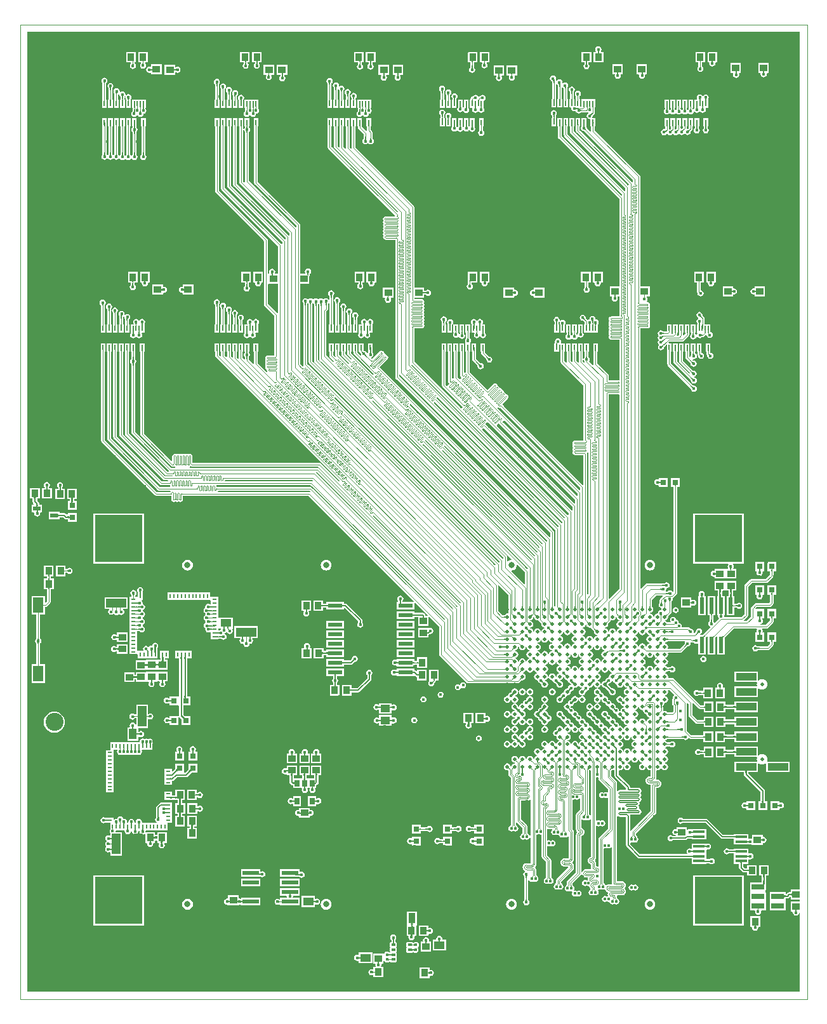
<source format=gtl>
G04 Layer_Physical_Order=1*
G04 Layer_Color=255*
%FSLAX43Y43*%
%MOMM*%
G71*
G01*
G75*
%ADD10C,0.100*%
%ADD11C,0.138*%
%ADD12C,0.500*%
%ADD13R,1.700X0.800*%
G04:AMPARAMS|DCode=14|XSize=0.4mm|YSize=0.5mm|CornerRadius=0.03mm|HoleSize=0mm|Usage=FLASHONLY|Rotation=90.000|XOffset=0mm|YOffset=0mm|HoleType=Round|Shape=RoundedRectangle|*
%AMROUNDEDRECTD14*
21,1,0.400,0.440,0,0,90.0*
21,1,0.340,0.500,0,0,90.0*
1,1,0.060,0.220,0.170*
1,1,0.060,0.220,-0.170*
1,1,0.060,-0.220,-0.170*
1,1,0.060,-0.220,0.170*
%
%ADD14ROUNDEDRECTD14*%
G04:AMPARAMS|DCode=15|XSize=1.1mm|YSize=1.9mm|CornerRadius=0.11mm|HoleSize=0mm|Usage=FLASHONLY|Rotation=0.000|XOffset=0mm|YOffset=0mm|HoleType=Round|Shape=RoundedRectangle|*
%AMROUNDEDRECTD15*
21,1,1.100,1.680,0,0,0.0*
21,1,0.880,1.900,0,0,0.0*
1,1,0.220,0.440,-0.840*
1,1,0.220,-0.440,-0.840*
1,1,0.220,-0.440,0.840*
1,1,0.220,0.440,0.840*
%
%ADD15ROUNDEDRECTD15*%
%ADD16R,1.000X0.950*%
%ADD17R,0.950X1.000*%
%ADD18R,1.400X1.050*%
%ADD19R,1.050X1.400*%
%ADD20R,2.700X1.150*%
%ADD21R,1.150X2.700*%
%ADD22R,0.800X0.800*%
%ADD23R,0.800X0.800*%
%ADD24R,1.300X1.000*%
%ADD25R,0.230X0.700*%
%ADD26R,2.750X1.000*%
%ADD27R,1.400X2.100*%
%ADD28R,0.950X1.400*%
%ADD29R,0.900X1.000*%
%ADD30R,1.000X0.900*%
%ADD31R,1.000X0.600*%
%ADD32R,1.600X0.350*%
%ADD33R,0.650X0.900*%
%ADD34R,0.600X2.200*%
%ADD35R,1.900X0.600*%
%ADD36R,2.200X0.600*%
%ADD37R,2.290X2.290*%
G04:AMPARAMS|DCode=38|XSize=1.3mm|YSize=2.5mm|CornerRadius=0.13mm|HoleSize=0mm|Usage=FLASHONLY|Rotation=270.000|XOffset=0mm|YOffset=0mm|HoleType=Round|Shape=RoundedRectangle|*
%AMROUNDEDRECTD38*
21,1,1.300,2.240,0,0,270.0*
21,1,1.040,2.500,0,0,270.0*
1,1,0.260,-1.120,-0.520*
1,1,0.260,-1.120,0.520*
1,1,0.260,1.120,0.520*
1,1,0.260,1.120,-0.520*
%
%ADD38ROUNDEDRECTD38*%
%ADD39R,0.600X0.250*%
%ADD40R,0.250X0.600*%
G04:AMPARAMS|DCode=41|XSize=2.35mm|YSize=5.35mm|CornerRadius=0.235mm|HoleSize=0mm|Usage=FLASHONLY|Rotation=0.000|XOffset=0mm|YOffset=0mm|HoleType=Round|Shape=RoundedRectangle|*
%AMROUNDEDRECTD41*
21,1,2.350,4.880,0,0,0.0*
21,1,1.880,5.350,0,0,0.0*
1,1,0.470,0.940,-2.440*
1,1,0.470,-0.940,-2.440*
1,1,0.470,-0.940,2.440*
1,1,0.470,0.940,2.440*
%
%ADD41ROUNDEDRECTD41*%
G04:AMPARAMS|DCode=42|XSize=1.3mm|YSize=2.5mm|CornerRadius=0.13mm|HoleSize=0mm|Usage=FLASHONLY|Rotation=0.000|XOffset=0mm|YOffset=0mm|HoleType=Round|Shape=RoundedRectangle|*
%AMROUNDEDRECTD42*
21,1,1.300,2.240,0,0,0.0*
21,1,1.040,2.500,0,0,0.0*
1,1,0.260,0.520,-1.120*
1,1,0.260,-0.520,-1.120*
1,1,0.260,-0.520,1.120*
1,1,0.260,0.520,1.120*
%
%ADD42ROUNDEDRECTD42*%
G04:AMPARAMS|DCode=43|XSize=2.35mm|YSize=5.35mm|CornerRadius=0.235mm|HoleSize=0mm|Usage=FLASHONLY|Rotation=90.000|XOffset=0mm|YOffset=0mm|HoleType=Round|Shape=RoundedRectangle|*
%AMROUNDEDRECTD43*
21,1,2.350,4.880,0,0,90.0*
21,1,1.880,5.350,0,0,90.0*
1,1,0.470,2.440,0.940*
1,1,0.470,2.440,-0.940*
1,1,0.470,-2.440,-0.940*
1,1,0.470,-2.440,0.940*
%
%ADD43ROUNDEDRECTD43*%
%ADD44C,0.200*%
%ADD45C,0.120*%
%ADD46C,0.143*%
%ADD47C,0.300*%
%ADD48C,0.800*%
%ADD49C,2.400*%
%ADD50R,6.350X6.350*%
%ADD51C,0.600*%
%ADD52C,0.400*%
G36*
X94000Y4625D02*
X92800D01*
Y4281D01*
X92600D01*
X92600Y4281D01*
X92483Y4258D01*
X92384Y4191D01*
X92384Y4191D01*
X92238Y4046D01*
X92104D01*
Y4340D01*
X90004D01*
Y3170D01*
X90004Y3070D01*
X90004Y3040D01*
Y1870D01*
X92104D01*
Y3040D01*
X92104Y3140D01*
X92104Y3170D01*
Y3434D01*
X92365D01*
X92365Y3434D01*
X92482Y3457D01*
X92581Y3523D01*
X92700Y3642D01*
X92800Y3605D01*
Y3325D01*
X94000D01*
Y3025D01*
X92800D01*
Y1725D01*
X93025D01*
X93107Y1625D01*
X93092Y1550D01*
X93123Y1394D01*
X93212Y1262D01*
X93344Y1173D01*
X93500Y1142D01*
X93656Y1173D01*
X93788Y1262D01*
X93877Y1394D01*
X93900Y1511D01*
X94000Y1501D01*
Y-9000D01*
X-9000D01*
Y119000D01*
X94000D01*
Y4625D01*
D02*
G37*
G36*
X93003Y3775D02*
X92999Y3794D01*
X92987Y3811D01*
X92967Y3826D01*
X92939Y3839D01*
X92903Y3850D01*
X92859Y3859D01*
X92807Y3866D01*
X92679Y3874D01*
X92603Y3875D01*
Y4075D01*
X92679Y4076D01*
X92859Y4091D01*
X92903Y4100D01*
X92939Y4111D01*
X92967Y4124D01*
X92987Y4139D01*
X92999Y4156D01*
X93003Y4175D01*
Y3775D01*
D02*
G37*
G36*
X91905Y3921D02*
X91917Y3904D01*
X91937Y3889D01*
X91965Y3876D01*
X92001Y3865D01*
X92045Y3856D01*
X92097Y3849D01*
X92225Y3841D01*
X92301Y3840D01*
Y3640D01*
X92225Y3639D01*
X92045Y3624D01*
X92001Y3615D01*
X91965Y3604D01*
X91937Y3591D01*
X91917Y3576D01*
X91905Y3559D01*
X91901Y3540D01*
Y3940D01*
X91905Y3921D01*
D02*
G37*
G36*
X93550Y2144D02*
X93551Y2074D01*
X93562Y1931D01*
X93600D01*
X93590Y1929D01*
X93582Y1923D01*
X93574Y1913D01*
X93568Y1899D01*
X93566Y1891D01*
X93573Y1850D01*
X93583Y1808D01*
X93595Y1771D01*
X93609Y1739D01*
X93624Y1712D01*
X93641Y1691D01*
X93358Y1691D01*
X93376Y1712D01*
X93391Y1739D01*
X93405Y1771D01*
X93417Y1808D01*
X93427Y1850D01*
X93434Y1891D01*
X93432Y1899D01*
X93425Y1913D01*
X93418Y1923D01*
X93409Y1929D01*
X93400Y1931D01*
X93439D01*
X93446Y2010D01*
X93449Y2074D01*
X93450Y2144D01*
X93550Y2144D01*
D02*
G37*
%LPC*%
G36*
X67150Y117083D02*
X66994Y117052D01*
X66862Y116963D01*
X66773Y116831D01*
X66742Y116675D01*
X66773Y116519D01*
X66836Y116425D01*
X66788Y116325D01*
X66503D01*
Y114925D01*
X67803D01*
Y116325D01*
X67512D01*
X67464Y116425D01*
X67527Y116519D01*
X67558Y116675D01*
X67527Y116831D01*
X67438Y116963D01*
X67306Y117052D01*
X67150Y117083D01*
D02*
G37*
G36*
X82991Y116325D02*
X81691D01*
Y114925D01*
X81879D01*
X81943Y114848D01*
X81933Y114800D01*
X81964Y114644D01*
X82053Y114512D01*
X82185Y114423D01*
X82341Y114392D01*
X82497Y114423D01*
X82629Y114512D01*
X82718Y114644D01*
X82749Y114800D01*
X82739Y114848D01*
X82803Y114925D01*
X82991D01*
Y116325D01*
D02*
G37*
G36*
X8875Y114675D02*
X7475D01*
Y114404D01*
X7393Y114353D01*
X7375Y114353D01*
X7225Y114383D01*
X7069Y114352D01*
X6937Y114263D01*
X6848Y114131D01*
X6817Y113975D01*
X6848Y113819D01*
X6937Y113687D01*
X7069Y113598D01*
X7225Y113567D01*
X7375Y113597D01*
X7393Y113597D01*
X7475Y113546D01*
Y113325D01*
X8875D01*
Y114675D01*
D02*
G37*
G36*
X52615Y116325D02*
X51315D01*
Y114925D01*
X51611D01*
X51637Y114880D01*
X51653Y114825D01*
X51573Y114706D01*
X51542Y114550D01*
X51573Y114394D01*
X51662Y114262D01*
X51794Y114173D01*
X51950Y114142D01*
X52106Y114173D01*
X52238Y114262D01*
X52327Y114394D01*
X52358Y114550D01*
X52327Y114706D01*
X52247Y114825D01*
X52263Y114880D01*
X52289Y114925D01*
X52615D01*
Y116325D01*
D02*
G37*
G36*
X7050D02*
X5750D01*
Y114925D01*
X6120D01*
X6129Y114825D01*
X6112Y114813D01*
X6023Y114681D01*
X5992Y114525D01*
X6023Y114369D01*
X6112Y114237D01*
X6244Y114148D01*
X6400Y114117D01*
X6556Y114148D01*
X6688Y114237D01*
X6777Y114369D01*
X6808Y114525D01*
X6777Y114681D01*
X6688Y114813D01*
X6671Y114825D01*
X6680Y114925D01*
X7050D01*
Y116325D01*
D02*
G37*
G36*
X22238D02*
X20938D01*
Y114925D01*
X21320D01*
Y114811D01*
X21287Y114788D01*
X21198Y114656D01*
X21167Y114500D01*
X21198Y114344D01*
X21287Y114212D01*
X21419Y114123D01*
X21575Y114092D01*
X21731Y114123D01*
X21863Y114212D01*
X21952Y114344D01*
X21983Y114500D01*
X21952Y114656D01*
X21863Y114788D01*
X21830Y114811D01*
Y114925D01*
X22238D01*
Y116325D01*
D02*
G37*
G36*
X20638D02*
X19338D01*
Y114925D01*
X19845D01*
Y114811D01*
X19812Y114788D01*
X19723Y114656D01*
X19692Y114500D01*
X19723Y114344D01*
X19812Y114212D01*
X19944Y114123D01*
X20100Y114092D01*
X20256Y114123D01*
X20388Y114212D01*
X20477Y114344D01*
X20508Y114500D01*
X20477Y114656D01*
X20388Y114788D01*
X20355Y114811D01*
Y114925D01*
X20638D01*
Y116325D01*
D02*
G37*
G36*
X5450D02*
X4150D01*
Y114925D01*
X4795D01*
Y114786D01*
X4762Y114763D01*
X4673Y114631D01*
X4642Y114475D01*
X4673Y114319D01*
X4762Y114187D01*
X4894Y114098D01*
X5050Y114067D01*
X5206Y114098D01*
X5338Y114187D01*
X5427Y114319D01*
X5458Y114475D01*
X5427Y114631D01*
X5338Y114763D01*
X5305Y114786D01*
Y114925D01*
X5450D01*
Y116325D01*
D02*
G37*
G36*
X66203D02*
X64903D01*
Y114925D01*
X65298D01*
Y114763D01*
X65262Y114738D01*
X65173Y114606D01*
X65142Y114450D01*
X65173Y114294D01*
X65262Y114162D01*
X65394Y114073D01*
X65550Y114042D01*
X65706Y114073D01*
X65838Y114162D01*
X65927Y114294D01*
X65958Y114450D01*
X65927Y114606D01*
X65838Y114738D01*
X65808Y114759D01*
Y114925D01*
X66203D01*
Y116325D01*
D02*
G37*
G36*
X37426D02*
X36126D01*
Y114925D01*
X36495D01*
Y114711D01*
X36462Y114688D01*
X36373Y114556D01*
X36342Y114400D01*
X36373Y114244D01*
X36462Y114112D01*
X36594Y114023D01*
X36750Y113992D01*
X36906Y114023D01*
X37038Y114112D01*
X37127Y114244D01*
X37158Y114400D01*
X37127Y114556D01*
X37038Y114688D01*
X37005Y114711D01*
Y114925D01*
X37426D01*
Y116325D01*
D02*
G37*
G36*
X35826D02*
X34526D01*
Y114925D01*
X35095D01*
Y114686D01*
X35062Y114663D01*
X34973Y114531D01*
X34942Y114375D01*
X34973Y114219D01*
X35062Y114087D01*
X35194Y113998D01*
X35350Y113967D01*
X35506Y113998D01*
X35638Y114087D01*
X35727Y114219D01*
X35758Y114375D01*
X35727Y114531D01*
X35638Y114663D01*
X35605Y114686D01*
Y114925D01*
X35826D01*
Y116325D01*
D02*
G37*
G36*
X81391D02*
X80091D01*
Y114925D01*
X80495D01*
Y114386D01*
X80462Y114363D01*
X80373Y114231D01*
X80342Y114075D01*
X80373Y113919D01*
X80462Y113787D01*
X80594Y113698D01*
X80750Y113667D01*
X80906Y113698D01*
X81038Y113787D01*
X81127Y113919D01*
X81158Y114075D01*
X81127Y114231D01*
X81038Y114363D01*
X81005Y114386D01*
Y114925D01*
X81391D01*
Y116325D01*
D02*
G37*
G36*
X10675Y114650D02*
X9275D01*
Y113300D01*
X10675D01*
Y113591D01*
X10775Y113644D01*
X10844Y113598D01*
X11000Y113567D01*
X11156Y113598D01*
X11288Y113687D01*
X11377Y113819D01*
X11408Y113975D01*
X11377Y114131D01*
X11288Y114263D01*
X11156Y114352D01*
X11000Y114383D01*
X10844Y114352D01*
X10775Y114306D01*
X10675Y114359D01*
Y114650D01*
D02*
G37*
G36*
X51015Y116325D02*
X49715D01*
Y114925D01*
X50045D01*
Y114261D01*
X50012Y114238D01*
X49923Y114106D01*
X49892Y113950D01*
X49923Y113794D01*
X50012Y113662D01*
X50144Y113573D01*
X50300Y113542D01*
X50456Y113573D01*
X50588Y113662D01*
X50677Y113794D01*
X50708Y113950D01*
X50677Y114106D01*
X50588Y114238D01*
X50555Y114261D01*
Y114925D01*
X51015D01*
Y116325D01*
D02*
G37*
G36*
X89886Y114873D02*
X88486D01*
Y113523D01*
X88729D01*
X88792Y113446D01*
X88778Y113373D01*
X88809Y113217D01*
X88897Y113085D01*
X89029Y112996D01*
X89185Y112965D01*
X89342Y112996D01*
X89474Y113085D01*
X89562Y113217D01*
X89593Y113373D01*
X89579Y113446D01*
X89642Y113523D01*
X89886D01*
Y114873D01*
D02*
G37*
G36*
X86160D02*
X84760D01*
Y113523D01*
X85082D01*
X85142Y113423D01*
X85117Y113300D01*
X85148Y113144D01*
X85237Y113012D01*
X85369Y112923D01*
X85525Y112892D01*
X85681Y112923D01*
X85813Y113012D01*
X85902Y113144D01*
X85933Y113300D01*
X85908Y113423D01*
X85968Y113523D01*
X86160D01*
Y114873D01*
D02*
G37*
G36*
X73636Y114748D02*
X72236D01*
Y113398D01*
X72532D01*
X72592Y113298D01*
X72567Y113175D01*
X72598Y113019D01*
X72687Y112887D01*
X72819Y112798D01*
X72975Y112767D01*
X73131Y112798D01*
X73263Y112887D01*
X73352Y113019D01*
X73383Y113175D01*
X73358Y113298D01*
X73418Y113398D01*
X73636D01*
Y114748D01*
D02*
G37*
G36*
X70411D02*
X69011D01*
Y113398D01*
X69304D01*
X69344Y113322D01*
X69347Y113298D01*
X69317Y113150D01*
X69348Y112994D01*
X69437Y112862D01*
X69569Y112773D01*
X69725Y112742D01*
X69881Y112773D01*
X70013Y112862D01*
X70102Y112994D01*
X70133Y113150D01*
X70103Y113298D01*
X70106Y113322D01*
X70146Y113398D01*
X70411D01*
Y114748D01*
D02*
G37*
G36*
X23900Y114650D02*
X22500D01*
Y113300D01*
X22791D01*
X22844Y113200D01*
X22798Y113131D01*
X22767Y112975D01*
X22798Y112819D01*
X22887Y112687D01*
X23019Y112598D01*
X23175Y112567D01*
X23331Y112598D01*
X23463Y112687D01*
X23552Y112819D01*
X23583Y112975D01*
X23552Y113131D01*
X23506Y113200D01*
X23559Y113300D01*
X23900D01*
Y114650D01*
D02*
G37*
G36*
X41100Y114625D02*
X39700D01*
Y113275D01*
X40013D01*
X40061Y113175D01*
X39998Y113081D01*
X39967Y112925D01*
X39998Y112769D01*
X40087Y112637D01*
X40219Y112548D01*
X40375Y112517D01*
X40531Y112548D01*
X40663Y112637D01*
X40752Y112769D01*
X40783Y112925D01*
X40752Y113081D01*
X40689Y113175D01*
X40737Y113275D01*
X41100D01*
Y114625D01*
D02*
G37*
G36*
X39225D02*
X37825D01*
Y113275D01*
X38163D01*
X38211Y113175D01*
X38148Y113081D01*
X38117Y112925D01*
X38148Y112769D01*
X38237Y112637D01*
X38369Y112548D01*
X38525Y112517D01*
X38681Y112548D01*
X38813Y112637D01*
X38902Y112769D01*
X38933Y112925D01*
X38902Y113081D01*
X38839Y113175D01*
X38887Y113275D01*
X39225D01*
Y114625D01*
D02*
G37*
G36*
X56300Y114550D02*
X54900D01*
Y113200D01*
X55199D01*
X55253Y113100D01*
X55223Y113056D01*
X55192Y112900D01*
X55223Y112744D01*
X55312Y112612D01*
X55444Y112523D01*
X55600Y112492D01*
X55756Y112523D01*
X55888Y112612D01*
X55977Y112744D01*
X56008Y112900D01*
X55977Y113056D01*
X55947Y113100D01*
X56001Y113200D01*
X56300D01*
Y114550D01*
D02*
G37*
G36*
X54579Y114548D02*
X53180D01*
Y113198D01*
X53490D01*
X53543Y113098D01*
X53498Y113031D01*
X53467Y112875D01*
X53498Y112719D01*
X53587Y112587D01*
X53719Y112498D01*
X53875Y112467D01*
X54031Y112498D01*
X54163Y112587D01*
X54252Y112719D01*
X54283Y112875D01*
X54252Y113031D01*
X54207Y113098D01*
X54260Y113198D01*
X54579D01*
Y114548D01*
D02*
G37*
G36*
X25650Y114650D02*
X24250D01*
Y113300D01*
X24720D01*
Y113136D01*
X24687Y113113D01*
X24598Y112981D01*
X24567Y112825D01*
X24598Y112669D01*
X24687Y112537D01*
X24819Y112448D01*
X24975Y112417D01*
X25131Y112448D01*
X25263Y112537D01*
X25352Y112669D01*
X25383Y112825D01*
X25352Y112981D01*
X25263Y113113D01*
X25230Y113136D01*
Y113300D01*
X25650D01*
Y114650D01*
D02*
G37*
G36*
X81475Y110683D02*
X81319Y110652D01*
X81187Y110563D01*
X81135Y110486D01*
X81015D01*
X80963Y110563D01*
X80831Y110652D01*
X80675Y110683D01*
X80519Y110652D01*
X80387Y110563D01*
X80298Y110431D01*
X80267Y110275D01*
X80298Y110119D01*
X80319Y110088D01*
X80272Y110000D01*
X79957D01*
X79954Y109991D01*
Y109800D01*
X79960Y109796D01*
X79969Y109794D01*
X79954D01*
Y108900D01*
X79954Y108900D01*
X79954D01*
X79911Y108818D01*
X79886Y108781D01*
X79885Y108775D01*
X79778Y108742D01*
X79724Y108786D01*
Y108900D01*
X79784D01*
Y109794D01*
X79769D01*
X79779Y109796D01*
X79784Y109800D01*
Y110000D01*
X79157D01*
X79154Y109991D01*
Y109800D01*
X79160Y109796D01*
X79169Y109794D01*
X79154D01*
Y108900D01*
X79214D01*
Y108732D01*
X79187Y108713D01*
X79135Y108636D01*
X79015D01*
X78963Y108713D01*
X78924Y108740D01*
Y108900D01*
X78984D01*
Y109794D01*
X78969D01*
X78979Y109796D01*
X78984Y109800D01*
Y110000D01*
X78357D01*
X78354Y109991D01*
Y109800D01*
X78360Y109796D01*
X78369Y109794D01*
X78354D01*
Y108900D01*
X78414D01*
Y108732D01*
X78387Y108713D01*
X78327Y108624D01*
X78211Y108617D01*
X78211Y108617D01*
X78163Y108688D01*
X78124Y108715D01*
Y108900D01*
X78184D01*
Y109794D01*
X78169D01*
X78179Y109796D01*
X78184Y109800D01*
Y110000D01*
X77557D01*
X77554Y109991D01*
Y109800D01*
X77560Y109796D01*
X77569Y109794D01*
X77554D01*
Y108900D01*
X77614D01*
Y108707D01*
X77587Y108688D01*
X77531Y108606D01*
X77415Y108609D01*
X77357Y108694D01*
X77324Y108717D01*
Y108900D01*
X77384D01*
Y109794D01*
X77369D01*
X77379Y109796D01*
X77384Y109800D01*
Y110000D01*
X76757D01*
X76754Y109991D01*
Y109800D01*
X76760Y109796D01*
X76769Y109794D01*
X76754D01*
Y108900D01*
X76814D01*
Y108717D01*
X76781Y108694D01*
X76730Y108619D01*
X76610D01*
X76563Y108688D01*
X76524Y108715D01*
Y108900D01*
X76584D01*
Y109794D01*
X76569D01*
X76579Y109796D01*
X76584Y109800D01*
Y110000D01*
X75957D01*
X75954Y109991D01*
Y109800D01*
X75960Y109796D01*
X75969Y109794D01*
X75954D01*
Y108900D01*
X76014D01*
Y108707D01*
X75987Y108688D01*
X75898Y108556D01*
X75867Y108400D01*
X75898Y108244D01*
X75987Y108112D01*
X76119Y108023D01*
X76275Y107992D01*
X76431Y108023D01*
X76563Y108112D01*
X76614Y108187D01*
X76734D01*
X76781Y108118D01*
X76913Y108029D01*
X77069Y107998D01*
X77225Y108029D01*
X77357Y108118D01*
X77413Y108200D01*
X77530Y108197D01*
X77587Y108112D01*
X77719Y108023D01*
X77875Y107992D01*
X78031Y108023D01*
X78163Y108112D01*
X78223Y108201D01*
X78339Y108208D01*
X78339Y108208D01*
X78387Y108137D01*
X78519Y108048D01*
X78675Y108017D01*
X78831Y108048D01*
X78963Y108137D01*
X79015Y108214D01*
X79135D01*
X79187Y108137D01*
X79319Y108048D01*
X79475Y108017D01*
X79631Y108048D01*
X79763Y108137D01*
X79852Y108269D01*
X79863Y108324D01*
X79969Y108345D01*
X79975Y108337D01*
X80107Y108248D01*
X80263Y108217D01*
X80419Y108248D01*
X80551Y108337D01*
X80603Y108414D01*
X80723D01*
X80775Y108337D01*
X80907Y108248D01*
X81063Y108217D01*
X81219Y108248D01*
X81351Y108337D01*
X81440Y108469D01*
X81471Y108625D01*
X81440Y108781D01*
X81419Y108812D01*
X81466Y108900D01*
X81781D01*
X81784Y108909D01*
Y109097D01*
X81779Y109101D01*
X81769Y109103D01*
X81784D01*
Y110000D01*
X81784Y110000D01*
X81784D01*
X81827Y110082D01*
X81852Y110119D01*
X81883Y110275D01*
X81852Y110431D01*
X81763Y110563D01*
X81631Y110652D01*
X81475Y110683D01*
D02*
G37*
G36*
X51700Y110608D02*
X51544Y110577D01*
X51412Y110488D01*
X51389Y110455D01*
X51350D01*
X51252Y110435D01*
X51170Y110380D01*
X51133Y110384D01*
X51063Y110488D01*
X50931Y110577D01*
X50775Y110608D01*
X50619Y110577D01*
X50487Y110488D01*
X50464Y110455D01*
X50450D01*
X50352Y110435D01*
X50270Y110380D01*
X50144Y110254D01*
X50089Y110172D01*
X50069Y110074D01*
Y110000D01*
X50009D01*
Y108900D01*
X50322D01*
X50369Y108812D01*
X50348Y108781D01*
X50317Y108625D01*
X50348Y108469D01*
X50437Y108337D01*
X50569Y108248D01*
X50725Y108217D01*
X50881Y108248D01*
X51013Y108337D01*
X51065Y108414D01*
X51185D01*
X51237Y108337D01*
X51369Y108248D01*
X51525Y108217D01*
X51681Y108248D01*
X51813Y108337D01*
X51902Y108469D01*
X51933Y108625D01*
X51902Y108781D01*
X51879Y108815D01*
X51839Y108900D01*
X51839D01*
X51839Y108900D01*
Y109820D01*
X51856Y109823D01*
X51988Y109912D01*
X52077Y110044D01*
X52108Y110200D01*
X52077Y110356D01*
X51988Y110488D01*
X51856Y110577D01*
X51700Y110608D01*
D02*
G37*
G36*
X2890Y111493D02*
X2734Y111462D01*
X2601Y111374D01*
X2513Y111241D01*
X2482Y111085D01*
X2513Y110929D01*
X2592Y110811D01*
Y110000D01*
X2532D01*
Y108900D01*
X3162D01*
Y110000D01*
X3102D01*
Y110710D01*
X3151Y110743D01*
X3242Y110688D01*
X3273Y110532D01*
X3362Y110400D01*
X3392Y110379D01*
Y110000D01*
X3332D01*
Y108900D01*
X3962D01*
Y110000D01*
X3902D01*
Y110375D01*
X3938Y110400D01*
X3969Y110446D01*
X4063Y110407D01*
X4042Y110300D01*
X4073Y110144D01*
X4109Y110091D01*
X4132Y110000D01*
X4132Y110000D01*
X4132D01*
X4132Y110000D01*
Y108900D01*
X4762D01*
Y110000D01*
X4762Y110000D01*
X4762D01*
X4791Y110091D01*
X4827Y110144D01*
X4858Y110300D01*
X4827Y110456D01*
X4738Y110588D01*
X4606Y110677D01*
X4450Y110708D01*
X4294Y110677D01*
X4162Y110588D01*
X4131Y110542D01*
X4037Y110581D01*
X4058Y110688D01*
X4027Y110844D01*
X3938Y110977D01*
X3806Y111065D01*
X3650Y111096D01*
X3494Y111065D01*
X3381Y110989D01*
X3309Y111021D01*
X3288Y111039D01*
X3298Y111085D01*
X3267Y111241D01*
X3178Y111374D01*
X3046Y111462D01*
X2890Y111493D01*
D02*
G37*
G36*
X49839Y110000D02*
X49209D01*
Y108969D01*
X49178Y108943D01*
X49048Y108962D01*
X49039Y108975D01*
Y110000D01*
X48409D01*
Y108972D01*
X48348Y108881D01*
X48317Y108725D01*
X48348Y108569D01*
X48437Y108437D01*
X48569Y108348D01*
X48725Y108317D01*
X48881Y108348D01*
X49013Y108437D01*
X49027Y108456D01*
X49131Y108432D01*
X49212Y108312D01*
X49344Y108223D01*
X49500Y108192D01*
X49656Y108223D01*
X49788Y108312D01*
X49877Y108444D01*
X49908Y108600D01*
X49877Y108756D01*
X49846Y108803D01*
X49839Y108900D01*
X49839Y108900D01*
Y110000D01*
D02*
G37*
G36*
X61075Y113208D02*
X60919Y113177D01*
X60787Y113088D01*
X60698Y112956D01*
X60667Y112800D01*
X60698Y112644D01*
X60787Y112512D01*
X60919Y112423D01*
X60945Y112418D01*
Y110025D01*
X60885D01*
Y108925D01*
X61515D01*
Y110025D01*
X61455D01*
Y112201D01*
X61555Y112211D01*
X61573Y112119D01*
X61662Y111987D01*
X61745Y111931D01*
Y110025D01*
X61685D01*
Y108925D01*
X62315D01*
Y110025D01*
X62255D01*
Y111616D01*
X62355Y111647D01*
X62412Y111562D01*
X62544Y111473D01*
X62545Y111473D01*
Y110025D01*
X62485D01*
Y108925D01*
X63115D01*
Y110025D01*
X63055D01*
Y111661D01*
X63077Y111694D01*
X63108Y111850D01*
X63077Y112006D01*
X62988Y112138D01*
X62856Y112227D01*
X62700Y112258D01*
X62544Y112227D01*
X62436Y112155D01*
X62347Y112201D01*
X62344Y112204D01*
X62358Y112275D01*
X62327Y112431D01*
X62238Y112563D01*
X62106Y112652D01*
X61950Y112683D01*
X61794Y112652D01*
X61662Y112563D01*
X61573Y112431D01*
X61555Y112339D01*
X61455Y112349D01*
Y112659D01*
X61483Y112800D01*
X61452Y112956D01*
X61363Y113088D01*
X61231Y113177D01*
X61075Y113208D01*
D02*
G37*
G36*
X47950Y110833D02*
X47794Y110802D01*
X47662Y110713D01*
X47573Y110581D01*
X47542Y110425D01*
X47573Y110269D01*
X47662Y110137D01*
X47695Y110114D01*
Y110000D01*
X47609D01*
Y108900D01*
X48239D01*
Y110000D01*
X48205D01*
Y110114D01*
X48238Y110137D01*
X48327Y110269D01*
X48358Y110425D01*
X48327Y110581D01*
X48238Y110713D01*
X48106Y110802D01*
X47950Y110833D01*
D02*
G37*
G36*
X47125Y111333D02*
X46969Y111302D01*
X46837Y111213D01*
X46748Y111081D01*
X46717Y110925D01*
X46748Y110769D01*
X46837Y110637D01*
X46870Y110614D01*
Y110000D01*
X46809D01*
Y108900D01*
X47439D01*
Y110000D01*
X47380D01*
Y110614D01*
X47413Y110637D01*
X47502Y110769D01*
X47533Y110925D01*
X47502Y111081D01*
X47413Y111213D01*
X47281Y111302D01*
X47125Y111333D01*
D02*
G37*
G36*
X46300Y111833D02*
X46144Y111802D01*
X46012Y111713D01*
X45923Y111581D01*
X45892Y111425D01*
X45923Y111269D01*
X46012Y111137D01*
X46045Y111114D01*
Y110000D01*
X46009D01*
Y108900D01*
X46639D01*
Y110000D01*
X46555D01*
Y111114D01*
X46588Y111137D01*
X46677Y111269D01*
X46708Y111425D01*
X46677Y111581D01*
X46588Y111713D01*
X46456Y111802D01*
X46300Y111833D01*
D02*
G37*
G36*
X34500Y110883D02*
X34344Y110852D01*
X34212Y110763D01*
X34123Y110631D01*
X34092Y110475D01*
X34123Y110319D01*
X34212Y110187D01*
X34243Y110165D01*
Y110000D01*
X34183D01*
Y108900D01*
X34813D01*
Y110000D01*
X34753D01*
Y110163D01*
X34788Y110187D01*
X34877Y110319D01*
X34908Y110475D01*
X34877Y110631D01*
X34788Y110763D01*
X34656Y110852D01*
X34500Y110883D01*
D02*
G37*
G36*
X33700Y111383D02*
X33544Y111352D01*
X33412Y111263D01*
X33323Y111131D01*
X33292Y110975D01*
X33323Y110819D01*
X33412Y110687D01*
X33443Y110665D01*
Y110000D01*
X33383D01*
Y108900D01*
X34013D01*
Y110000D01*
X33953D01*
Y110663D01*
X33988Y110687D01*
X34077Y110819D01*
X34108Y110975D01*
X34077Y111131D01*
X33988Y111263D01*
X33856Y111352D01*
X33700Y111383D01*
D02*
G37*
G36*
X32125Y112283D02*
X31969Y112252D01*
X31837Y112163D01*
X31748Y112031D01*
X31717Y111875D01*
X31748Y111719D01*
X31837Y111587D01*
X31843Y111582D01*
Y110000D01*
X31783D01*
Y108900D01*
X32413D01*
Y110000D01*
X32353D01*
Y111476D01*
X32373Y111488D01*
X32412Y111472D01*
X32471Y111431D01*
X32498Y111294D01*
X32587Y111162D01*
X32643Y111124D01*
Y110000D01*
X32583D01*
Y108900D01*
X33213D01*
Y110000D01*
X33153D01*
Y111155D01*
X33163Y111162D01*
X33252Y111294D01*
X33283Y111450D01*
X33252Y111606D01*
X33163Y111738D01*
X33031Y111827D01*
X32875Y111858D01*
X32719Y111827D01*
X32611Y111755D01*
X32522Y111801D01*
X32519Y111804D01*
X32533Y111875D01*
X32502Y112031D01*
X32413Y112163D01*
X32281Y112252D01*
X32125Y112283D01*
D02*
G37*
G36*
X31275Y112858D02*
X31119Y112827D01*
X30987Y112738D01*
X30898Y112606D01*
X30867Y112450D01*
X30898Y112294D01*
X30987Y112162D01*
X31020Y112139D01*
Y110000D01*
X30983D01*
Y108900D01*
X31613D01*
Y110000D01*
X31530D01*
Y112139D01*
X31563Y112162D01*
X31652Y112294D01*
X31683Y112450D01*
X31652Y112606D01*
X31563Y112738D01*
X31431Y112827D01*
X31275Y112858D01*
D02*
G37*
G36*
X19475Y110633D02*
X19319Y110602D01*
X19187Y110513D01*
X19098Y110381D01*
X19067Y110225D01*
X19098Y110069D01*
X19158Y109980D01*
Y108900D01*
X19788D01*
Y109973D01*
X19852Y110069D01*
X19883Y110225D01*
X19852Y110381D01*
X19763Y110513D01*
X19631Y110602D01*
X19475Y110633D01*
D02*
G37*
G36*
X18701Y111238D02*
X18545Y111207D01*
X18413Y111119D01*
X18324Y110986D01*
X18293Y110830D01*
X18324Y110674D01*
X18413Y110542D01*
X18418Y110539D01*
Y110000D01*
X18358D01*
Y108900D01*
X18988D01*
Y110000D01*
X18928D01*
Y110501D01*
X18989Y110542D01*
X19078Y110674D01*
X19109Y110830D01*
X19078Y110986D01*
X18989Y111119D01*
X18857Y111207D01*
X18701Y111238D01*
D02*
G37*
G36*
X17875Y111658D02*
X17719Y111627D01*
X17587Y111538D01*
X17498Y111406D01*
X17467Y111250D01*
X17498Y111094D01*
X17587Y110962D01*
X17618Y110941D01*
Y110000D01*
X17558D01*
Y108900D01*
X18188D01*
Y110000D01*
X18128D01*
Y110938D01*
X18163Y110962D01*
X18252Y111094D01*
X18283Y111250D01*
X18252Y111406D01*
X18163Y111538D01*
X18031Y111627D01*
X17875Y111658D01*
D02*
G37*
G36*
X17075Y112133D02*
X16919Y112102D01*
X16787Y112013D01*
X16698Y111881D01*
X16667Y111725D01*
X16698Y111569D01*
X16787Y111437D01*
X16820Y111414D01*
Y110000D01*
X16758D01*
Y108900D01*
X17388D01*
Y110000D01*
X17330D01*
Y111414D01*
X17363Y111437D01*
X17452Y111569D01*
X17483Y111725D01*
X17452Y111881D01*
X17363Y112013D01*
X17231Y112102D01*
X17075Y112133D01*
D02*
G37*
G36*
X16250Y112758D02*
X16094Y112727D01*
X15962Y112638D01*
X15873Y112506D01*
X15842Y112350D01*
X15873Y112194D01*
X15962Y112062D01*
X15995Y112039D01*
Y110000D01*
X15958D01*
Y108900D01*
X16588D01*
Y110000D01*
X16505D01*
Y112039D01*
X16538Y112062D01*
X16627Y112194D01*
X16658Y112350D01*
X16627Y112506D01*
X16538Y112638D01*
X16406Y112727D01*
X16250Y112758D01*
D02*
G37*
G36*
X2050Y112208D02*
X1894Y112177D01*
X1762Y112088D01*
X1673Y111956D01*
X1642Y111800D01*
X1673Y111644D01*
X1762Y111512D01*
X1792Y111491D01*
Y110000D01*
X1732D01*
Y108900D01*
X2362D01*
Y110000D01*
X2302D01*
Y111487D01*
X2338Y111512D01*
X2427Y111644D01*
X2458Y111800D01*
X2427Y111956D01*
X2338Y112088D01*
X2206Y112177D01*
X2050Y112208D01*
D02*
G37*
G36*
X1251Y112907D02*
X1095Y112876D01*
X962Y112788D01*
X874Y112655D01*
X843Y112499D01*
X874Y112343D01*
X962Y112211D01*
X992Y112191D01*
Y110000D01*
X932D01*
Y108900D01*
X1562D01*
Y110000D01*
X1502D01*
Y112186D01*
X1539Y112211D01*
X1627Y112343D01*
X1658Y112499D01*
X1627Y112655D01*
X1539Y112788D01*
X1407Y112876D01*
X1251Y112907D01*
D02*
G37*
G36*
X36813Y110000D02*
X34983D01*
Y108900D01*
X35043D01*
Y108425D01*
X34988Y108388D01*
X34900Y108256D01*
X34869Y108100D01*
X34900Y107944D01*
X34988Y107812D01*
X35120Y107723D01*
X35276Y107692D01*
X35433Y107723D01*
X35565Y107812D01*
X35633Y107914D01*
X35644Y107918D01*
X35734D01*
X35745Y107914D01*
X35813Y107812D01*
X35945Y107723D01*
X36101Y107692D01*
X36258Y107723D01*
X36390Y107812D01*
X36478Y107944D01*
X36508Y108093D01*
X36658Y108123D01*
X36790Y108212D01*
X36878Y108344D01*
X36909Y108500D01*
X36878Y108656D01*
X36790Y108788D01*
X36772Y108800D01*
X36788Y108900D01*
X36813D01*
Y110000D01*
D02*
G37*
G36*
X21788D02*
X19958D01*
Y108900D01*
X20018D01*
Y108425D01*
X19962Y108388D01*
X19874Y108256D01*
X19843Y108100D01*
X19874Y107944D01*
X19962Y107812D01*
X20095Y107723D01*
X20251Y107692D01*
X20407Y107723D01*
X20539Y107812D01*
X20608Y107914D01*
X20618Y107918D01*
X20708D01*
X20719Y107914D01*
X20787Y107812D01*
X20920Y107723D01*
X21076Y107692D01*
X21232Y107723D01*
X21364Y107812D01*
X21453Y107944D01*
X21482Y108093D01*
X21632Y108123D01*
X21764Y108212D01*
X21853Y108344D01*
X21884Y108500D01*
X21853Y108656D01*
X21764Y108788D01*
X21747Y108800D01*
X21763Y108900D01*
X21788D01*
Y110000D01*
D02*
G37*
G36*
X6762D02*
X4932D01*
Y108900D01*
X4992D01*
Y108425D01*
X4937Y108388D01*
X4848Y108256D01*
X4817Y108100D01*
X4848Y107944D01*
X4937Y107812D01*
X5069Y107723D01*
X5225Y107692D01*
X5381Y107723D01*
X5513Y107812D01*
X5582Y107914D01*
X5592Y107918D01*
X5683D01*
X5693Y107914D01*
X5762Y107812D01*
X5894Y107723D01*
X6050Y107692D01*
X6206Y107723D01*
X6338Y107812D01*
X6427Y107944D01*
X6457Y108093D01*
X6606Y108123D01*
X6738Y108212D01*
X6827Y108344D01*
X6858Y108500D01*
X6827Y108656D01*
X6738Y108788D01*
X6721Y108800D01*
X6737Y108900D01*
X6762D01*
Y110000D01*
D02*
G37*
G36*
X61200Y108583D02*
X61044Y108552D01*
X60912Y108463D01*
X60823Y108331D01*
X60792Y108175D01*
X60823Y108019D01*
X60912Y107887D01*
X60945Y107864D01*
Y107525D01*
X60885D01*
Y106425D01*
X61515D01*
Y107525D01*
X61455D01*
Y107864D01*
X61488Y107887D01*
X61577Y108019D01*
X61608Y108175D01*
X61577Y108331D01*
X61488Y108463D01*
X61356Y108552D01*
X61200Y108583D01*
D02*
G37*
G36*
X47125Y108208D02*
X46969Y108177D01*
X46837Y108088D01*
X46748Y107956D01*
X46717Y107800D01*
X46748Y107644D01*
X46784Y107590D01*
X46809Y107500D01*
X46809Y107500D01*
X46809D01*
X46809Y107500D01*
Y106400D01*
X47439D01*
Y107500D01*
X47439Y107500D01*
X47439D01*
X47439Y107500D01*
X47465Y107589D01*
X47502Y107644D01*
X47533Y107800D01*
X47502Y107956D01*
X47413Y108088D01*
X47281Y108177D01*
X47125Y108208D01*
D02*
G37*
G36*
X46325Y108658D02*
X46169Y108627D01*
X46037Y108538D01*
X45948Y108406D01*
X45917Y108250D01*
X45948Y108094D01*
X46037Y107962D01*
X46070Y107939D01*
Y107675D01*
X46070Y107675D01*
Y107500D01*
X46009D01*
Y106400D01*
X46639D01*
Y107500D01*
X46580D01*
Y107675D01*
X46580Y107675D01*
Y107939D01*
X46613Y107962D01*
X46702Y108094D01*
X46733Y108250D01*
X46702Y108406D01*
X46613Y108538D01*
X46481Y108627D01*
X46325Y108658D01*
D02*
G37*
G36*
X50639Y107500D02*
X50009D01*
Y106416D01*
X49985Y106384D01*
X49860Y106379D01*
X49839Y106400D01*
Y107500D01*
X49209D01*
Y106400D01*
X49173Y106355D01*
X49062Y106360D01*
X49039Y106408D01*
Y107500D01*
X48409D01*
Y106409D01*
X48385Y106360D01*
X48274Y106354D01*
X48239Y106400D01*
Y107500D01*
X47609D01*
Y106400D01*
X47609Y106400D01*
X47609D01*
X47571Y106315D01*
X47548Y106281D01*
X47517Y106125D01*
X47548Y105969D01*
X47637Y105837D01*
X47769Y105748D01*
X47925Y105717D01*
X48081Y105748D01*
X48213Y105837D01*
X48261Y105908D01*
X48261Y105908D01*
X48377Y105901D01*
X48437Y105812D01*
X48569Y105723D01*
X48725Y105692D01*
X48881Y105723D01*
X49013Y105812D01*
X49073Y105901D01*
X49189Y105908D01*
X49189Y105908D01*
X49237Y105837D01*
X49369Y105748D01*
X49525Y105717D01*
X49681Y105748D01*
X49813Y105837D01*
X49838Y105874D01*
X49956Y105870D01*
X50012Y105787D01*
X50144Y105698D01*
X50300Y105667D01*
X50456Y105698D01*
X50588Y105787D01*
X50677Y105919D01*
X50708Y106075D01*
X50677Y106231D01*
X50631Y106300D01*
X50639Y106400D01*
X50639Y106400D01*
Y107500D01*
D02*
G37*
G36*
X79784D02*
X79157D01*
X79154Y107491D01*
Y107300D01*
X79160Y107296D01*
X79169Y107294D01*
X79154D01*
Y106400D01*
X79214D01*
Y106200D01*
X79090Y106075D01*
X79050Y106083D01*
X79012Y106075D01*
X78949Y106124D01*
X78924Y106160D01*
Y106400D01*
X78984D01*
Y107294D01*
X78969D01*
X78979Y107296D01*
X78984Y107300D01*
Y107500D01*
X78357D01*
X78354Y107491D01*
Y107300D01*
X78360Y107296D01*
X78369Y107294D01*
X78354D01*
Y106400D01*
X78414D01*
Y106250D01*
X78227Y106063D01*
X78224Y106062D01*
X78124Y106144D01*
Y106400D01*
X78184D01*
Y107294D01*
X78169D01*
X78179Y107296D01*
X78184Y107300D01*
Y107500D01*
X77557D01*
X77554Y107491D01*
Y107300D01*
X77560Y107296D01*
X77569Y107294D01*
X77554D01*
Y106400D01*
X77614D01*
Y106150D01*
X77490Y106025D01*
X77450Y106033D01*
X77401Y106023D01*
X77324Y106087D01*
Y106400D01*
X77384D01*
Y107294D01*
X77369D01*
X77379Y107296D01*
X77384Y107300D01*
Y107500D01*
X76757D01*
X76754Y107491D01*
Y107300D01*
X76760Y107296D01*
X76769Y107294D01*
X76754D01*
Y106400D01*
X76814D01*
Y106100D01*
X76740Y106025D01*
X76700Y106033D01*
X76624Y106018D01*
X76524Y106100D01*
Y106400D01*
X76584D01*
Y107294D01*
X76569D01*
X76579Y107296D01*
X76584Y107300D01*
Y107500D01*
X75957D01*
X75954Y107491D01*
Y107300D01*
X75960Y107296D01*
X75969Y107294D01*
X75954D01*
Y106400D01*
X76014D01*
Y106114D01*
X75920Y106035D01*
X75904Y106038D01*
X75748Y106007D01*
X75615Y105919D01*
X75527Y105786D01*
X75496Y105630D01*
X75527Y105474D01*
X75615Y105342D01*
X75748Y105253D01*
X75904Y105222D01*
X76060Y105253D01*
X76192Y105342D01*
X76240Y105414D01*
X76360Y105413D01*
X76412Y105337D01*
X76544Y105248D01*
X76700Y105217D01*
X76856Y105248D01*
X76988Y105337D01*
X77025Y105391D01*
X77125D01*
X77162Y105337D01*
X77294Y105248D01*
X77450Y105217D01*
X77606Y105248D01*
X77738Y105337D01*
X77789Y105413D01*
X77910D01*
X77940Y105367D01*
X78073Y105278D01*
X78229Y105247D01*
X78385Y105278D01*
X78517Y105367D01*
X78588Y105473D01*
X78678Y105482D01*
X78702Y105476D01*
X78762Y105387D01*
X78894Y105298D01*
X79050Y105267D01*
X79206Y105298D01*
X79338Y105387D01*
X79427Y105519D01*
X79458Y105675D01*
X79450Y105715D01*
X79649Y105914D01*
X79705Y105996D01*
X79724Y106094D01*
Y106400D01*
X79784D01*
Y107294D01*
X79769D01*
X79779Y107296D01*
X79784Y107300D01*
Y107500D01*
D02*
G37*
G36*
X36813D02*
X36183D01*
Y106400D01*
X36243D01*
Y105877D01*
X36254Y105823D01*
X36162Y105773D01*
X35629Y106307D01*
X35613Y106400D01*
X35613D01*
Y107500D01*
X34983D01*
Y106400D01*
X35043D01*
Y106277D01*
X35063Y106179D01*
X35118Y106096D01*
X35795Y105419D01*
Y104736D01*
X35762Y104713D01*
X35673Y104581D01*
X35642Y104425D01*
X35673Y104269D01*
X35762Y104137D01*
X35894Y104048D01*
X36050Y104017D01*
X36206Y104048D01*
X36338Y104137D01*
X36369Y104182D01*
X36469D01*
X36499Y104137D01*
X36631Y104048D01*
X36787Y104017D01*
X36944Y104048D01*
X37076Y104137D01*
X37164Y104269D01*
X37195Y104425D01*
X37164Y104581D01*
X37076Y104713D01*
X37042Y104736D01*
Y105588D01*
X37023Y105685D01*
X36968Y105768D01*
X36753Y105982D01*
Y106400D01*
X36813D01*
Y107500D01*
D02*
G37*
G36*
X63600Y111733D02*
X63444Y111702D01*
X63312Y111613D01*
X63223Y111481D01*
X63192Y111325D01*
X63223Y111169D01*
X63312Y111037D01*
X63345Y111014D01*
Y110025D01*
X63285D01*
Y108925D01*
X63458D01*
X63522Y108848D01*
X63517Y108825D01*
X63548Y108669D01*
X63637Y108537D01*
X63769Y108448D01*
X63925Y108417D01*
X64081Y108448D01*
X64142Y108423D01*
X64151Y108374D01*
X64240Y108242D01*
X64372Y108154D01*
X64528Y108122D01*
X64684Y108154D01*
X64817Y108242D01*
X64819Y108245D01*
X65450D01*
X65548Y108265D01*
X65600Y108299D01*
X65703Y108311D01*
X65782Y108245D01*
X65776Y108148D01*
X65687Y108088D01*
X65598Y107956D01*
X65567Y107800D01*
X65598Y107644D01*
X65687Y107512D01*
X65819Y107423D01*
X65975Y107392D01*
X66008Y107399D01*
X66085Y107335D01*
Y106425D01*
X66145D01*
Y105775D01*
X66150Y105752D01*
X66057Y105703D01*
X65600Y106160D01*
X65608Y106200D01*
X65577Y106356D01*
X65515Y106449D01*
Y107525D01*
X64885D01*
Y106449D01*
X64823Y106356D01*
X64792Y106200D01*
X64823Y106044D01*
X64912Y105912D01*
X65044Y105823D01*
X65200Y105792D01*
X65240Y105800D01*
X71745Y99294D01*
Y98963D01*
X71645Y98933D01*
X71630Y98955D01*
X64655Y105931D01*
Y106425D01*
X64715D01*
Y107525D01*
X64085D01*
Y106425D01*
X64145D01*
Y105825D01*
X64165Y105727D01*
X64220Y105645D01*
X71190Y98674D01*
X71180Y98576D01*
X71094Y98542D01*
X63855Y105781D01*
Y106425D01*
X63915D01*
Y107525D01*
X63285D01*
Y106425D01*
X63345D01*
Y105675D01*
X63365Y105577D01*
X63420Y105495D01*
X70745Y98169D01*
Y97821D01*
X70653Y97783D01*
X63055Y105381D01*
Y106425D01*
X63115D01*
Y107525D01*
X62485D01*
Y106425D01*
X62545D01*
Y105275D01*
X62565Y105177D01*
X62620Y105095D01*
X70320Y97394D01*
Y97196D01*
X70228Y97158D01*
X62255Y105131D01*
Y106425D01*
X62315D01*
Y107525D01*
X61685D01*
Y106425D01*
X61745D01*
Y105025D01*
X61765Y104927D01*
X61820Y104845D01*
X69920Y96744D01*
Y85098D01*
X68690D01*
Y83748D01*
X68923D01*
X68976Y83648D01*
X68948Y83606D01*
X68917Y83450D01*
X68948Y83294D01*
X69037Y83162D01*
X69169Y83073D01*
X69325Y83042D01*
X69481Y83073D01*
X69613Y83162D01*
X69702Y83294D01*
X69733Y83450D01*
X69702Y83606D01*
X69674Y83648D01*
X69727Y83748D01*
X69920D01*
Y81219D01*
X69918Y81125D01*
X69881Y81080D01*
X68883D01*
Y81082D01*
X68747Y81055D01*
X68631Y80977D01*
X68553Y80862D01*
X68526Y80725D01*
X68553Y80588D01*
X68596Y80525D01*
X68553Y80462D01*
X68526Y80325D01*
X68553Y80188D01*
X68596Y80125D01*
X68553Y80062D01*
X68526Y79925D01*
X68553Y79788D01*
X68596Y79725D01*
X68553Y79662D01*
X68526Y79525D01*
X68553Y79388D01*
X68596Y79325D01*
X68553Y79262D01*
X68526Y79125D01*
X68553Y78988D01*
X68596Y78925D01*
X68553Y78862D01*
X68526Y78725D01*
X68553Y78588D01*
X68596Y78525D01*
X68553Y78462D01*
X68526Y78325D01*
X68553Y78188D01*
X68631Y78073D01*
X68747Y77995D01*
X68883Y77968D01*
Y77970D01*
X69920D01*
Y75025D01*
Y72617D01*
X69843Y72554D01*
X69828Y72557D01*
Y72555D01*
X68505D01*
Y73200D01*
X68485Y73298D01*
X68430Y73380D01*
X67005Y74806D01*
Y76400D01*
X67078D01*
Y77500D01*
X66448D01*
Y76400D01*
X66495D01*
Y74700D01*
X66515Y74602D01*
X66570Y74520D01*
X67933Y73156D01*
X67934Y73143D01*
X67851Y73107D01*
X67827Y73109D01*
X65878Y75058D01*
X65952Y75169D01*
X65983Y75325D01*
X65952Y75481D01*
X65863Y75613D01*
X65830Y75636D01*
Y76400D01*
X65878D01*
Y77500D01*
X65248D01*
Y76400D01*
X65320D01*
Y75636D01*
X65287Y75613D01*
X65198Y75481D01*
X65167Y75325D01*
X65198Y75169D01*
X65287Y75037D01*
X65289Y75035D01*
X65291Y74986D01*
X65192Y74944D01*
X65030Y75106D01*
Y76400D01*
X65078D01*
Y77500D01*
X64448D01*
Y76400D01*
X64520D01*
Y75007D01*
X64505Y74993D01*
X64426Y74959D01*
X64230Y75156D01*
Y76400D01*
X64278D01*
Y77500D01*
X63648D01*
Y76400D01*
X63720D01*
Y75050D01*
X63725Y75027D01*
X63632Y74978D01*
X63430Y75181D01*
Y76400D01*
X63478D01*
Y77500D01*
X62848D01*
Y76400D01*
X62920D01*
Y75075D01*
X62940Y74977D01*
X62970Y74932D01*
X62892Y74868D01*
X62630Y75131D01*
Y76400D01*
X62678D01*
Y77500D01*
X62192D01*
X62133Y77600D01*
X62158Y77725D01*
X62127Y77881D01*
X62038Y78013D01*
X61906Y78102D01*
X61750Y78133D01*
X61594Y78102D01*
X61462Y78013D01*
X61373Y77881D01*
X61342Y77725D01*
X61353Y77673D01*
X61328Y77636D01*
X61308Y77538D01*
Y77500D01*
X61248D01*
Y76400D01*
X61878D01*
Y77316D01*
X61965Y77363D01*
X62048Y77316D01*
Y76400D01*
X62120D01*
Y75025D01*
X62140Y74927D01*
X62195Y74845D01*
X65145Y71894D01*
Y64644D01*
X65143Y64550D01*
X65106Y64505D01*
X64037D01*
Y64507D01*
X63901Y64480D01*
X63785Y64402D01*
X63708Y64287D01*
X63681Y64150D01*
X63708Y64013D01*
X63750Y63950D01*
X63708Y63887D01*
X63681Y63750D01*
X63708Y63613D01*
X63750Y63550D01*
X63708Y63487D01*
X63681Y63350D01*
X63708Y63213D01*
X63750Y63150D01*
X63708Y63087D01*
X63681Y62950D01*
X63708Y62813D01*
X63785Y62698D01*
X63901Y62620D01*
X64037Y62593D01*
Y62595D01*
X65145D01*
Y59700D01*
Y58646D01*
X65053Y58608D01*
X54555Y69105D01*
X54555Y69105D01*
X54358Y69303D01*
X54344Y69431D01*
X55022Y70109D01*
X55024Y70108D01*
X55101Y70224D01*
X55128Y70360D01*
X55101Y70497D01*
X55024Y70613D01*
X54908Y70690D01*
X54833Y70705D01*
X54818Y70780D01*
X54741Y70895D01*
X54625Y70973D01*
X54550Y70988D01*
X54536Y71063D01*
X54458Y71178D01*
X54342Y71256D01*
X54268Y71271D01*
X54253Y71345D01*
X54175Y71461D01*
X54060Y71539D01*
X53985Y71553D01*
X53970Y71628D01*
X53893Y71744D01*
X53777Y71821D01*
X53702Y71836D01*
X53687Y71911D01*
X53610Y72027D01*
X53494Y72104D01*
X53357Y72131D01*
X53221Y72104D01*
X53105Y72027D01*
X53106Y72025D01*
X53106Y72025D01*
X52371Y71290D01*
X49992Y73668D01*
Y76400D01*
X50040D01*
Y77500D01*
X50040Y77500D01*
X50072Y77587D01*
X50127Y77669D01*
X50158Y77825D01*
X50127Y77981D01*
X50038Y78113D01*
X50005Y78136D01*
Y78900D01*
X50040D01*
Y80000D01*
X49410D01*
Y78900D01*
X49495D01*
Y78136D01*
X49462Y78113D01*
X49373Y77981D01*
X49342Y77825D01*
X49373Y77669D01*
X49419Y77600D01*
X49410Y77500D01*
X49410Y77500D01*
X49410Y77500D01*
Y76400D01*
X49482D01*
Y73610D01*
X49351Y73584D01*
X49292Y73545D01*
X49192Y73598D01*
Y76400D01*
X49240D01*
Y77500D01*
X48610D01*
Y76400D01*
X48682D01*
Y73213D01*
X48702Y73115D01*
X48757Y73033D01*
X48803Y72986D01*
X48868Y72918D01*
X48849Y72847D01*
X48785Y72774D01*
X48701Y72734D01*
X48633Y72727D01*
X48392Y72968D01*
Y76400D01*
X48440D01*
Y77500D01*
X47810D01*
Y76400D01*
X47882D01*
Y72863D01*
X47883Y72858D01*
X47884Y72833D01*
X47747Y72806D01*
X47692Y72769D01*
X47592Y72822D01*
Y76400D01*
X47640D01*
Y77500D01*
X47010D01*
Y76400D01*
X47082D01*
Y72388D01*
X47102Y72290D01*
X47157Y72208D01*
X47178Y72186D01*
X47243Y72118D01*
X47249Y72060D01*
X47115Y71926D01*
X47113Y71927D01*
X47058Y71844D01*
X46943Y71818D01*
X46792Y71968D01*
Y76400D01*
X46840D01*
Y77500D01*
X46210D01*
Y76400D01*
X46282D01*
Y71863D01*
X46302Y71765D01*
X46357Y71683D01*
X48953Y69086D01*
X49018Y69018D01*
X49011Y68990D01*
X48972Y68911D01*
X48900Y68843D01*
X48807Y68829D01*
X42580Y75056D01*
Y76725D01*
Y79470D01*
X43572D01*
Y79468D01*
X43709Y79495D01*
X43825Y79573D01*
X43902Y79688D01*
X43929Y79825D01*
X43902Y79962D01*
X43860Y80025D01*
X43902Y80088D01*
X43929Y80225D01*
X43902Y80362D01*
X43860Y80425D01*
X43902Y80488D01*
X43929Y80625D01*
X43902Y80762D01*
X43860Y80825D01*
X43902Y80888D01*
X43929Y81025D01*
X43902Y81162D01*
X43860Y81225D01*
X43902Y81288D01*
X43929Y81425D01*
X43902Y81562D01*
X43860Y81625D01*
X43902Y81688D01*
X43929Y81825D01*
X43902Y81962D01*
X43860Y82025D01*
X43902Y82088D01*
X43929Y82225D01*
X43902Y82362D01*
X43860Y82425D01*
X43902Y82488D01*
X43929Y82625D01*
X43902Y82762D01*
X43860Y82825D01*
X43902Y82888D01*
X43929Y83025D01*
X43902Y83162D01*
X43825Y83277D01*
X43709Y83355D01*
X43572Y83382D01*
Y83380D01*
X42580D01*
Y83548D01*
X43866D01*
Y83970D01*
X44089D01*
X44112Y83937D01*
X44244Y83848D01*
X44400Y83817D01*
X44556Y83848D01*
X44688Y83937D01*
X44777Y84069D01*
X44808Y84225D01*
X44777Y84381D01*
X44688Y84513D01*
X44556Y84602D01*
X44400Y84633D01*
X44244Y84602D01*
X44112Y84513D01*
X44089Y84480D01*
X43866D01*
Y84898D01*
X42580D01*
Y95650D01*
X42560Y95748D01*
X42505Y95830D01*
X34730Y103606D01*
Y106400D01*
X34813D01*
Y107500D01*
X34183D01*
Y106400D01*
X34220D01*
Y103532D01*
X34137Y103489D01*
X34123Y103487D01*
X33953Y103657D01*
Y106400D01*
X34013D01*
Y107500D01*
X33383D01*
Y106400D01*
X33443D01*
Y103552D01*
X33448Y103529D01*
X33356Y103480D01*
X33153Y103682D01*
Y106400D01*
X33213D01*
Y107500D01*
X32583D01*
Y106400D01*
X32643D01*
Y103658D01*
X32543Y103617D01*
X32353Y103807D01*
Y106400D01*
X32413D01*
Y107500D01*
X31783D01*
Y106400D01*
X31843D01*
Y103702D01*
X31863Y103604D01*
X31918Y103521D01*
X40522Y94918D01*
X40516Y94893D01*
X40406Y94862D01*
X31553Y103714D01*
Y106400D01*
X31613D01*
Y107500D01*
X30983D01*
Y106400D01*
X31043D01*
Y103609D01*
X31063Y103511D01*
X31118Y103428D01*
X40007Y94539D01*
X40021Y94495D01*
X39952Y94405D01*
X38767D01*
Y94407D01*
X38631Y94380D01*
X38515Y94302D01*
X38438Y94187D01*
X38410Y94050D01*
X38438Y93913D01*
X38480Y93850D01*
X38438Y93787D01*
X38410Y93650D01*
X38438Y93513D01*
X38480Y93450D01*
X38438Y93387D01*
X38410Y93250D01*
X38438Y93113D01*
X38480Y93050D01*
X38438Y92987D01*
X38410Y92850D01*
X38438Y92713D01*
X38480Y92650D01*
X38438Y92587D01*
X38410Y92450D01*
X38438Y92313D01*
X38480Y92250D01*
X38438Y92187D01*
X38410Y92050D01*
X38438Y91913D01*
X38480Y91850D01*
X38438Y91787D01*
X38410Y91650D01*
X38438Y91513D01*
X38515Y91398D01*
X38631Y91320D01*
X38767Y91293D01*
Y91295D01*
X40036D01*
Y86775D01*
Y73009D01*
X40055Y72911D01*
X40111Y72829D01*
X60745Y52194D01*
Y51696D01*
X60653Y51658D01*
X39468Y72843D01*
X37988Y74322D01*
X39002Y75336D01*
X39004Y75335D01*
X39081Y75451D01*
X39108Y75587D01*
X39081Y75724D01*
X39004Y75840D01*
X38888Y75917D01*
X38813Y75932D01*
X38798Y76007D01*
X38721Y76122D01*
X38605Y76200D01*
X38530Y76215D01*
X38515Y76289D01*
X38438Y76405D01*
X38322Y76483D01*
X38186Y76510D01*
X38049Y76483D01*
X37933Y76405D01*
X37935Y76404D01*
X37935Y76404D01*
X36921Y75390D01*
X36815Y75495D01*
X36844Y75591D01*
X36881Y75598D01*
X37013Y75687D01*
X37102Y75819D01*
X37133Y75975D01*
X37102Y76131D01*
X37013Y76263D01*
X36980Y76286D01*
Y76400D01*
X37027D01*
Y77500D01*
X36397D01*
Y76400D01*
X36470D01*
Y76286D01*
X36437Y76263D01*
X36368Y76160D01*
X36263Y76175D01*
X36252Y76231D01*
X36163Y76363D01*
X36031Y76452D01*
X35875Y76483D01*
X35827Y76575D01*
Y77500D01*
X35197D01*
Y76400D01*
X35264D01*
X35276Y76341D01*
X35331Y76258D01*
X35475Y76115D01*
X35467Y76075D01*
X35498Y75919D01*
X35529Y75873D01*
X35451Y75809D01*
X34966Y76294D01*
Y76400D01*
X35027D01*
Y77500D01*
X34397D01*
Y76400D01*
X34457D01*
Y76189D01*
X34476Y76091D01*
X34531Y76008D01*
X37185Y73355D01*
X37190Y73347D01*
X37179Y73323D01*
X37061Y73299D01*
X34166Y76194D01*
Y76400D01*
X34227D01*
Y77500D01*
X33597D01*
Y76400D01*
X33657D01*
Y76089D01*
X33676Y75991D01*
X33731Y75908D01*
X34209Y75430D01*
X34206Y75292D01*
X34179Y75268D01*
X34166Y75269D01*
X33366Y76069D01*
Y76400D01*
X33427D01*
Y77500D01*
X32797D01*
Y76400D01*
X32857D01*
Y75964D01*
X32876Y75866D01*
X32931Y75783D01*
X33928Y74786D01*
X33927Y74775D01*
X33900Y74758D01*
X33806Y74754D01*
X32566Y75994D01*
Y76400D01*
X32627D01*
Y77500D01*
X31997D01*
Y76400D01*
X32057D01*
Y75888D01*
X32076Y75791D01*
X32130Y75710D01*
X32144Y75686D01*
X32137Y75632D01*
X32109Y75589D01*
X32097Y75588D01*
X31766Y75919D01*
Y76400D01*
X31827D01*
Y77500D01*
X31197D01*
Y76400D01*
X31257D01*
Y75813D01*
X31276Y75716D01*
X31331Y75633D01*
X31891Y75074D01*
X31891Y75072D01*
X31891Y75071D01*
X31877Y75050D01*
X31749Y75036D01*
X30880Y75906D01*
Y81744D01*
X30980Y81845D01*
X31035Y81927D01*
X31055Y82025D01*
Y82789D01*
X31088Y82812D01*
X31145Y82896D01*
X31245Y82866D01*
Y80000D01*
X31197D01*
Y78900D01*
X31827D01*
Y80000D01*
X31755D01*
Y83814D01*
X31788Y83837D01*
X31877Y83969D01*
X31908Y84125D01*
X31877Y84281D01*
X31788Y84413D01*
X31656Y84502D01*
X31500Y84533D01*
X31344Y84502D01*
X31212Y84413D01*
X31123Y84281D01*
X31092Y84125D01*
X31123Y83969D01*
X31212Y83837D01*
X31245Y83814D01*
Y83334D01*
X31145Y83303D01*
X31088Y83388D01*
X30956Y83477D01*
X30800Y83508D01*
X30644Y83477D01*
X30515Y83391D01*
X30505Y83385D01*
X30387Y83381D01*
X30281Y83452D01*
X30125Y83483D01*
X29969Y83452D01*
X29837Y83363D01*
X29738D01*
X29606Y83452D01*
X29450Y83483D01*
X29294Y83452D01*
X29162Y83363D01*
X29150Y83346D01*
X29050D01*
X29038Y83363D01*
X28906Y83452D01*
X28750Y83483D01*
X28594Y83452D01*
X28462Y83363D01*
X28458Y83358D01*
X28358D01*
X28338Y83388D01*
X28206Y83477D01*
X28050Y83508D01*
X27894Y83477D01*
X27762Y83388D01*
X27673Y83256D01*
X27642Y83100D01*
X27673Y82944D01*
X27762Y82812D01*
X27795Y82789D01*
Y74675D01*
X27815Y74577D01*
X27817Y74574D01*
X27791Y74436D01*
X27785Y74432D01*
X27745Y74427D01*
X27683D01*
X27355Y74756D01*
Y85402D01*
X28590D01*
Y86410D01*
X28635Y86477D01*
X28655Y86575D01*
Y86739D01*
X28688Y86762D01*
X28777Y86894D01*
X28808Y87050D01*
X28777Y87206D01*
X28688Y87338D01*
X28556Y87427D01*
X28400Y87458D01*
X28244Y87427D01*
X28112Y87338D01*
X28023Y87206D01*
X27992Y87050D01*
X28023Y86894D01*
X28051Y86852D01*
X27998Y86752D01*
X27355D01*
Y93294D01*
X27335Y93391D01*
X27280Y93474D01*
X21728Y99027D01*
Y106400D01*
X21788D01*
Y107500D01*
X21158D01*
Y106400D01*
X21218D01*
Y98921D01*
X21237Y98824D01*
X21292Y98741D01*
X26845Y93188D01*
Y93007D01*
X26745Y92965D01*
X20528Y99183D01*
Y105689D01*
X20561Y105712D01*
X20649Y105844D01*
X20680Y106000D01*
X20649Y106156D01*
X20561Y106288D01*
X20544Y106300D01*
X20552Y106400D01*
X20588D01*
Y107500D01*
X19958D01*
Y106400D01*
X19993D01*
X20002Y106300D01*
X19984Y106288D01*
X19896Y106156D01*
X19865Y106000D01*
X19896Y105844D01*
X19984Y105712D01*
X20018Y105689D01*
Y99077D01*
X20037Y98980D01*
X20092Y98897D01*
X26345Y92644D01*
X26339Y92613D01*
X26230Y92580D01*
X19728Y99083D01*
Y106400D01*
X19788D01*
Y107500D01*
X19158D01*
Y106400D01*
X19218D01*
Y98977D01*
X19237Y98880D01*
X19292Y98797D01*
X25920Y92169D01*
Y91901D01*
X25862Y91871D01*
X25820Y91865D01*
X18928Y98758D01*
Y106400D01*
X18988D01*
Y107500D01*
X18358D01*
Y106400D01*
X18418D01*
Y98652D01*
X18437Y98555D01*
X18492Y98472D01*
X25395Y91569D01*
Y91396D01*
X25303Y91358D01*
X18128Y98533D01*
Y106400D01*
X18188D01*
Y107500D01*
X17558D01*
Y106400D01*
X17618D01*
Y98427D01*
X17637Y98330D01*
X17692Y98247D01*
X24960Y90979D01*
Y90753D01*
X24860Y90723D01*
X24855Y90730D01*
X17328Y98258D01*
Y106400D01*
X17388D01*
Y107500D01*
X16758D01*
Y106400D01*
X16818D01*
Y98152D01*
X16837Y98055D01*
X16892Y97972D01*
X24420Y90444D01*
Y86752D01*
X24046D01*
X24006Y86828D01*
X24003Y86852D01*
X24033Y87000D01*
X24002Y87156D01*
X23913Y87288D01*
X23781Y87377D01*
X23625Y87408D01*
X23469Y87377D01*
X23337Y87288D01*
X23248Y87156D01*
X23217Y87000D01*
X23247Y86852D01*
X23244Y86828D01*
X23224Y86790D01*
X23140Y86752D01*
X23055Y86796D01*
Y91225D01*
X23035Y91323D01*
X22980Y91405D01*
X16528Y97858D01*
Y106400D01*
X16588D01*
Y107500D01*
X15958D01*
Y106400D01*
X16018D01*
Y97752D01*
X16037Y97655D01*
X16092Y97572D01*
X22545Y91119D01*
Y82650D01*
X22565Y82552D01*
X22620Y82470D01*
X23920Y81169D01*
Y75880D01*
X23039D01*
Y75882D01*
X22903Y75855D01*
X22787Y75777D01*
X22710Y75662D01*
X22683Y75525D01*
X22710Y75388D01*
X22752Y75325D01*
X22710Y75262D01*
X22683Y75125D01*
X22710Y74988D01*
X22752Y74925D01*
X22710Y74862D01*
X22683Y74725D01*
X22710Y74588D01*
X22752Y74525D01*
X22710Y74462D01*
X22683Y74325D01*
X22710Y74188D01*
X22787Y74073D01*
X22903Y73995D01*
X22913Y73993D01*
X22900Y73925D01*
X22927Y73788D01*
X22954Y73748D01*
X22876Y73684D01*
X21705Y74856D01*
Y76400D01*
X21765D01*
Y77500D01*
X21135D01*
Y76400D01*
X21195D01*
Y74757D01*
X21180Y74743D01*
X21101Y74709D01*
X20505Y75306D01*
Y75664D01*
X20538Y75687D01*
X20627Y75819D01*
X20658Y75975D01*
X20627Y76131D01*
X20538Y76263D01*
X20505Y76286D01*
Y76400D01*
X20565D01*
Y77500D01*
X19935D01*
Y76400D01*
X19995D01*
Y76286D01*
X19962Y76263D01*
X19873Y76131D01*
X19842Y75975D01*
X19873Y75819D01*
X19962Y75687D01*
X19995Y75664D01*
Y75396D01*
X19903Y75358D01*
X19705Y75556D01*
Y76400D01*
X19765D01*
Y77500D01*
X19135D01*
Y76400D01*
X19195D01*
Y75457D01*
X19180Y75443D01*
X19101Y75409D01*
X18905Y75606D01*
Y76400D01*
X18965D01*
Y77500D01*
X18335D01*
Y76400D01*
X18395D01*
Y75607D01*
X18295Y75565D01*
X18105Y75756D01*
Y76400D01*
X18165D01*
Y77500D01*
X17535D01*
Y76400D01*
X17595D01*
Y75707D01*
X17495Y75665D01*
X17305Y75856D01*
Y76400D01*
X17365D01*
Y77500D01*
X16735D01*
Y76400D01*
X16795D01*
Y75782D01*
X16712Y75739D01*
X16698Y75737D01*
X16505Y75931D01*
Y76400D01*
X16565D01*
Y77500D01*
X15935D01*
Y76400D01*
X15995D01*
Y75825D01*
X16015Y75727D01*
X16070Y75645D01*
X32804Y58911D01*
X32803Y58899D01*
X32793Y58890D01*
X32682Y58879D01*
X30055Y61505D01*
X29973Y61561D01*
X29875Y61580D01*
X13005D01*
Y62412D01*
X13007D01*
X12980Y62549D01*
X12902Y62665D01*
X12787Y62742D01*
X12650Y62769D01*
X12513Y62742D01*
X12450Y62700D01*
X12387Y62742D01*
X12250Y62769D01*
X12113Y62742D01*
X12050Y62700D01*
X11987Y62742D01*
X11850Y62769D01*
X11713Y62742D01*
X11650Y62700D01*
X11587Y62742D01*
X11450Y62769D01*
X11313Y62742D01*
X11250Y62700D01*
X11187Y62742D01*
X11050Y62769D01*
X10913Y62742D01*
X10850Y62700D01*
X10787Y62742D01*
X10650Y62769D01*
X10513Y62742D01*
X10398Y62665D01*
X10320Y62549D01*
X10293Y62412D01*
X10295D01*
Y61796D01*
X10203Y61758D01*
X6530Y65431D01*
Y76400D01*
X6590D01*
Y77500D01*
X5960D01*
Y76400D01*
X6020D01*
Y65325D01*
X6039Y65227D01*
X6095Y65145D01*
X10095Y61145D01*
X10177Y61090D01*
X10275Y61070D01*
X10450D01*
Y61068D01*
X10583Y61095D01*
X10598Y61073D01*
X10699Y61005D01*
X10696Y60946D01*
X10682Y60905D01*
X10131D01*
X5330Y65706D01*
Y74764D01*
X5363Y74787D01*
X5452Y74919D01*
X5483Y75075D01*
X5452Y75231D01*
X5363Y75363D01*
X5330Y75386D01*
Y76400D01*
X5390D01*
Y77500D01*
X4760D01*
Y76400D01*
X4820D01*
Y75386D01*
X4787Y75363D01*
X4698Y75231D01*
X4667Y75075D01*
X4698Y74919D01*
X4787Y74787D01*
X4820Y74764D01*
Y65600D01*
X4839Y65502D01*
X4895Y65420D01*
X9835Y60480D01*
X9829Y60438D01*
X9799Y60380D01*
X9656D01*
X4530Y65506D01*
Y76400D01*
X4590D01*
Y77500D01*
X3960D01*
Y76400D01*
X4020D01*
Y65400D01*
X4039Y65302D01*
X4095Y65220D01*
X9370Y59945D01*
X9452Y59890D01*
X9550Y59870D01*
X10370D01*
X10376Y59870D01*
X10383Y59855D01*
X10318Y59755D01*
X9356D01*
X3730Y65381D01*
Y76400D01*
X3790D01*
Y77500D01*
X3160D01*
Y76400D01*
X3220D01*
Y65275D01*
X3239Y65177D01*
X3295Y65095D01*
X9070Y59320D01*
X9152Y59265D01*
X9250Y59245D01*
X9713D01*
X9778Y59148D01*
X9758Y59105D01*
X8906D01*
X2930Y65081D01*
Y76400D01*
X2990D01*
Y77500D01*
X2360D01*
Y76400D01*
X2420D01*
Y64975D01*
X2439Y64877D01*
X2495Y64795D01*
X8620Y58670D01*
X8702Y58615D01*
X8800Y58595D01*
X9906D01*
X10000Y58593D01*
X10043Y58510D01*
X10043Y58509D01*
X10023Y58417D01*
X9972Y58355D01*
X8631D01*
X2130Y64856D01*
Y76400D01*
X2190D01*
Y77500D01*
X1560D01*
Y76400D01*
X1620D01*
Y64750D01*
X1639Y64652D01*
X1695Y64570D01*
X8345Y57920D01*
X8427Y57865D01*
X8525Y57845D01*
X10020D01*
X10062Y57757D01*
X10011Y57680D01*
X8256D01*
X1330Y64606D01*
Y76400D01*
X1390D01*
Y77500D01*
X760D01*
Y76400D01*
X820D01*
Y64500D01*
X839Y64402D01*
X895Y64320D01*
X7970Y57245D01*
X8052Y57190D01*
X8150Y57170D01*
X10056D01*
X10150Y57168D01*
X10195Y57131D01*
Y56670D01*
X10193D01*
X10220Y56534D01*
X10298Y56418D01*
X10413Y56341D01*
X10550Y56314D01*
X10687Y56341D01*
X10750Y56383D01*
X10813Y56341D01*
X10950Y56314D01*
X11087Y56341D01*
X11150Y56383D01*
X11213Y56341D01*
X11350Y56314D01*
X11487Y56341D01*
X11602Y56418D01*
X11680Y56534D01*
X11707Y56670D01*
X11705D01*
Y57170D01*
X28444D01*
X42500Y43115D01*
X42458Y43015D01*
X41035D01*
X41016Y43115D01*
X41102Y43244D01*
X41133Y43400D01*
X41102Y43556D01*
X41013Y43688D01*
X40881Y43777D01*
X40725Y43808D01*
X40569Y43777D01*
X40437Y43688D01*
X40348Y43556D01*
X40317Y43400D01*
X40348Y43244D01*
X40434Y43115D01*
X40415Y43015D01*
X40275D01*
Y42015D01*
X42575D01*
Y42898D01*
X42675Y42940D01*
X44397Y41217D01*
X44359Y41125D01*
X44077D01*
Y41245D01*
X44056Y41351D01*
X43996Y41441D01*
X43906Y41501D01*
X43800Y41522D01*
X42575D01*
Y41745D01*
X40275D01*
Y40745D01*
X42575D01*
Y40968D01*
X43100D01*
Y39825D01*
X44500D01*
Y40984D01*
X44592Y41022D01*
X45920Y39694D01*
Y35975D01*
X45940Y35877D01*
X45995Y35795D01*
X49570Y32220D01*
X49652Y32165D01*
X49750Y32145D01*
X54751D01*
X54751Y32145D01*
X56400D01*
X56498Y32164D01*
X56580Y32220D01*
X56918Y32557D01*
X57000Y32541D01*
X57176Y32576D01*
X57324Y32676D01*
X57424Y32824D01*
X57459Y33000D01*
X57424Y33176D01*
X57324Y33324D01*
X57176Y33424D01*
X57049Y33449D01*
Y33551D01*
X57176Y33576D01*
X57324Y33676D01*
X57424Y33824D01*
X57449Y33951D01*
X57551D01*
X57576Y33824D01*
X57676Y33676D01*
X57824Y33576D01*
X58000Y33541D01*
X58176Y33576D01*
X58324Y33676D01*
X58424Y33824D01*
X58449Y33951D01*
X58551D01*
X58576Y33824D01*
X58676Y33676D01*
X58824Y33576D01*
X58951Y33551D01*
Y33449D01*
X58824Y33424D01*
X58676Y33324D01*
X58576Y33176D01*
X58541Y33000D01*
X58576Y32824D01*
X58676Y32676D01*
X58824Y32576D01*
X59000Y32541D01*
X59006Y32542D01*
X59100Y32459D01*
X59123Y32344D01*
X59212Y32212D01*
X59344Y32123D01*
X59464Y32099D01*
X59534Y32017D01*
X59541Y32000D01*
X59576Y31824D01*
X59676Y31676D01*
X59824Y31576D01*
X60000Y31541D01*
X60176Y31576D01*
X60324Y31676D01*
X60424Y31824D01*
X60459Y32000D01*
X60424Y32176D01*
X60324Y32324D01*
X60176Y32424D01*
X60049Y32449D01*
Y32551D01*
X60176Y32576D01*
X60324Y32676D01*
X60424Y32824D01*
X60449Y32951D01*
X60551D01*
X60576Y32824D01*
X60676Y32676D01*
X60824Y32576D01*
X61000Y32541D01*
X61006Y32542D01*
X61100Y32459D01*
X61123Y32344D01*
X61212Y32212D01*
X61344Y32123D01*
X61469Y32098D01*
X61546Y32022D01*
X61541Y32000D01*
X61576Y31824D01*
X61676Y31676D01*
X61824Y31576D01*
X62000Y31541D01*
X62176Y31576D01*
X62324Y31676D01*
X62424Y31824D01*
X62459Y32000D01*
X62424Y32176D01*
X62324Y32324D01*
X62176Y32424D01*
X62049Y32449D01*
Y32551D01*
X62176Y32576D01*
X62324Y32676D01*
X62424Y32824D01*
X62449Y32951D01*
X62551D01*
X62576Y32824D01*
X62676Y32676D01*
X62824Y32576D01*
X63000Y32541D01*
X63006Y32542D01*
X63100Y32459D01*
X63123Y32344D01*
X63212Y32212D01*
X63344Y32123D01*
X63469Y32098D01*
X63546Y32022D01*
X63541Y32000D01*
X63542Y31994D01*
X63459Y31900D01*
X63344Y31877D01*
X63212Y31788D01*
X63123Y31656D01*
X63099Y31536D01*
X63017Y31466D01*
X63000Y31459D01*
X62824Y31424D01*
X62676Y31324D01*
X62576Y31176D01*
X62541Y31000D01*
X62542Y30994D01*
X62459Y30900D01*
X62344Y30877D01*
X62212Y30788D01*
X62123Y30656D01*
X62099Y30536D01*
X62017Y30466D01*
X62000Y30459D01*
X61824Y30424D01*
X61676Y30324D01*
X61576Y30176D01*
X61541Y30000D01*
X61576Y29824D01*
X61676Y29676D01*
X61824Y29576D01*
X62000Y29541D01*
X62176Y29576D01*
X62324Y29676D01*
X62424Y29824D01*
X62459Y30000D01*
X62466Y30017D01*
X62536Y30099D01*
X62656Y30123D01*
X62788Y30212D01*
X62877Y30344D01*
X62900Y30459D01*
X62994Y30542D01*
X63000Y30541D01*
X63176Y30576D01*
X63324Y30676D01*
X63424Y30824D01*
X63459Y31000D01*
X63466Y31017D01*
X63536Y31099D01*
X63656Y31123D01*
X63788Y31212D01*
X63877Y31344D01*
X63900Y31459D01*
X63994Y31542D01*
X64000Y31541D01*
X64176Y31576D01*
X64324Y31676D01*
X64424Y31824D01*
X64449Y31951D01*
X64551D01*
X64576Y31824D01*
X64676Y31676D01*
X64824Y31576D01*
X64951Y31551D01*
Y31449D01*
X64824Y31424D01*
X64676Y31324D01*
X64576Y31176D01*
X64541Y31000D01*
X64576Y30824D01*
X64676Y30676D01*
X64824Y30576D01*
X64951Y30551D01*
Y30449D01*
X64824Y30424D01*
X64676Y30324D01*
X64576Y30176D01*
X64551Y30049D01*
X64449D01*
X64424Y30176D01*
X64324Y30324D01*
X64176Y30424D01*
X64000Y30459D01*
X63824Y30424D01*
X63676Y30324D01*
X63576Y30176D01*
X63541Y30000D01*
X63546Y29978D01*
X63469Y29902D01*
X63344Y29877D01*
X63212Y29788D01*
X63123Y29656D01*
X63100Y29541D01*
X63006Y29458D01*
X63000Y29459D01*
X62824Y29424D01*
X62676Y29324D01*
X62576Y29176D01*
X62541Y29000D01*
X62576Y28824D01*
X62676Y28676D01*
X62824Y28576D01*
X63000Y28541D01*
X63017Y28534D01*
X63099Y28464D01*
X63123Y28344D01*
X63212Y28212D01*
X63344Y28123D01*
X63459Y28100D01*
X63542Y28006D01*
X63541Y28000D01*
X63576Y27824D01*
X63676Y27676D01*
X63824Y27576D01*
X64000Y27541D01*
X64017Y27534D01*
X64099Y27464D01*
X64123Y27344D01*
X64212Y27212D01*
X64344Y27123D01*
X64459Y27100D01*
X64542Y27006D01*
X64541Y27000D01*
X64576Y26824D01*
X64676Y26676D01*
X64824Y26576D01*
X64951Y26551D01*
Y26449D01*
X64824Y26424D01*
X64676Y26324D01*
X64576Y26176D01*
X64551Y26049D01*
X64449D01*
X64424Y26176D01*
X64324Y26324D01*
X64176Y26424D01*
X64000Y26459D01*
X63994Y26458D01*
X63900Y26541D01*
X63877Y26656D01*
X63788Y26788D01*
X63656Y26877D01*
X63536Y26901D01*
X63466Y26983D01*
X63459Y27000D01*
X63424Y27176D01*
X63324Y27324D01*
X63176Y27424D01*
X63000Y27459D01*
X62994Y27458D01*
X62900Y27541D01*
X62877Y27656D01*
X62788Y27788D01*
X62656Y27877D01*
X62536Y27901D01*
X62466Y27983D01*
X62459Y28000D01*
X62424Y28176D01*
X62324Y28324D01*
X62176Y28424D01*
X62000Y28459D01*
X61824Y28424D01*
X61676Y28324D01*
X61576Y28176D01*
X61541Y28000D01*
X61576Y27824D01*
X61676Y27676D01*
X61824Y27576D01*
X62000Y27541D01*
X62017Y27534D01*
X62099Y27464D01*
X62123Y27344D01*
X62212Y27212D01*
X62344Y27123D01*
X62459Y27100D01*
X62542Y27006D01*
X62541Y27000D01*
X62576Y26824D01*
X62676Y26676D01*
X62824Y26576D01*
X62951Y26551D01*
Y26449D01*
X62824Y26424D01*
X62676Y26324D01*
X62576Y26176D01*
X62551Y26049D01*
X62449D01*
X62424Y26176D01*
X62324Y26324D01*
X62176Y26424D01*
X62000Y26459D01*
X61824Y26424D01*
X61676Y26324D01*
X61576Y26176D01*
X61541Y26000D01*
X61534Y25983D01*
X61464Y25901D01*
X61344Y25877D01*
X61212Y25788D01*
X61123Y25656D01*
X61092Y25500D01*
X61123Y25344D01*
X61212Y25212D01*
X61344Y25123D01*
X61459Y25100D01*
X61542Y25006D01*
X61541Y25000D01*
X61576Y24824D01*
X61676Y24676D01*
X61824Y24576D01*
X61951Y24551D01*
Y24449D01*
X61824Y24424D01*
X61676Y24324D01*
X61576Y24176D01*
X61551Y24049D01*
X61449D01*
X61424Y24176D01*
X61324Y24324D01*
X61176Y24424D01*
X61000Y24459D01*
X60824Y24424D01*
X60676Y24324D01*
X60576Y24176D01*
X60551Y24049D01*
X60449D01*
X60424Y24176D01*
X60324Y24324D01*
X60176Y24424D01*
X60000Y24459D01*
X59824Y24424D01*
X59676Y24324D01*
X59576Y24176D01*
X59541Y24000D01*
X59576Y23824D01*
X59676Y23676D01*
X59824Y23576D01*
X59951Y23551D01*
Y23449D01*
X59824Y23424D01*
X59676Y23324D01*
X59576Y23176D01*
X59551Y23049D01*
X59449D01*
X59424Y23176D01*
X59324Y23324D01*
X59176Y23424D01*
X59000Y23459D01*
X58824Y23424D01*
X58676Y23324D01*
X58576Y23176D01*
X58541Y23000D01*
X58576Y22824D01*
X58676Y22676D01*
X58824Y22576D01*
X58951Y22551D01*
Y22449D01*
X58824Y22424D01*
X58676Y22324D01*
X58576Y22176D01*
X58551Y22049D01*
X58449D01*
X58424Y22176D01*
X58324Y22324D01*
X58176Y22424D01*
X58000Y22459D01*
X57824Y22424D01*
X57676Y22324D01*
X57576Y22176D01*
X57551Y22049D01*
X57449D01*
X57424Y22176D01*
X57324Y22324D01*
X57176Y22424D01*
X57000Y22459D01*
X56824Y22424D01*
X56676Y22324D01*
X56576Y22176D01*
X56551Y22049D01*
X56449D01*
X56424Y22176D01*
X56324Y22324D01*
X56176Y22424D01*
X56000Y22459D01*
X55824Y22424D01*
X55676Y22324D01*
X55576Y22176D01*
X55541Y22000D01*
X55576Y21824D01*
X55676Y21676D01*
X55824Y21576D01*
X55951Y21551D01*
Y21449D01*
X55824Y21424D01*
X55676Y21324D01*
X55576Y21176D01*
X55551Y21049D01*
X55449D01*
X55424Y21176D01*
X55324Y21324D01*
X55176Y21424D01*
X55000Y21459D01*
X54824Y21424D01*
X54676Y21324D01*
X54576Y21176D01*
X54541Y21000D01*
X54576Y20824D01*
X54676Y20676D01*
X54824Y20576D01*
X55000Y20541D01*
X55020Y20545D01*
X55120Y20463D01*
Y19950D01*
X55140Y19852D01*
X55195Y19770D01*
X55445Y19519D01*
Y13281D01*
X55370Y13205D01*
X55315Y13123D01*
X55309Y13095D01*
X55262Y13063D01*
X55173Y12931D01*
X55142Y12775D01*
X55173Y12619D01*
X55262Y12487D01*
X55394Y12398D01*
X55550Y12367D01*
X55706Y12398D01*
X55800Y12461D01*
X55894Y12398D01*
X56050Y12367D01*
X56206Y12398D01*
X56338Y12487D01*
X56427Y12619D01*
X56458Y12775D01*
X56427Y12931D01*
X56338Y13063D01*
X56291Y13095D01*
X56285Y13123D01*
X56230Y13205D01*
X56155Y13281D01*
Y13568D01*
X56255Y13610D01*
X56553Y13311D01*
X56553Y13311D01*
X56995Y12869D01*
Y12206D01*
X56920Y12130D01*
X56865Y12048D01*
X56853Y11991D01*
X56812Y11963D01*
X56723Y11831D01*
X56692Y11675D01*
X56723Y11519D01*
X56812Y11387D01*
X56944Y11298D01*
X57100Y11267D01*
X57256Y11298D01*
X57350Y11361D01*
X57444Y11298D01*
X57600Y11267D01*
X57756Y11298D01*
X57888Y11387D01*
X57977Y11519D01*
X58008Y11675D01*
X57977Y11831D01*
X57888Y11963D01*
X57847Y11991D01*
X57835Y12048D01*
X57780Y12130D01*
X57705Y12206D01*
Y13058D01*
X57685Y13155D01*
X57630Y13238D01*
X57605Y13263D01*
X57605Y13263D01*
X56855Y14013D01*
Y16495D01*
X57666D01*
X57668Y16496D01*
X57809Y16514D01*
X57943Y16570D01*
X58045Y16648D01*
X58145Y16624D01*
Y8155D01*
X57596D01*
X57593Y8154D01*
X57452Y8136D01*
X57318Y8080D01*
X57203Y7992D01*
X57115Y7877D01*
X57060Y7744D01*
X57041Y7600D01*
X57060Y7456D01*
X57115Y7323D01*
X57203Y7208D01*
X57318Y7120D01*
X57332Y7114D01*
X57335Y7004D01*
X57237Y6938D01*
X57148Y6806D01*
X57117Y6650D01*
X57148Y6494D01*
X57237Y6362D01*
X57270Y6339D01*
Y3236D01*
X57237Y3213D01*
X57148Y3081D01*
X57117Y2925D01*
X57148Y2769D01*
X57237Y2637D01*
X57369Y2548D01*
X57525Y2517D01*
X57681Y2548D01*
X57813Y2637D01*
X57902Y2769D01*
X57933Y2925D01*
X57902Y3081D01*
X57813Y3213D01*
X57780Y3236D01*
Y5840D01*
X57797Y5853D01*
X57933Y5829D01*
X57962Y5787D01*
X58094Y5698D01*
X58250Y5667D01*
X58406Y5698D01*
X58500Y5761D01*
X58594Y5698D01*
X58750Y5667D01*
X58906Y5698D01*
X59038Y5787D01*
X59127Y5919D01*
X59158Y6075D01*
X59127Y6231D01*
X59038Y6363D01*
X58997Y6391D01*
X58985Y6448D01*
X58930Y6530D01*
X58855Y6606D01*
Y7200D01*
X58854Y7202D01*
X58836Y7344D01*
X58780Y7477D01*
X58746Y7523D01*
X58697Y7600D01*
X58746Y7677D01*
X58780Y7723D01*
X58836Y7856D01*
X58854Y7998D01*
X58855Y8000D01*
Y11912D01*
X58932Y11976D01*
X58975Y11967D01*
X59131Y11998D01*
X59225Y12061D01*
X59319Y11998D01*
X59475Y11967D01*
X59493Y11971D01*
X59570Y11907D01*
Y9025D01*
X59590Y8927D01*
X59645Y8845D01*
X60145Y8344D01*
Y6273D01*
X60070Y6197D01*
X60014Y6115D01*
X60011Y6096D01*
X59962Y6063D01*
X59873Y5931D01*
X59842Y5775D01*
X59873Y5619D01*
X59962Y5487D01*
X60094Y5398D01*
X60250Y5367D01*
X60406Y5398D01*
X60500Y5461D01*
X60594Y5398D01*
X60750Y5367D01*
X60906Y5398D01*
X61038Y5487D01*
X61127Y5619D01*
X61158Y5775D01*
X61127Y5931D01*
X61038Y6063D01*
X60997Y6091D01*
X60985Y6148D01*
X60930Y6230D01*
X60855Y6306D01*
Y8533D01*
X60835Y8630D01*
X60780Y8713D01*
X60280Y9213D01*
Y10377D01*
X60349Y10414D01*
X60380Y10421D01*
X60525Y10392D01*
X60681Y10423D01*
X60775Y10486D01*
X60869Y10423D01*
X61025Y10392D01*
X61181Y10423D01*
X61313Y10512D01*
X61402Y10644D01*
X61433Y10800D01*
X61402Y10956D01*
X61313Y11088D01*
X61181Y11177D01*
X61025Y11208D01*
X60869Y11177D01*
X60775Y11114D01*
X60681Y11177D01*
X60525Y11208D01*
X60380Y11179D01*
X60349Y11186D01*
X60280Y11223D01*
Y12675D01*
X60363Y12730D01*
X60402Y12714D01*
X60543Y12696D01*
X60545Y12695D01*
X60935D01*
X60944Y12686D01*
X60972Y12595D01*
X60962Y12588D01*
X60873Y12456D01*
X60842Y12300D01*
X60873Y12144D01*
X60962Y12012D01*
X61094Y11923D01*
X61250Y11892D01*
X61406Y11923D01*
X61500Y11986D01*
X61594Y11923D01*
X61750Y11892D01*
X61859Y11914D01*
X61873Y11844D01*
X61962Y11712D01*
X62094Y11623D01*
X62250Y11592D01*
X62406Y11623D01*
X62500Y11686D01*
X62594Y11623D01*
X62750Y11592D01*
X62906Y11623D01*
X63038Y11712D01*
X63045Y11722D01*
X63145Y11691D01*
Y8805D01*
X62632D01*
X62630Y8804D01*
X62488Y8786D01*
X62354Y8730D01*
X62240Y8642D01*
X62151Y8527D01*
X62096Y8394D01*
X62077Y8250D01*
X62096Y8106D01*
X62151Y7973D01*
X62240Y7858D01*
X62354Y7770D01*
X62488Y7714D01*
X62630Y7696D01*
X62632Y7695D01*
X63060D01*
X63102Y7595D01*
X61545Y6038D01*
X61490Y5955D01*
X61470Y5858D01*
Y5531D01*
X61395Y5455D01*
X61340Y5373D01*
X61334Y5345D01*
X61287Y5313D01*
X61198Y5181D01*
X61167Y5025D01*
X61198Y4869D01*
X61287Y4737D01*
X61419Y4648D01*
X61575Y4617D01*
X61731Y4648D01*
X61825Y4711D01*
X61919Y4648D01*
X62075Y4617D01*
X62231Y4648D01*
X62363Y4737D01*
X62452Y4869D01*
X62483Y5025D01*
X62452Y5181D01*
X62363Y5313D01*
X62316Y5345D01*
X62311Y5373D01*
X62255Y5455D01*
X62180Y5531D01*
Y5669D01*
X63780Y7270D01*
X63835Y7352D01*
X63855Y7450D01*
Y7850D01*
X63854Y7852D01*
X63836Y7994D01*
X63780Y8127D01*
X63692Y8242D01*
Y8258D01*
X63780Y8373D01*
X63836Y8506D01*
X63854Y8648D01*
X63855Y8650D01*
Y12383D01*
X63835Y12480D01*
X63780Y12563D01*
X63655Y12688D01*
Y16562D01*
X63732Y16626D01*
X63775Y16617D01*
X63931Y16648D01*
X64025Y16711D01*
X64119Y16648D01*
X64275Y16617D01*
X64431Y16648D01*
X64563Y16737D01*
X64579Y16760D01*
X64679Y16729D01*
Y15297D01*
X64220Y14838D01*
X64164Y14755D01*
X64145Y14658D01*
Y12700D01*
X64146Y12698D01*
X64164Y12556D01*
X64220Y12423D01*
X64254Y12377D01*
X64303Y12300D01*
X64254Y12223D01*
X64220Y12177D01*
X64164Y12044D01*
X64146Y11902D01*
X64145Y11900D01*
Y6963D01*
X63020Y5838D01*
X62965Y5755D01*
X62945Y5658D01*
Y5306D01*
X62870Y5230D01*
X62815Y5148D01*
X62809Y5120D01*
X62762Y5088D01*
X62673Y4956D01*
X62642Y4800D01*
X62673Y4644D01*
X62762Y4512D01*
X62894Y4423D01*
X63050Y4392D01*
X63206Y4423D01*
X63300Y4486D01*
X63394Y4423D01*
X63550Y4392D01*
X63601Y4402D01*
X63661Y4312D01*
X63623Y4256D01*
X63592Y4100D01*
X63623Y3944D01*
X63712Y3812D01*
X63844Y3723D01*
X64000Y3692D01*
X64156Y3723D01*
X64250Y3786D01*
X64344Y3723D01*
X64500Y3692D01*
X64656Y3723D01*
X64788Y3812D01*
X64877Y3944D01*
X64908Y4100D01*
X64877Y4256D01*
X64788Y4388D01*
X64656Y4477D01*
X64500Y4508D01*
X64344Y4477D01*
X64250Y4414D01*
X64156Y4477D01*
X64000Y4508D01*
X63949Y4498D01*
X63889Y4588D01*
X63927Y4644D01*
X63958Y4800D01*
X63927Y4956D01*
X63838Y5088D01*
X63791Y5120D01*
X63785Y5148D01*
X63730Y5230D01*
X63655Y5306D01*
Y5469D01*
X64780Y6595D01*
X64835Y6677D01*
X64842Y6710D01*
X64943Y6707D01*
X64950Y6656D01*
X65005Y6523D01*
X65094Y6408D01*
X65208Y6319D01*
X65342Y6264D01*
X65484Y6245D01*
X65486Y6245D01*
X65698D01*
X65753Y6162D01*
X65746Y6143D01*
X65727Y6000D01*
X65742Y5886D01*
X65694Y5877D01*
X65600Y5814D01*
X65506Y5877D01*
X65350Y5908D01*
X65194Y5877D01*
X65062Y5788D01*
X64973Y5656D01*
X64942Y5500D01*
X64973Y5344D01*
X65062Y5212D01*
X65194Y5123D01*
X65350Y5092D01*
X65506Y5123D01*
X65600Y5186D01*
X65694Y5123D01*
X65850Y5092D01*
X65890Y5064D01*
X65891Y5056D01*
X65946Y4923D01*
X66034Y4808D01*
X66066Y4783D01*
X66073Y4683D01*
X66070Y4680D01*
X66015Y4598D01*
X66009Y4570D01*
X65962Y4538D01*
X65873Y4406D01*
X65842Y4250D01*
X65873Y4094D01*
X65962Y3962D01*
X66094Y3873D01*
X66250Y3842D01*
X66406Y3873D01*
X66500Y3936D01*
X66594Y3873D01*
X66750Y3842D01*
X66906Y3873D01*
X67038Y3962D01*
X67127Y4094D01*
X67158Y4250D01*
X67127Y4406D01*
X67038Y4538D01*
X67038Y4566D01*
X67049Y4583D01*
X67135Y4640D01*
X67250Y4617D01*
X67406Y4648D01*
X67500Y4711D01*
X67594Y4648D01*
X67750Y4617D01*
X67906Y4648D01*
X67937Y4669D01*
X68044Y4620D01*
X68085Y4523D01*
X68173Y4408D01*
X68288Y4320D01*
X68355Y4292D01*
X68413Y4172D01*
X68402Y4144D01*
X68383Y4000D01*
X68402Y3856D01*
X68424Y3802D01*
X68397Y3752D01*
X68293Y3682D01*
X68188Y3752D01*
X68032Y3783D01*
X67876Y3752D01*
X67744Y3663D01*
X67655Y3531D01*
X67624Y3375D01*
X67655Y3219D01*
X67744Y3087D01*
X67876Y2998D01*
X68032Y2967D01*
X68188Y2998D01*
X68293Y3068D01*
X68397Y2998D01*
X68553Y2967D01*
X68637Y2984D01*
X68655Y2894D01*
X68744Y2762D01*
X68876Y2673D01*
X69032Y2642D01*
X69188Y2673D01*
X69282Y2736D01*
X69376Y2673D01*
X69532Y2642D01*
X69688Y2673D01*
X69820Y2762D01*
X69909Y2894D01*
X69940Y3050D01*
X69909Y3206D01*
X69820Y3338D01*
X69773Y3370D01*
X69767Y3398D01*
X69712Y3480D01*
X69637Y3556D01*
Y3600D01*
X69636Y3602D01*
X69618Y3744D01*
X69610Y3762D01*
X69666Y3845D01*
X70270D01*
X70272Y3846D01*
X70413Y3864D01*
X70547Y3920D01*
X70662Y4008D01*
X70750Y4123D01*
X70806Y4256D01*
X70824Y4398D01*
X70825Y4400D01*
X70824Y4402D01*
X70806Y4544D01*
X70750Y4677D01*
X70715Y4723D01*
X70662Y4808D01*
X70750Y4923D01*
X70806Y5056D01*
X70824Y5198D01*
X70825Y5200D01*
X70824Y5202D01*
X70806Y5344D01*
X70750Y5477D01*
X70662Y5592D01*
X70547Y5680D01*
X70413Y5736D01*
X70272Y5754D01*
X70270Y5755D01*
X69637D01*
Y14407D01*
X69711Y14436D01*
X69737Y14441D01*
X69867Y14355D01*
X70026Y14323D01*
Y14326D01*
X70826D01*
Y12625D01*
Y10550D01*
X70847Y10445D01*
X70906Y10356D01*
X72381Y8881D01*
X72470Y8822D01*
X72575Y8801D01*
X79575D01*
Y8050D01*
X81575D01*
Y8126D01*
X81952D01*
X81962Y8112D01*
X82094Y8023D01*
X82250Y7992D01*
X82406Y8023D01*
X82538Y8112D01*
X82627Y8244D01*
X82658Y8400D01*
X82627Y8556D01*
X82538Y8688D01*
X82406Y8777D01*
X82250Y8808D01*
X82094Y8777D01*
X81962Y8688D01*
X81952Y8674D01*
X81575D01*
Y9913D01*
X81578Y9918D01*
X81675Y9987D01*
X81775Y9967D01*
X81931Y9998D01*
X82063Y10087D01*
X82152Y10219D01*
X82183Y10375D01*
X82152Y10531D01*
X82063Y10663D01*
X81931Y10752D01*
X81775Y10783D01*
X81670Y10762D01*
X81575Y10750D01*
X81575Y10750D01*
X81575Y10750D01*
X79575D01*
Y10128D01*
X79487Y10081D01*
X79456Y10102D01*
X79300Y10133D01*
X79144Y10102D01*
X79012Y10013D01*
X78923Y9881D01*
X78892Y9725D01*
X78923Y9569D01*
X79003Y9449D01*
X78976Y9349D01*
X72689D01*
X71374Y10664D01*
Y10850D01*
X71474Y10932D01*
X71550Y10917D01*
X71706Y10948D01*
X71800Y11011D01*
X71894Y10948D01*
X72050Y10917D01*
X72206Y10948D01*
X72338Y11037D01*
X72427Y11169D01*
X72458Y11325D01*
X72427Y11481D01*
X72338Y11613D01*
X72305Y11636D01*
Y11650D01*
X72285Y11748D01*
X72230Y11830D01*
X72155Y11906D01*
Y12137D01*
X74780Y14762D01*
X74836Y14845D01*
X74855Y14942D01*
Y18195D01*
X75009D01*
X75012Y18196D01*
X75153Y18214D01*
X75287Y18270D01*
X75402Y18358D01*
X75490Y18473D01*
X75545Y18606D01*
X75564Y18748D01*
X75564Y18750D01*
X75564Y18752D01*
X75545Y18894D01*
X75490Y19027D01*
X75402Y19142D01*
X75287Y19230D01*
X75153Y19286D01*
X75012Y19304D01*
X75009Y19305D01*
X74884D01*
X74828Y19388D01*
X74836Y19406D01*
X74854Y19548D01*
X74855Y19550D01*
Y20491D01*
X74932Y20555D01*
X75000Y20541D01*
X75176Y20576D01*
X75324Y20676D01*
X75424Y20824D01*
X75449Y20951D01*
X75551D01*
X75576Y20824D01*
X75676Y20676D01*
X75824Y20576D01*
X76000Y20541D01*
X76176Y20576D01*
X76324Y20676D01*
X76424Y20824D01*
X76459Y21000D01*
X76424Y21176D01*
X76324Y21324D01*
X76176Y21424D01*
X76049Y21449D01*
Y21551D01*
X76176Y21576D01*
X76324Y21676D01*
X76424Y21824D01*
X76459Y22000D01*
X76424Y22176D01*
X76324Y22324D01*
X76176Y22424D01*
X76049Y22449D01*
Y22551D01*
X76176Y22576D01*
X76324Y22676D01*
X76424Y22824D01*
X76459Y23000D01*
X76424Y23176D01*
X76324Y23324D01*
X76176Y23424D01*
X76049Y23449D01*
Y23551D01*
X76176Y23576D01*
X76324Y23676D01*
X76364Y23735D01*
X76696D01*
X76712Y23712D01*
X76844Y23623D01*
X77000Y23592D01*
X77156Y23623D01*
X77288Y23712D01*
X77377Y23844D01*
X77408Y24000D01*
X77377Y24156D01*
X77288Y24288D01*
X77156Y24377D01*
X77000Y24408D01*
X76844Y24377D01*
X76712Y24288D01*
X76696Y24265D01*
X76364D01*
X76324Y24324D01*
X76176Y24424D01*
X76049Y24449D01*
Y24551D01*
X76176Y24576D01*
X76324Y24676D01*
X76371Y24745D01*
X78473D01*
X78512Y24687D01*
X78644Y24598D01*
X78800Y24567D01*
X78956Y24598D01*
X79088Y24687D01*
X79138Y24760D01*
X79205Y24809D01*
X79267Y24788D01*
X79302Y24764D01*
X79400Y24745D01*
X81150D01*
Y24300D01*
X82450D01*
Y25700D01*
X81150D01*
Y25255D01*
X79506D01*
X78930Y25831D01*
Y29518D01*
X78945Y29532D01*
X79024Y29566D01*
X79195Y29394D01*
Y27825D01*
X79215Y27727D01*
X79270Y27645D01*
X80095Y26820D01*
X80177Y26764D01*
X80275Y26745D01*
X81200D01*
Y26300D01*
X82500D01*
Y27700D01*
X81200D01*
Y27255D01*
X80381D01*
X79705Y27931D01*
Y29468D01*
X79788Y29511D01*
X79802Y29513D01*
X80520Y28795D01*
X80602Y28740D01*
X80700Y28720D01*
X81200D01*
Y28275D01*
X82500D01*
Y29675D01*
X81200D01*
Y29230D01*
X80806D01*
X77255Y32780D01*
X77173Y32835D01*
X77075Y32855D01*
X76509D01*
X76445Y32932D01*
X76459Y33000D01*
X76424Y33176D01*
X76324Y33324D01*
X76176Y33424D01*
X76049Y33449D01*
Y33551D01*
X76176Y33576D01*
X76324Y33676D01*
X76364Y33735D01*
X76696D01*
X76712Y33712D01*
X76844Y33623D01*
X77000Y33592D01*
X77156Y33623D01*
X77288Y33712D01*
X77377Y33844D01*
X77408Y34000D01*
X77377Y34156D01*
X77288Y34288D01*
X77156Y34377D01*
X77000Y34408D01*
X76844Y34377D01*
X76712Y34288D01*
X76696Y34265D01*
X76364D01*
X76324Y34324D01*
X76176Y34424D01*
X76049Y34449D01*
Y34551D01*
X76176Y34576D01*
X76324Y34676D01*
X76424Y34824D01*
X76459Y35000D01*
X76424Y35176D01*
X76324Y35324D01*
X76176Y35424D01*
X76049Y35449D01*
Y35551D01*
X76176Y35576D01*
X76324Y35676D01*
X76424Y35824D01*
X76459Y36000D01*
X76430Y36145D01*
X76489Y36245D01*
X78100D01*
X78198Y36265D01*
X78280Y36320D01*
X79010Y37050D01*
X79050Y37042D01*
X79206Y37073D01*
X79338Y37162D01*
X79427Y37294D01*
X79458Y37450D01*
X79439Y37545D01*
X79518Y37602D01*
X79529Y37605D01*
X79552Y37590D01*
X79650Y37570D01*
X79864D01*
X79887Y37537D01*
X80019Y37448D01*
X80175Y37417D01*
X80331Y37448D01*
X80372Y37476D01*
X80461Y37429D01*
Y35976D01*
X81461D01*
Y38275D01*
X81638Y38453D01*
X81731Y38414D01*
Y35976D01*
X82731D01*
Y38220D01*
X82908Y38398D01*
X83001Y38359D01*
Y35976D01*
X84001D01*
Y38240D01*
X85206Y39445D01*
X88263D01*
X88316Y39345D01*
X88273Y39281D01*
X88242Y39125D01*
X88267Y39000D01*
X88208Y38900D01*
X88050D01*
Y37700D01*
X89250D01*
Y38900D01*
X89092D01*
X89033Y39000D01*
X89058Y39125D01*
X89027Y39281D01*
X88984Y39345D01*
X89037Y39445D01*
X89575D01*
X89673Y39465D01*
X89755Y39520D01*
X90430Y40195D01*
X90486Y40277D01*
X90505Y40375D01*
Y40833D01*
X90850D01*
Y42033D01*
X89650D01*
Y40833D01*
X89995D01*
Y40481D01*
X89469Y39955D01*
X88749D01*
X88739Y40055D01*
X88831Y40073D01*
X88963Y40162D01*
X89052Y40294D01*
X89083Y40450D01*
X89052Y40606D01*
X88967Y40733D01*
X88973Y40762D01*
X89001Y40833D01*
X89250D01*
Y42033D01*
X88135D01*
X88094Y42133D01*
X88281Y42320D01*
X90000D01*
X90098Y42340D01*
X90180Y42395D01*
X90430Y42645D01*
X90486Y42727D01*
X90505Y42825D01*
Y43967D01*
X90850D01*
Y45167D01*
X89650D01*
Y43967D01*
X89995D01*
Y42931D01*
X89894Y42830D01*
X88175D01*
X88077Y42810D01*
X87995Y42755D01*
X87520Y42280D01*
X87465Y42198D01*
X87445Y42100D01*
Y41006D01*
X86869Y40430D01*
X86557D01*
X86515Y40530D01*
X87030Y41045D01*
X87085Y41127D01*
X87105Y41225D01*
Y44969D01*
X87656Y45520D01*
X89550D01*
X89648Y45540D01*
X89730Y45595D01*
X90430Y46295D01*
X90486Y46377D01*
X90505Y46475D01*
Y47100D01*
X90850D01*
Y48300D01*
X89650D01*
Y47100D01*
X89995D01*
Y46581D01*
X89444Y46030D01*
X87550D01*
X87452Y46010D01*
X87370Y45955D01*
X86670Y45255D01*
X86615Y45173D01*
X86595Y45075D01*
Y41331D01*
X86194Y40930D01*
X83971D01*
X83908Y41007D01*
X83912Y41027D01*
X83896Y41105D01*
X83960Y41182D01*
X84001D01*
Y43782D01*
X83681D01*
Y44429D01*
X83752Y44500D01*
X84100Y44500D01*
X84175Y44500D01*
X84519D01*
Y43782D01*
X84271D01*
Y41182D01*
X85271D01*
Y42220D01*
X85614D01*
X85637Y42187D01*
X85769Y42098D01*
X85925Y42067D01*
X86081Y42098D01*
X86213Y42187D01*
X86302Y42319D01*
X86333Y42475D01*
X86302Y42631D01*
X86213Y42763D01*
X86081Y42852D01*
X85925Y42883D01*
X85769Y42852D01*
X85637Y42763D01*
X85614Y42730D01*
X85271D01*
Y43782D01*
X85131D01*
Y44500D01*
X85525D01*
Y45800D01*
X84175D01*
X84100Y45800D01*
X84025Y45800D01*
X82675D01*
Y44500D01*
X83069D01*
Y43782D01*
X83001D01*
Y41182D01*
X83048D01*
X83112Y41105D01*
X83096Y41027D01*
X83127Y40871D01*
X83211Y40746D01*
X82672Y40208D01*
X82568Y40245D01*
X82488Y40363D01*
X82455Y40386D01*
Y41182D01*
X82731D01*
Y43782D01*
X81731D01*
Y41182D01*
X81945D01*
Y40386D01*
X81912Y40363D01*
X81823Y40231D01*
X81792Y40075D01*
X81823Y39919D01*
X81912Y39787D01*
X82030Y39707D01*
X82067Y39603D01*
X81041Y38576D01*
X80739D01*
X80709Y38669D01*
X80710Y38676D01*
X80838Y38762D01*
X80927Y38894D01*
X80958Y39050D01*
X80927Y39206D01*
X80838Y39338D01*
X80706Y39427D01*
X80550Y39458D01*
X80394Y39427D01*
X80262Y39338D01*
X80173Y39206D01*
X80142Y39050D01*
X80150Y39011D01*
X79955Y38815D01*
X79916Y38818D01*
X79841Y38915D01*
X79858Y39000D01*
X79827Y39156D01*
X79738Y39288D01*
X79606Y39377D01*
X79450Y39408D01*
X79410Y39400D01*
X79230Y39580D01*
X79148Y39636D01*
X79050Y39655D01*
X78338D01*
X78274Y39732D01*
X78283Y39775D01*
X78252Y39931D01*
X78163Y40063D01*
X78031Y40152D01*
X77950Y40168D01*
X77860Y40227D01*
X77829Y40383D01*
X77740Y40515D01*
X77608Y40604D01*
X77503Y40625D01*
X77477Y40756D01*
X77388Y40888D01*
X77256Y40977D01*
X77100Y41008D01*
X76944Y40977D01*
X76812Y40888D01*
X76723Y40756D01*
X76692Y40600D01*
X76723Y40444D01*
X76783Y40355D01*
X76730Y40255D01*
X76371D01*
X76324Y40324D01*
X76176Y40424D01*
X76049Y40449D01*
Y40551D01*
X76176Y40576D01*
X76324Y40676D01*
X76424Y40824D01*
X76459Y41000D01*
X76443Y41082D01*
X76855Y41495D01*
X76910Y41577D01*
X76930Y41675D01*
Y43089D01*
X76963Y43112D01*
X77052Y43244D01*
X77083Y43400D01*
X77057Y43531D01*
X77098Y43540D01*
X77180Y43595D01*
X77605Y44020D01*
X77660Y44102D01*
X77680Y44200D01*
Y58350D01*
X78025D01*
Y59550D01*
X76825D01*
Y58350D01*
X77170D01*
Y44403D01*
X77132Y44372D01*
X77003Y44391D01*
X76988Y44413D01*
X76856Y44502D01*
X76700Y44533D01*
X76544Y44502D01*
X76412Y44413D01*
X76389Y44380D01*
X76179D01*
X76126Y44480D01*
X76152Y44519D01*
X76183Y44675D01*
X76173Y44723D01*
X76244Y44793D01*
X76250Y44792D01*
X76406Y44823D01*
X76538Y44912D01*
X76627Y45044D01*
X76658Y45200D01*
X76627Y45356D01*
X76538Y45488D01*
X76406Y45577D01*
X76250Y45608D01*
X76094Y45577D01*
X75962Y45488D01*
X75939Y45455D01*
X73575D01*
X73477Y45435D01*
X73395Y45380D01*
X72830Y44815D01*
X72788Y44821D01*
X72730Y44851D01*
Y76625D01*
Y79470D01*
X73695D01*
Y79468D01*
X73831Y79495D01*
X73947Y79573D01*
X74024Y79688D01*
X74052Y79825D01*
X74024Y79962D01*
X73982Y80025D01*
X74024Y80088D01*
X74052Y80225D01*
X74024Y80362D01*
X73982Y80425D01*
X74024Y80488D01*
X74052Y80625D01*
X74024Y80762D01*
X73982Y80825D01*
X74024Y80888D01*
X74052Y81025D01*
X74024Y81162D01*
X73982Y81225D01*
X74024Y81288D01*
X74052Y81425D01*
X74024Y81562D01*
X73982Y81625D01*
X74024Y81688D01*
X74052Y81825D01*
X74024Y81962D01*
X73982Y82025D01*
X74024Y82088D01*
X74052Y82225D01*
X74024Y82362D01*
X73982Y82425D01*
X74024Y82488D01*
X74052Y82625D01*
X74024Y82762D01*
X73947Y82877D01*
X73831Y82955D01*
X73695Y82982D01*
D01*
X73657Y83006D01*
X73630Y83124D01*
X73677Y83194D01*
X73708Y83350D01*
X73677Y83506D01*
X73588Y83638D01*
X73574Y83648D01*
X73589Y83748D01*
X73990D01*
Y85098D01*
X72730D01*
Y99700D01*
X72710Y99798D01*
X72655Y99880D01*
X66655Y105881D01*
Y106425D01*
X66715D01*
Y107525D01*
X66378D01*
X66331Y107613D01*
X66352Y107644D01*
X66383Y107800D01*
X66375Y107840D01*
X66580Y108045D01*
X66635Y108127D01*
X66655Y108225D01*
Y108925D01*
X66715D01*
Y110025D01*
X64885D01*
Y109080D01*
X64715D01*
Y110025D01*
X64655D01*
Y110439D01*
X64688Y110462D01*
X64777Y110594D01*
X64808Y110750D01*
X64777Y110906D01*
X64688Y111038D01*
X64556Y111127D01*
X64400Y111158D01*
X64244Y111127D01*
X64112Y111038D01*
X64023Y110906D01*
X63992Y110750D01*
X64023Y110594D01*
X64112Y110462D01*
X64145Y110439D01*
Y110025D01*
X64085D01*
Y109306D01*
X64008Y109249D01*
X63915Y109286D01*
Y110025D01*
X63855D01*
Y111014D01*
X63888Y111037D01*
X63977Y111169D01*
X64008Y111325D01*
X63977Y111481D01*
X63888Y111613D01*
X63756Y111702D01*
X63600Y111733D01*
D02*
G37*
G36*
X81784Y107500D02*
X81154D01*
Y106603D01*
X81169D01*
X81160Y106601D01*
X81154Y106597D01*
Y106400D01*
X81214D01*
Y106192D01*
X81181Y106169D01*
X81092Y106037D01*
X81061Y105881D01*
X81092Y105725D01*
X81181Y105593D01*
X81313Y105504D01*
X81469Y105473D01*
X81625Y105504D01*
X81757Y105593D01*
X81846Y105725D01*
X81877Y105881D01*
X81846Y106037D01*
X81757Y106169D01*
X81724Y106192D01*
Y106400D01*
X81784D01*
Y107294D01*
X81769D01*
X81779Y107296D01*
X81784Y107300D01*
Y107500D01*
D02*
G37*
G36*
X80584D02*
X79957D01*
X79954Y107491D01*
Y107300D01*
X79960Y107296D01*
X79969Y107294D01*
X79954D01*
Y106400D01*
X80014D01*
Y106182D01*
X79987Y106163D01*
X79898Y106031D01*
X79867Y105875D01*
X79898Y105719D01*
X79987Y105587D01*
X80119Y105498D01*
X80275Y105467D01*
X80431Y105498D01*
X80563Y105587D01*
X80652Y105719D01*
X80683Y105875D01*
X80652Y106031D01*
X80563Y106163D01*
X80524Y106190D01*
Y106400D01*
X80584D01*
Y107294D01*
X80569D01*
X80579Y107296D01*
X80584Y107300D01*
Y107500D01*
D02*
G37*
G36*
X51839D02*
X51209D01*
Y106400D01*
X51270D01*
Y105861D01*
X51237Y105838D01*
X51148Y105706D01*
X51117Y105550D01*
X51148Y105394D01*
X51237Y105262D01*
X51369Y105173D01*
X51525Y105142D01*
X51681Y105173D01*
X51813Y105262D01*
X51902Y105394D01*
X51933Y105550D01*
X51902Y105706D01*
X51813Y105838D01*
X51780Y105861D01*
Y106400D01*
X51839D01*
Y107500D01*
D02*
G37*
G36*
X5562D02*
X4932D01*
Y106400D01*
X4995D01*
Y106286D01*
X4962Y106263D01*
X4873Y106131D01*
X4842Y105975D01*
X4873Y105819D01*
X4962Y105687D01*
X4995Y105664D01*
Y102636D01*
X4962Y102613D01*
X4910Y102536D01*
X4790D01*
X4738Y102613D01*
X4705Y102636D01*
Y106400D01*
X4762D01*
Y107500D01*
X4132D01*
Y106400D01*
X4195D01*
Y102636D01*
X4162Y102613D01*
X4110Y102536D01*
X3990D01*
X3938Y102613D01*
X3905Y102636D01*
Y106400D01*
X3962D01*
Y107500D01*
X3332D01*
Y106400D01*
X3395D01*
Y102636D01*
X3362Y102613D01*
X3314Y102542D01*
X3314Y102542D01*
X3198Y102549D01*
X3138Y102638D01*
X3105Y102661D01*
Y106400D01*
X3162D01*
Y107500D01*
X2532D01*
Y106400D01*
X2595D01*
Y102661D01*
X2562Y102638D01*
X2514Y102567D01*
X2514Y102567D01*
X2398Y102574D01*
X2338Y102663D01*
X2302Y102688D01*
Y106400D01*
X2362D01*
Y107500D01*
X1732D01*
Y106400D01*
X1792D01*
Y102684D01*
X1762Y102663D01*
X1702Y102574D01*
X1586Y102567D01*
X1586Y102567D01*
X1538Y102638D01*
X1505Y102661D01*
Y106400D01*
X1562D01*
Y107500D01*
X932D01*
Y106400D01*
X995D01*
Y102661D01*
X962Y102638D01*
X873Y102506D01*
X842Y102350D01*
X873Y102194D01*
X962Y102062D01*
X1094Y101973D01*
X1250Y101942D01*
X1406Y101973D01*
X1538Y102062D01*
X1598Y102151D01*
X1714Y102158D01*
X1714Y102158D01*
X1762Y102087D01*
X1894Y101998D01*
X2050Y101967D01*
X2206Y101998D01*
X2338Y102087D01*
X2386Y102158D01*
X2386Y102158D01*
X2502Y102151D01*
X2562Y102062D01*
X2694Y101973D01*
X2850Y101942D01*
X3006Y101973D01*
X3138Y102062D01*
X3186Y102133D01*
X3186Y102133D01*
X3302Y102126D01*
X3362Y102037D01*
X3494Y101948D01*
X3650Y101917D01*
X3806Y101948D01*
X3938Y102037D01*
X3990Y102114D01*
X4110D01*
X4162Y102037D01*
X4294Y101948D01*
X4450Y101917D01*
X4606Y101948D01*
X4738Y102037D01*
X4790Y102114D01*
X4910D01*
X4962Y102037D01*
X5094Y101948D01*
X5250Y101917D01*
X5406Y101948D01*
X5538Y102037D01*
X5627Y102169D01*
X5658Y102325D01*
X5627Y102481D01*
X5538Y102613D01*
X5505Y102636D01*
Y105664D01*
X5538Y105687D01*
X5627Y105819D01*
X5658Y105975D01*
X5627Y106131D01*
X5538Y106263D01*
X5505Y106286D01*
Y106400D01*
X5562D01*
Y107500D01*
D02*
G37*
G36*
X6762D02*
X6132D01*
Y106400D01*
X6195D01*
Y102636D01*
X6162Y102613D01*
X6073Y102481D01*
X6042Y102325D01*
X6073Y102169D01*
X6162Y102037D01*
X6294Y101948D01*
X6450Y101917D01*
X6606Y101948D01*
X6738Y102037D01*
X6827Y102169D01*
X6858Y102325D01*
X6827Y102481D01*
X6738Y102613D01*
X6705Y102636D01*
Y106400D01*
X6762D01*
Y107500D01*
D02*
G37*
G36*
X82825Y87000D02*
X81525D01*
Y85600D01*
X81713D01*
X81777Y85523D01*
X81767Y85475D01*
X81798Y85319D01*
X81887Y85187D01*
X82019Y85098D01*
X82175Y85067D01*
X82331Y85098D01*
X82463Y85187D01*
X82552Y85319D01*
X82583Y85475D01*
X82573Y85523D01*
X82637Y85600D01*
X82825D01*
Y87000D01*
D02*
G37*
G36*
X67720D02*
X66420D01*
Y85600D01*
X66608D01*
X66672Y85523D01*
X66662Y85475D01*
X66693Y85319D01*
X66782Y85187D01*
X66914Y85098D01*
X67070Y85067D01*
X67226Y85098D01*
X67358Y85187D01*
X67447Y85319D01*
X67478Y85475D01*
X67468Y85523D01*
X67532Y85600D01*
X67720D01*
Y87000D01*
D02*
G37*
G36*
X52615D02*
X51315D01*
Y85600D01*
X51503D01*
X51567Y85523D01*
X51557Y85475D01*
X51588Y85319D01*
X51677Y85187D01*
X51809Y85098D01*
X51965Y85067D01*
X52121Y85098D01*
X52253Y85187D01*
X52342Y85319D01*
X52373Y85475D01*
X52363Y85523D01*
X52427Y85600D01*
X52615D01*
Y87000D01*
D02*
G37*
G36*
X37510D02*
X36210D01*
Y85600D01*
X36398D01*
X36462Y85523D01*
X36452Y85475D01*
X36483Y85319D01*
X36572Y85187D01*
X36704Y85098D01*
X36860Y85067D01*
X37016Y85098D01*
X37148Y85187D01*
X37237Y85319D01*
X37268Y85475D01*
X37258Y85523D01*
X37322Y85600D01*
X37510D01*
Y87000D01*
D02*
G37*
G36*
X22405D02*
X21105D01*
Y85600D01*
X21293D01*
X21357Y85523D01*
X21347Y85475D01*
X21378Y85319D01*
X21467Y85187D01*
X21599Y85098D01*
X21755Y85067D01*
X21911Y85098D01*
X22043Y85187D01*
X22132Y85319D01*
X22163Y85475D01*
X22153Y85523D01*
X22217Y85600D01*
X22405D01*
Y87000D01*
D02*
G37*
G36*
X7300D02*
X6000D01*
Y85600D01*
X6188D01*
X6252Y85523D01*
X6242Y85475D01*
X6273Y85319D01*
X6362Y85187D01*
X6494Y85098D01*
X6650Y85067D01*
X6806Y85098D01*
X6938Y85187D01*
X7027Y85319D01*
X7058Y85475D01*
X7048Y85523D01*
X7112Y85600D01*
X7300D01*
Y87000D01*
D02*
G37*
G36*
X13110Y85298D02*
X11710D01*
Y85085D01*
X11633Y85021D01*
X11585Y85031D01*
X11429Y85000D01*
X11297Y84912D01*
X11208Y84779D01*
X11177Y84623D01*
X11208Y84467D01*
X11297Y84335D01*
X11429Y84246D01*
X11585Y84215D01*
X11633Y84225D01*
X11710Y84161D01*
Y83948D01*
X13110D01*
Y85298D01*
D02*
G37*
G36*
X89350Y85075D02*
X87950D01*
Y84862D01*
X87873Y84798D01*
X87825Y84808D01*
X87669Y84777D01*
X87537Y84688D01*
X87448Y84556D01*
X87417Y84400D01*
X87448Y84244D01*
X87537Y84112D01*
X87669Y84023D01*
X87825Y83992D01*
X87873Y84002D01*
X87950Y83938D01*
Y83725D01*
X89350D01*
Y85075D01*
D02*
G37*
G36*
X35910Y87000D02*
X34610D01*
Y85600D01*
X35120D01*
Y85411D01*
X35087Y85388D01*
X34998Y85256D01*
X34967Y85100D01*
X34998Y84944D01*
X35087Y84812D01*
X35219Y84723D01*
X35375Y84692D01*
X35531Y84723D01*
X35663Y84812D01*
X35752Y84944D01*
X35783Y85100D01*
X35752Y85256D01*
X35663Y85388D01*
X35630Y85411D01*
Y85600D01*
X35910D01*
Y87000D01*
D02*
G37*
G36*
X51015D02*
X49715D01*
Y85600D01*
X49745D01*
Y85386D01*
X49712Y85363D01*
X49623Y85231D01*
X49592Y85075D01*
X49623Y84919D01*
X49712Y84787D01*
X49844Y84698D01*
X50000Y84667D01*
X50156Y84698D01*
X50288Y84787D01*
X50377Y84919D01*
X50408Y85075D01*
X50377Y85231D01*
X50288Y85363D01*
X50255Y85386D01*
Y85600D01*
X51015D01*
Y87000D01*
D02*
G37*
G36*
X59941Y84898D02*
X58541D01*
Y84685D01*
X58464Y84621D01*
X58416Y84631D01*
X58260Y84600D01*
X58127Y84512D01*
X58039Y84379D01*
X58008Y84223D01*
X58039Y84067D01*
X58127Y83935D01*
X58260Y83846D01*
X58416Y83815D01*
X58464Y83825D01*
X58541Y83761D01*
Y83548D01*
X59941D01*
Y84898D01*
D02*
G37*
G36*
X5700Y87000D02*
X4400D01*
Y85600D01*
X4770D01*
Y85286D01*
X4737Y85263D01*
X4648Y85131D01*
X4617Y84975D01*
X4648Y84819D01*
X4737Y84687D01*
X4869Y84598D01*
X5025Y84567D01*
X5181Y84598D01*
X5313Y84687D01*
X5402Y84819D01*
X5433Y84975D01*
X5402Y85131D01*
X5313Y85263D01*
X5280Y85286D01*
Y85600D01*
X5700D01*
Y87000D01*
D02*
G37*
G36*
X20805D02*
X19505D01*
Y85600D01*
X19995D01*
Y85111D01*
X19962Y85088D01*
X19873Y84956D01*
X19842Y84800D01*
X19873Y84644D01*
X19962Y84512D01*
X20094Y84423D01*
X20250Y84392D01*
X20406Y84423D01*
X20538Y84512D01*
X20627Y84644D01*
X20658Y84800D01*
X20627Y84956D01*
X20538Y85088D01*
X20505Y85111D01*
Y85600D01*
X20805D01*
Y87000D01*
D02*
G37*
G36*
X66120D02*
X64820D01*
Y85600D01*
X65320D01*
Y84936D01*
X65287Y84913D01*
X65198Y84781D01*
X65167Y84625D01*
X65198Y84469D01*
X65287Y84337D01*
X65419Y84248D01*
X65575Y84217D01*
X65731Y84248D01*
X65863Y84337D01*
X65952Y84469D01*
X65983Y84625D01*
X65952Y84781D01*
X65863Y84913D01*
X65830Y84936D01*
Y85600D01*
X66120D01*
Y87000D01*
D02*
G37*
G36*
X9060Y85298D02*
X7660D01*
Y83948D01*
X9060D01*
Y84161D01*
X9137Y84225D01*
X9185Y84215D01*
X9341Y84246D01*
X9473Y84335D01*
X9562Y84467D01*
X9593Y84623D01*
X9562Y84779D01*
X9473Y84912D01*
X9341Y85000D01*
X9185Y85031D01*
X9137Y85021D01*
X9060Y85085D01*
Y85298D01*
D02*
G37*
G36*
X85125Y85075D02*
X83725D01*
Y83725D01*
X85125D01*
Y83938D01*
X85202Y84002D01*
X85250Y83992D01*
X85406Y84023D01*
X85538Y84112D01*
X85627Y84244D01*
X85658Y84400D01*
X85627Y84556D01*
X85538Y84688D01*
X85406Y84777D01*
X85250Y84808D01*
X85202Y84798D01*
X85125Y84862D01*
Y85075D01*
D02*
G37*
G36*
X55891Y84898D02*
X54491D01*
Y83548D01*
X55891D01*
Y83761D01*
X55968Y83825D01*
X56016Y83815D01*
X56172Y83846D01*
X56304Y83935D01*
X56392Y84067D01*
X56423Y84223D01*
X56392Y84379D01*
X56304Y84512D01*
X56172Y84600D01*
X56016Y84631D01*
X55968Y84621D01*
X55891Y84685D01*
Y84898D01*
D02*
G37*
G36*
X81225Y87000D02*
X79925D01*
Y85600D01*
X80320D01*
Y84350D01*
X80340Y84252D01*
X80377Y84197D01*
X80367Y84150D01*
X80398Y83994D01*
X80487Y83862D01*
X80619Y83773D01*
X80775Y83742D01*
X80931Y83773D01*
X81063Y83862D01*
X81152Y83994D01*
X81183Y84150D01*
X81152Y84306D01*
X81063Y84438D01*
X80931Y84527D01*
X80830Y84547D01*
Y85600D01*
X81225D01*
Y87000D01*
D02*
G37*
G36*
X39816Y84898D02*
X38416D01*
Y83548D01*
X38670D01*
X38718Y83460D01*
X38698Y83431D01*
X38667Y83275D01*
X38698Y83119D01*
X38787Y82987D01*
X38919Y82898D01*
X39075Y82867D01*
X39231Y82898D01*
X39363Y82987D01*
X39452Y83119D01*
X39483Y83275D01*
X39452Y83431D01*
X39432Y83460D01*
X39480Y83548D01*
X39816D01*
Y84898D01*
D02*
G37*
G36*
X51337Y80746D02*
X51181Y80715D01*
X51049Y80626D01*
X50997Y80549D01*
X50877D01*
X50826Y80626D01*
X50693Y80715D01*
X50537Y80746D01*
X50381Y80715D01*
X50249Y80626D01*
X50160Y80494D01*
X50129Y80338D01*
X50160Y80182D01*
X50215Y80100D01*
X50210Y80000D01*
X50210Y80000D01*
Y78900D01*
X50562D01*
X50615Y78800D01*
X50560Y78718D01*
X50529Y78562D01*
X50560Y78406D01*
X50649Y78274D01*
X50781Y78185D01*
X50937Y78154D01*
X51093Y78185D01*
X51226Y78274D01*
X51277Y78351D01*
X51397D01*
X51449Y78274D01*
X51581Y78185D01*
X51737Y78154D01*
X51893Y78185D01*
X52026Y78274D01*
X52114Y78406D01*
X52145Y78562D01*
X52114Y78718D01*
X52055Y78806D01*
X52040Y78900D01*
X52040Y78900D01*
X52040Y78900D01*
Y80000D01*
X51713D01*
X51659Y80100D01*
X51714Y80182D01*
X51745Y80338D01*
X51714Y80494D01*
X51626Y80626D01*
X51493Y80715D01*
X51337Y80746D01*
D02*
G37*
G36*
X36711D02*
X36555Y80715D01*
X36423Y80626D01*
X36372Y80549D01*
X36251D01*
X36200Y80626D01*
X36068Y80715D01*
X35911Y80746D01*
X35755Y80715D01*
X35623Y80626D01*
X35535Y80494D01*
X35504Y80338D01*
X35535Y80182D01*
X35589Y80100D01*
X35536Y80000D01*
X35197D01*
Y78900D01*
X35197Y78900D01*
X35191Y78802D01*
X35135Y78718D01*
X35104Y78562D01*
X35135Y78406D01*
X35223Y78274D01*
X35355Y78185D01*
X35511Y78154D01*
X35668Y78185D01*
X35800Y78274D01*
X35851Y78351D01*
X35972D01*
X36023Y78274D01*
X36155Y78185D01*
X36311Y78154D01*
X36468Y78185D01*
X36600Y78274D01*
X36688Y78406D01*
X36719Y78562D01*
X36688Y78718D01*
X36634Y78800D01*
X36687Y78900D01*
X37027D01*
Y80000D01*
X37027Y80000D01*
X37032Y80098D01*
X37088Y80182D01*
X37119Y80338D01*
X37088Y80494D01*
X37000Y80626D01*
X36868Y80715D01*
X36711Y80746D01*
D02*
G37*
G36*
X21450D02*
X21294Y80715D01*
X21162Y80626D01*
X21110Y80549D01*
X20990D01*
X20938Y80626D01*
X20806Y80715D01*
X20650Y80746D01*
X20494Y80715D01*
X20362Y80626D01*
X20273Y80494D01*
X20242Y80338D01*
X20273Y80182D01*
X20328Y80100D01*
X20274Y80000D01*
X19935D01*
Y78900D01*
X19935Y78900D01*
X19929Y78802D01*
X19873Y78718D01*
X19842Y78562D01*
X19873Y78406D01*
X19962Y78274D01*
X20094Y78185D01*
X20250Y78154D01*
X20406Y78185D01*
X20538Y78274D01*
X20590Y78351D01*
X20710D01*
X20762Y78274D01*
X20894Y78185D01*
X21050Y78154D01*
X21206Y78185D01*
X21338Y78274D01*
X21427Y78406D01*
X21458Y78562D01*
X21427Y78718D01*
X21372Y78800D01*
X21426Y78900D01*
X21765D01*
Y80000D01*
X21765Y80000D01*
X21771Y80098D01*
X21827Y80182D01*
X21858Y80338D01*
X21827Y80494D01*
X21738Y80626D01*
X21606Y80715D01*
X21450Y80746D01*
D02*
G37*
G36*
X6275D02*
X6119Y80715D01*
X5987Y80626D01*
X5935Y80549D01*
X5815D01*
X5763Y80626D01*
X5631Y80715D01*
X5475Y80746D01*
X5319Y80715D01*
X5187Y80626D01*
X5098Y80494D01*
X5067Y80338D01*
X5098Y80182D01*
X5153Y80100D01*
X5099Y80000D01*
X4760D01*
Y78900D01*
X4760Y78900D01*
X4754Y78802D01*
X4698Y78718D01*
X4667Y78562D01*
X4698Y78406D01*
X4787Y78274D01*
X4919Y78185D01*
X5075Y78154D01*
X5231Y78185D01*
X5363Y78274D01*
X5415Y78351D01*
X5535D01*
X5587Y78274D01*
X5719Y78185D01*
X5875Y78154D01*
X6031Y78185D01*
X6163Y78274D01*
X6252Y78406D01*
X6283Y78562D01*
X6252Y78718D01*
X6197Y78800D01*
X6251Y78900D01*
X6590D01*
Y80000D01*
X6590Y80000D01*
X6596Y80098D01*
X6652Y80182D01*
X6683Y80338D01*
X6652Y80494D01*
X6563Y80626D01*
X6431Y80715D01*
X6275Y80746D01*
D02*
G37*
G36*
X65050Y81308D02*
X64894Y81277D01*
X64762Y81188D01*
X64673Y81056D01*
X64642Y80900D01*
X64673Y80744D01*
X64762Y80612D01*
X64894Y80523D01*
X65050Y80492D01*
X65090Y80500D01*
X65308Y80281D01*
Y80000D01*
X65248D01*
Y78900D01*
X67078D01*
Y80000D01*
X67078Y80000D01*
X67078D01*
X67123Y80081D01*
X67140Y80106D01*
X67171Y80262D01*
X67140Y80418D01*
X67051Y80550D01*
X66919Y80639D01*
X66763Y80670D01*
X66756Y80718D01*
X66758Y80725D01*
X66727Y80881D01*
X66638Y81013D01*
X66506Y81102D01*
X66350Y81133D01*
X66194Y81102D01*
X66062Y81013D01*
X65973Y80881D01*
X65942Y80725D01*
X65949Y80692D01*
X65807Y80664D01*
X65711Y80600D01*
X65450Y80860D01*
X65458Y80900D01*
X65427Y81056D01*
X65338Y81188D01*
X65206Y81277D01*
X65050Y81308D01*
D02*
G37*
G36*
X65078Y80000D02*
X64448D01*
Y78900D01*
X64448Y78900D01*
X64448D01*
X64406Y78817D01*
X64398Y78806D01*
X64381Y78721D01*
X64271Y78681D01*
X64230Y78715D01*
Y78900D01*
X64278D01*
Y80000D01*
X63648D01*
Y78900D01*
X63720D01*
Y78661D01*
X63687Y78638D01*
X63639Y78567D01*
X63639Y78567D01*
X63523Y78574D01*
X63463Y78663D01*
X63430Y78686D01*
Y78900D01*
X63478D01*
Y80000D01*
X62848D01*
Y78900D01*
X62920D01*
Y78686D01*
X62887Y78663D01*
X62798Y78531D01*
X62767Y78375D01*
X62798Y78219D01*
X62887Y78087D01*
X63019Y77998D01*
X63175Y77967D01*
X63331Y77998D01*
X63463Y78087D01*
X63511Y78158D01*
X63511Y78158D01*
X63627Y78151D01*
X63687Y78062D01*
X63819Y77973D01*
X63975Y77942D01*
X64131Y77973D01*
X64263Y78062D01*
X64352Y78194D01*
X64381Y78340D01*
X64411Y78356D01*
X64481Y78370D01*
X64487Y78362D01*
X64619Y78273D01*
X64775Y78242D01*
X64931Y78273D01*
X65063Y78362D01*
X65152Y78494D01*
X65183Y78650D01*
X65152Y78806D01*
X65078Y78917D01*
Y80000D01*
D02*
G37*
G36*
X61575Y81008D02*
X61419Y80977D01*
X61287Y80888D01*
X61198Y80756D01*
X61167Y80600D01*
X61198Y80444D01*
X61287Y80312D01*
X61308Y80297D01*
Y80000D01*
X61248D01*
Y78900D01*
X61878D01*
Y80000D01*
X61818D01*
Y80281D01*
X61863Y80312D01*
X61898Y80363D01*
X61992Y80324D01*
X61967Y80200D01*
X61998Y80044D01*
X62048Y79969D01*
Y78900D01*
X62678D01*
Y79933D01*
X62752Y80044D01*
X62783Y80200D01*
X62752Y80356D01*
X62663Y80488D01*
X62531Y80577D01*
X62375Y80608D01*
X62219Y80577D01*
X62087Y80488D01*
X62052Y80437D01*
X61958Y80476D01*
X61983Y80600D01*
X61952Y80756D01*
X61863Y80888D01*
X61731Y80977D01*
X61575Y81008D01*
D02*
G37*
G36*
X47375Y80683D02*
X47219Y80652D01*
X47087Y80563D01*
X46998Y80431D01*
X46967Y80275D01*
X46998Y80119D01*
X47040Y80056D01*
X47010Y80000D01*
X47010D01*
Y78900D01*
X47640D01*
Y79971D01*
X47663Y79987D01*
X47752Y80119D01*
X47783Y80275D01*
X47752Y80431D01*
X47663Y80563D01*
X47531Y80652D01*
X47375Y80683D01*
D02*
G37*
G36*
X46525Y81058D02*
X46369Y81027D01*
X46237Y80938D01*
X46148Y80806D01*
X46117Y80650D01*
X46148Y80494D01*
X46237Y80362D01*
X46270Y80339D01*
Y80000D01*
X46210D01*
Y78900D01*
X46840D01*
Y80000D01*
X46780D01*
Y80339D01*
X46813Y80362D01*
X46902Y80494D01*
X46933Y80650D01*
X46902Y80806D01*
X46813Y80938D01*
X46681Y81027D01*
X46525Y81058D01*
D02*
G37*
G36*
X34727Y81612D02*
X34571Y81581D01*
X34438Y81492D01*
X34350Y81360D01*
X34319Y81204D01*
X34350Y81048D01*
X34438Y80916D01*
X34457Y80903D01*
Y80000D01*
X34397D01*
Y78900D01*
X35027D01*
Y80000D01*
X34966D01*
Y80883D01*
X35015Y80916D01*
X35103Y81048D01*
X35135Y81204D01*
X35103Y81360D01*
X35015Y81492D01*
X34883Y81581D01*
X34727Y81612D01*
D02*
G37*
G36*
X33900Y82133D02*
X33744Y82102D01*
X33612Y82013D01*
X33523Y81881D01*
X33492Y81725D01*
X33523Y81569D01*
X33612Y81437D01*
X33657Y81407D01*
Y80000D01*
X33597D01*
Y78900D01*
X34227D01*
Y80000D01*
X34166D01*
Y81422D01*
X34188Y81437D01*
X34277Y81569D01*
X34308Y81725D01*
X34277Y81881D01*
X34188Y82013D01*
X34056Y82102D01*
X33900Y82133D01*
D02*
G37*
G36*
X33125Y82808D02*
X32969Y82777D01*
X32837Y82688D01*
X32748Y82556D01*
X32717Y82400D01*
X32748Y82244D01*
X32837Y82112D01*
X32870Y82089D01*
Y80000D01*
X32797D01*
Y78900D01*
X33427D01*
Y80000D01*
X33380D01*
Y82089D01*
X33413Y82112D01*
X33502Y82244D01*
X33533Y82400D01*
X33502Y82556D01*
X33413Y82688D01*
X33281Y82777D01*
X33125Y82808D01*
D02*
G37*
G36*
X32300Y83633D02*
X32144Y83602D01*
X32012Y83513D01*
X31923Y83381D01*
X31892Y83225D01*
X31923Y83069D01*
X32012Y82937D01*
X32045Y82914D01*
Y80000D01*
X31997D01*
Y78900D01*
X32627D01*
Y80000D01*
X32555D01*
Y82914D01*
X32588Y82937D01*
X32677Y83069D01*
X32708Y83225D01*
X32677Y83381D01*
X32588Y83513D01*
X32456Y83602D01*
X32300Y83633D01*
D02*
G37*
G36*
X19450Y81308D02*
X19294Y81277D01*
X19162Y81188D01*
X19073Y81056D01*
X19042Y80900D01*
X19073Y80744D01*
X19162Y80612D01*
X19195Y80589D01*
Y80000D01*
X19135D01*
Y78900D01*
X19765D01*
Y80000D01*
X19705D01*
Y80589D01*
X19738Y80612D01*
X19827Y80744D01*
X19858Y80900D01*
X19827Y81056D01*
X19738Y81188D01*
X19606Y81277D01*
X19450Y81308D01*
D02*
G37*
G36*
X18650Y81908D02*
X18494Y81877D01*
X18362Y81788D01*
X18273Y81656D01*
X18242Y81500D01*
X18273Y81344D01*
X18362Y81212D01*
X18395Y81189D01*
Y80000D01*
X18335D01*
Y78900D01*
X18965D01*
Y80000D01*
X18905D01*
Y81189D01*
X18938Y81212D01*
X19027Y81344D01*
X19058Y81500D01*
X19027Y81656D01*
X18938Y81788D01*
X18806Y81877D01*
X18650Y81908D01*
D02*
G37*
G36*
X17850Y82383D02*
X17694Y82352D01*
X17562Y82263D01*
X17473Y82131D01*
X17442Y81975D01*
X17473Y81819D01*
X17562Y81687D01*
X17595Y81664D01*
Y80000D01*
X17535D01*
Y78900D01*
X18165D01*
Y80000D01*
X18105D01*
Y81664D01*
X18138Y81687D01*
X18227Y81819D01*
X18258Y81975D01*
X18227Y82131D01*
X18138Y82263D01*
X18006Y82352D01*
X17850Y82383D01*
D02*
G37*
G36*
X17050Y82883D02*
X16894Y82852D01*
X16762Y82763D01*
X16673Y82631D01*
X16642Y82475D01*
X16673Y82319D01*
X16762Y82187D01*
X16795Y82164D01*
Y80000D01*
X16735D01*
Y78900D01*
X17365D01*
Y80000D01*
X17305D01*
Y82164D01*
X17338Y82187D01*
X17427Y82319D01*
X17458Y82475D01*
X17427Y82631D01*
X17338Y82763D01*
X17206Y82852D01*
X17050Y82883D01*
D02*
G37*
G36*
X16250Y83358D02*
X16094Y83327D01*
X15962Y83238D01*
X15873Y83106D01*
X15842Y82950D01*
X15873Y82794D01*
X15962Y82662D01*
X15995Y82639D01*
Y80000D01*
X15935D01*
Y78900D01*
X16565D01*
Y80000D01*
X16505D01*
Y82639D01*
X16538Y82662D01*
X16627Y82794D01*
X16658Y82950D01*
X16627Y83106D01*
X16538Y83238D01*
X16406Y83327D01*
X16250Y83358D01*
D02*
G37*
G36*
X3550Y81808D02*
X3394Y81777D01*
X3262Y81688D01*
X3173Y81556D01*
X3142Y81400D01*
X3173Y81244D01*
X3220Y81174D01*
Y80000D01*
X3160D01*
Y78900D01*
X3790D01*
Y80000D01*
X3730D01*
Y81039D01*
X3814Y81095D01*
X3903Y81049D01*
X3906Y81046D01*
X3892Y80975D01*
X3923Y80819D01*
X4012Y80687D01*
X4020Y80681D01*
Y80000D01*
X3960D01*
Y78900D01*
X4590D01*
Y80000D01*
X4530D01*
Y80648D01*
X4588Y80687D01*
X4677Y80819D01*
X4708Y80975D01*
X4677Y81131D01*
X4588Y81263D01*
X4456Y81352D01*
X4300Y81383D01*
X4144Y81352D01*
X4036Y81280D01*
X3947Y81326D01*
X3944Y81329D01*
X3958Y81400D01*
X3927Y81556D01*
X3838Y81688D01*
X3706Y81777D01*
X3550Y81808D01*
D02*
G37*
G36*
X2650Y82258D02*
X2494Y82227D01*
X2362Y82138D01*
X2273Y82006D01*
X2242Y81850D01*
X2273Y81694D01*
X2362Y81562D01*
X2420Y81523D01*
Y80000D01*
X2360D01*
Y78900D01*
X2990D01*
Y80000D01*
X2930D01*
Y81556D01*
X2938Y81562D01*
X3027Y81694D01*
X3058Y81850D01*
X3027Y82006D01*
X2938Y82138D01*
X2806Y82227D01*
X2650Y82258D01*
D02*
G37*
G36*
X1875Y82783D02*
X1719Y82752D01*
X1587Y82663D01*
X1498Y82531D01*
X1467Y82375D01*
X1498Y82219D01*
X1587Y82087D01*
X1620Y82064D01*
Y80000D01*
X1560D01*
Y78900D01*
X2190D01*
Y80000D01*
X2130D01*
Y82064D01*
X2163Y82087D01*
X2252Y82219D01*
X2283Y82375D01*
X2252Y82531D01*
X2163Y82663D01*
X2031Y82752D01*
X1875Y82783D01*
D02*
G37*
G36*
X1025Y83308D02*
X869Y83277D01*
X737Y83188D01*
X648Y83056D01*
X617Y82900D01*
X648Y82744D01*
X737Y82612D01*
X820Y82556D01*
Y80000D01*
X760D01*
Y78900D01*
X1390D01*
Y80000D01*
X1330D01*
Y82636D01*
X1402Y82744D01*
X1433Y82900D01*
X1402Y83056D01*
X1313Y83188D01*
X1181Y83277D01*
X1025Y83308D01*
D02*
G37*
G36*
X49240Y80000D02*
X48610D01*
Y78900D01*
X48693D01*
X48692Y78800D01*
X48625Y78742D01*
X48530Y78767D01*
X48527Y78781D01*
X48440Y78911D01*
Y80000D01*
X47810D01*
Y78900D01*
X47810D01*
X47829Y78865D01*
X47773Y78781D01*
X47742Y78625D01*
X47773Y78469D01*
X47862Y78337D01*
X47994Y78248D01*
X48150Y78217D01*
X48306Y78248D01*
X48438Y78337D01*
X48461Y78370D01*
X48567Y78349D01*
X48573Y78319D01*
X48662Y78187D01*
X48794Y78098D01*
X48950Y78067D01*
X49106Y78098D01*
X49238Y78187D01*
X49327Y78319D01*
X49358Y78475D01*
X49327Y78631D01*
X49238Y78763D01*
X49205Y78786D01*
Y78900D01*
X49240D01*
Y80000D01*
D02*
G37*
G36*
X80625Y81658D02*
X80469Y81627D01*
X80337Y81538D01*
X80248Y81406D01*
X80217Y81250D01*
X80248Y81094D01*
X80337Y80962D01*
X80438Y80894D01*
X80439Y80892D01*
X80441Y80791D01*
X80438Y80783D01*
X80341Y80717D01*
X80252Y80585D01*
X80221Y80429D01*
X80252Y80273D01*
X80341Y80141D01*
X80370Y80121D01*
Y80000D01*
X80274D01*
Y78900D01*
X80291D01*
X80344Y78800D01*
X80298Y78731D01*
X80271Y78592D01*
X80244Y78582D01*
X80190Y78573D01*
X80172Y78572D01*
X80092Y78692D01*
X80044Y78725D01*
Y78900D01*
X80104D01*
Y80000D01*
X79474D01*
Y78900D01*
X79534D01*
Y78704D01*
X79516Y78692D01*
X79427Y78560D01*
X79396Y78404D01*
X79427Y78248D01*
X79516Y78115D01*
X79648Y78027D01*
X79804Y77996D01*
X79960Y78027D01*
X80092Y78115D01*
X80181Y78248D01*
X80208Y78387D01*
X80235Y78397D01*
X80289Y78406D01*
X80306Y78407D01*
X80387Y78287D01*
X80519Y78198D01*
X80675Y78167D01*
X80831Y78198D01*
X80963Y78287D01*
X80986Y78320D01*
X81049D01*
X81147Y78340D01*
X81230Y78395D01*
X81479Y78644D01*
X81501Y78644D01*
X81592Y78600D01*
X81623Y78444D01*
X81712Y78312D01*
X81844Y78223D01*
X82000Y78192D01*
X82156Y78223D01*
X82288Y78312D01*
X82377Y78444D01*
X82408Y78600D01*
X82377Y78756D01*
X82288Y78888D01*
X82156Y78977D01*
X82104Y78987D01*
Y80000D01*
X81305D01*
Y80825D01*
X81285Y80923D01*
X81230Y81005D01*
X81025Y81211D01*
X81033Y81250D01*
X81002Y81406D01*
X80913Y81538D01*
X80781Y81627D01*
X80625Y81658D01*
D02*
G37*
G36*
X79304Y80000D02*
X78674D01*
Y78900D01*
X78734D01*
Y78744D01*
X78544Y78554D01*
X78444Y78596D01*
Y78900D01*
X78504D01*
Y80000D01*
X77874D01*
Y78900D01*
X77934D01*
Y78644D01*
X77794Y78505D01*
X77653D01*
X77600Y78605D01*
X77624Y78641D01*
X77644Y78739D01*
Y78900D01*
X77704D01*
Y80000D01*
X77074D01*
Y78900D01*
X77074D01*
X77083Y78839D01*
X77009Y78755D01*
X76935D01*
X76878Y78855D01*
X76904Y78900D01*
X76904D01*
Y80000D01*
X76274D01*
Y79055D01*
X75786D01*
X75763Y79088D01*
X75631Y79177D01*
X75475Y79208D01*
X75319Y79177D01*
X75187Y79088D01*
X75098Y78956D01*
X75067Y78800D01*
X75098Y78644D01*
X75142Y78579D01*
X75181Y78500D01*
X75142Y78421D01*
X75098Y78356D01*
X75067Y78200D01*
X75098Y78044D01*
X75187Y77912D01*
Y77888D01*
X75098Y77756D01*
X75067Y77600D01*
X75098Y77444D01*
X75187Y77312D01*
X75182Y77194D01*
X75123Y77106D01*
X75092Y76950D01*
X75123Y76794D01*
X75212Y76662D01*
X75344Y76573D01*
X75500Y76542D01*
X75656Y76573D01*
X75788Y76662D01*
X75877Y76794D01*
X75908Y76950D01*
X75900Y76990D01*
X76181Y77271D01*
X76274Y77233D01*
Y76400D01*
X76334D01*
Y74711D01*
X76353Y74614D01*
X76408Y74531D01*
X79475Y71465D01*
X79467Y71425D01*
X79498Y71269D01*
X79587Y71137D01*
X79719Y71048D01*
X79875Y71017D01*
X80031Y71048D01*
X80163Y71137D01*
X80252Y71269D01*
X80283Y71425D01*
X80252Y71581D01*
X80163Y71713D01*
X80031Y71802D01*
X79875Y71833D01*
X79836Y71825D01*
X76844Y74817D01*
Y76400D01*
X76904D01*
Y77500D01*
X76541D01*
X76503Y77592D01*
X76631Y77720D01*
X78325D01*
X78423Y77740D01*
X78505Y77795D01*
X79169Y78458D01*
X79224Y78541D01*
X79244Y78639D01*
Y78900D01*
X79304D01*
Y80000D01*
D02*
G37*
G36*
X80104Y77500D02*
X79474D01*
Y76400D01*
X79534D01*
Y75984D01*
X79498Y75931D01*
X79467Y75775D01*
X79477Y75725D01*
X79397Y75613D01*
X79375Y75610D01*
X79244Y75742D01*
Y76400D01*
X79304D01*
Y77500D01*
X78674D01*
Y76400D01*
X78734D01*
Y75636D01*
X78753Y75539D01*
X78808Y75456D01*
X79450Y74814D01*
X79442Y74775D01*
X79473Y74619D01*
X79562Y74487D01*
X79694Y74398D01*
X79850Y74367D01*
X80006Y74398D01*
X80138Y74487D01*
X80227Y74619D01*
X80258Y74775D01*
X80227Y74931D01*
X80138Y75063D01*
X80006Y75152D01*
X79850Y75183D01*
X79811Y75175D01*
X79710Y75275D01*
X79713Y75297D01*
X79825Y75377D01*
X79875Y75367D01*
X80031Y75398D01*
X80163Y75487D01*
X80252Y75619D01*
X80283Y75775D01*
X80252Y75931D01*
X80163Y76063D01*
X80044Y76143D01*
Y76400D01*
X80104D01*
Y77500D01*
D02*
G37*
G36*
X82104D02*
X81474D01*
Y76400D01*
X81534D01*
Y76086D01*
X81553Y75989D01*
X81608Y75906D01*
X81675Y75840D01*
X81667Y75800D01*
X81698Y75644D01*
X81787Y75512D01*
X81919Y75423D01*
X82075Y75392D01*
X82231Y75423D01*
X82363Y75512D01*
X82452Y75644D01*
X82483Y75800D01*
X82452Y75956D01*
X82363Y76088D01*
X82231Y76177D01*
X82075Y76208D01*
X82044Y76234D01*
Y76400D01*
X82104D01*
Y77500D01*
D02*
G37*
G36*
X80904D02*
X80274D01*
Y76400D01*
X80334D01*
Y76061D01*
X80353Y75964D01*
X80408Y75881D01*
X80450Y75840D01*
X80442Y75800D01*
X80473Y75644D01*
X80562Y75512D01*
X80694Y75423D01*
X80850Y75392D01*
X81006Y75423D01*
X81138Y75512D01*
X81227Y75644D01*
X81258Y75800D01*
X81227Y75956D01*
X81138Y76088D01*
X81006Y76177D01*
X80850Y76208D01*
X80844Y76213D01*
Y76400D01*
X80904D01*
Y77500D01*
D02*
G37*
G36*
X52040D02*
X51410D01*
Y76400D01*
X51482D01*
Y76170D01*
X51502Y76072D01*
X51557Y75990D01*
X52204Y75343D01*
X52196Y75304D01*
X52227Y75147D01*
X52315Y75015D01*
X52447Y74927D01*
X52604Y74896D01*
X52760Y74927D01*
X52892Y75015D01*
X52980Y75147D01*
X53011Y75304D01*
X52980Y75460D01*
X52892Y75592D01*
X52760Y75680D01*
X52604Y75711D01*
X52564Y75704D01*
X51992Y76275D01*
Y76400D01*
X52040D01*
Y77500D01*
D02*
G37*
G36*
X50840D02*
X50210D01*
Y76400D01*
X50282D01*
Y75313D01*
X50302Y75215D01*
X50357Y75133D01*
X51025Y74465D01*
X51017Y74425D01*
X51048Y74269D01*
X51137Y74137D01*
X51269Y74048D01*
X51425Y74017D01*
X51581Y74048D01*
X51713Y74137D01*
X51802Y74269D01*
X51833Y74425D01*
X51802Y74581D01*
X51713Y74713D01*
X51581Y74802D01*
X51425Y74833D01*
X51386Y74825D01*
X50792Y75418D01*
Y76400D01*
X50840D01*
Y77500D01*
D02*
G37*
G36*
X78504D02*
X77874D01*
Y76400D01*
X77934D01*
Y75086D01*
X77953Y74989D01*
X78008Y74906D01*
X79381Y73533D01*
X79379Y73523D01*
X79272Y73489D01*
X77644Y75117D01*
Y76400D01*
X77704D01*
Y77500D01*
X77074D01*
Y76400D01*
X77134D01*
Y75011D01*
X77153Y74914D01*
X77208Y74831D01*
X79475Y72564D01*
X79467Y72525D01*
X79498Y72369D01*
X79587Y72237D01*
X79719Y72148D01*
X79875Y72117D01*
X80031Y72148D01*
X80163Y72237D01*
X80252Y72369D01*
X80283Y72525D01*
X80252Y72681D01*
X80163Y72813D01*
X80031Y72902D01*
X79907Y72927D01*
Y73028D01*
X80006Y73048D01*
X80138Y73137D01*
X80227Y73269D01*
X80258Y73425D01*
X80227Y73581D01*
X80138Y73713D01*
X80006Y73802D01*
X79850Y73833D01*
X79811Y73825D01*
X78444Y75192D01*
Y76400D01*
X78504D01*
Y77500D01*
D02*
G37*
G36*
X76425Y59550D02*
X75225D01*
Y59392D01*
X75125Y59333D01*
X75000Y59358D01*
X74844Y59327D01*
X74712Y59238D01*
X74623Y59106D01*
X74592Y58950D01*
X74623Y58794D01*
X74712Y58662D01*
X74844Y58573D01*
X75000Y58542D01*
X75125Y58567D01*
X75225Y58508D01*
Y58350D01*
X76425D01*
Y59550D01*
D02*
G37*
G36*
X-6425Y58983D02*
X-6581Y58952D01*
X-6713Y58863D01*
X-6802Y58731D01*
X-6833Y58575D01*
X-6802Y58419D01*
X-6713Y58287D01*
X-6696Y58275D01*
X-6705Y58175D01*
X-7075D01*
Y56775D01*
X-5775D01*
Y58175D01*
X-6145D01*
X-6154Y58275D01*
X-6137Y58287D01*
X-6048Y58419D01*
X-6017Y58575D01*
X-6048Y58731D01*
X-6137Y58863D01*
X-6269Y58952D01*
X-6425Y58983D01*
D02*
G37*
G36*
X-4675Y58983D02*
X-4831Y58952D01*
X-4963Y58863D01*
X-5052Y58731D01*
X-5083Y58575D01*
X-5052Y58419D01*
X-4963Y58287D01*
X-4930Y58264D01*
Y58100D01*
X-5325D01*
Y56700D01*
X-4025D01*
Y58100D01*
X-4420D01*
Y58264D01*
X-4387Y58287D01*
X-4298Y58419D01*
X-4267Y58575D01*
X-4298Y58731D01*
X-4387Y58863D01*
X-4519Y58952D01*
X-4675Y58983D01*
D02*
G37*
G36*
X-2425Y58100D02*
X-3725D01*
Y56700D01*
X-3381D01*
Y56475D01*
X-3650D01*
Y55275D01*
X-2450D01*
Y56475D01*
X-2769D01*
Y56700D01*
X-2425D01*
Y58100D01*
D02*
G37*
G36*
X-7375Y58175D02*
X-8675D01*
Y56775D01*
X-8331D01*
Y56375D01*
X-8331Y56375D01*
X-8308Y56258D01*
X-8241Y56159D01*
X-8150Y56067D01*
X-8188Y55975D01*
X-8450D01*
Y54975D01*
X-8184D01*
X-8113Y54875D01*
X-8133Y54775D01*
X-8102Y54619D01*
X-8013Y54487D01*
X-7881Y54398D01*
X-7725Y54367D01*
X-7569Y54398D01*
X-7437Y54487D01*
X-7348Y54619D01*
X-7317Y54775D01*
X-7337Y54875D01*
X-7266Y54975D01*
X-7050D01*
Y55975D01*
X-7444D01*
Y56100D01*
X-7444Y56100D01*
X-7467Y56217D01*
X-7534Y56316D01*
X-7534Y56316D01*
X-7719Y56502D01*
Y56775D01*
X-7375D01*
Y58175D01*
D02*
G37*
G36*
X-4750Y55025D02*
X-6150D01*
Y54025D01*
X-4750D01*
Y54219D01*
X-4227D01*
X-4066Y54059D01*
X-3967Y53992D01*
X-3850Y53969D01*
X-3850Y53969D01*
X-3650D01*
Y53675D01*
X-2450D01*
Y54875D01*
X-3650D01*
Y54645D01*
X-3750Y54608D01*
X-3884Y54741D01*
X-3983Y54808D01*
X-4100Y54831D01*
X-4100Y54831D01*
X-4750D01*
Y55025D01*
D02*
G37*
G36*
X6550Y54810D02*
X-200D01*
Y48060D01*
X6550D01*
Y54810D01*
D02*
G37*
G36*
X86560D02*
X79810D01*
Y48060D01*
X84452D01*
X84493Y47960D01*
X84423Y47856D01*
X84392Y47700D01*
X84423Y47544D01*
X84453Y47500D01*
X84399Y47400D01*
X84100Y47400D01*
X84025Y47400D01*
X82675D01*
Y47212D01*
X82598Y47148D01*
X82550Y47158D01*
X82394Y47127D01*
X82262Y47038D01*
X82173Y46906D01*
X82142Y46750D01*
X82173Y46594D01*
X82262Y46462D01*
X82394Y46373D01*
X82550Y46342D01*
X82598Y46352D01*
X82675Y46288D01*
Y46100D01*
X84025D01*
X84100Y46100D01*
X84175Y46100D01*
X85525D01*
Y47400D01*
X85201D01*
X85147Y47500D01*
X85177Y47544D01*
X85208Y47700D01*
X85177Y47856D01*
X85107Y47960D01*
X85148Y48060D01*
X86560D01*
Y54810D01*
D02*
G37*
G36*
X74020Y48600D02*
X73835Y48576D01*
X73662Y48504D01*
X73515Y48391D01*
X73401Y48243D01*
X73330Y48071D01*
X73305Y47886D01*
X73330Y47701D01*
X73401Y47529D01*
X73515Y47381D01*
X73662Y47268D01*
X73835Y47196D01*
X74020Y47172D01*
X74204Y47196D01*
X74377Y47268D01*
X74524Y47381D01*
X74638Y47529D01*
X74709Y47701D01*
X74734Y47886D01*
X74709Y48071D01*
X74638Y48243D01*
X74524Y48391D01*
X74377Y48504D01*
X74204Y48576D01*
X74020Y48600D01*
D02*
G37*
G36*
X30816D02*
X30631Y48576D01*
X30458Y48504D01*
X30311Y48391D01*
X30197Y48243D01*
X30126Y48071D01*
X30101Y47886D01*
X30126Y47701D01*
X30197Y47529D01*
X30311Y47381D01*
X30458Y47268D01*
X30631Y47196D01*
X30816Y47172D01*
X31000Y47196D01*
X31173Y47268D01*
X31320Y47381D01*
X31434Y47529D01*
X31505Y47701D01*
X31530Y47886D01*
X31505Y48071D01*
X31434Y48243D01*
X31320Y48391D01*
X31173Y48504D01*
X31000Y48576D01*
X30816Y48600D01*
D02*
G37*
G36*
X12340D02*
X12156Y48576D01*
X11983Y48504D01*
X11836Y48391D01*
X11722Y48243D01*
X11651Y48071D01*
X11626Y47886D01*
X11651Y47701D01*
X11722Y47529D01*
X11836Y47381D01*
X11983Y47268D01*
X12156Y47196D01*
X12340Y47172D01*
X12525Y47196D01*
X12698Y47268D01*
X12845Y47381D01*
X12959Y47529D01*
X13030Y47701D01*
X13055Y47886D01*
X13030Y48071D01*
X12959Y48243D01*
X12845Y48391D01*
X12698Y48504D01*
X12525Y48576D01*
X12340Y48600D01*
D02*
G37*
G36*
X-3936Y47820D02*
X-5236D01*
Y46420D01*
X-3936D01*
Y46865D01*
X-3708D01*
X-3688Y46837D01*
X-3556Y46748D01*
X-3400Y46717D01*
X-3244Y46748D01*
X-3112Y46837D01*
X-3023Y46969D01*
X-2992Y47125D01*
X-3023Y47281D01*
X-3112Y47413D01*
X-3244Y47502D01*
X-3400Y47533D01*
X-3556Y47502D01*
X-3688Y47413D01*
X-3714Y47375D01*
X-3936D01*
Y47820D01*
D02*
G37*
G36*
X89250Y48300D02*
X88050D01*
Y47100D01*
X88208D01*
X88267Y47000D01*
X88242Y46875D01*
X88273Y46719D01*
X88362Y46587D01*
X88494Y46498D01*
X88650Y46467D01*
X88806Y46498D01*
X88938Y46587D01*
X89027Y46719D01*
X89058Y46875D01*
X89033Y47000D01*
X89092Y47100D01*
X89250D01*
Y48300D01*
D02*
G37*
G36*
X6025Y44983D02*
X5869Y44952D01*
X5737Y44863D01*
X5648Y44731D01*
X5617Y44575D01*
X5648Y44419D01*
X5696Y44348D01*
X5700Y44250D01*
X5700Y44250D01*
Y43735D01*
X5625Y43675D01*
X5380D01*
Y43864D01*
X5413Y43887D01*
X5502Y44019D01*
X5533Y44175D01*
X5502Y44331D01*
X5413Y44463D01*
X5281Y44552D01*
X5125Y44583D01*
X4969Y44552D01*
X4837Y44463D01*
X4748Y44331D01*
X4717Y44175D01*
X4748Y44019D01*
X4837Y43887D01*
X4870Y43864D01*
Y43675D01*
X4625D01*
Y43025D01*
Y42025D01*
Y41025D01*
Y40025D01*
Y39025D01*
Y38025D01*
Y37025D01*
Y36025D01*
X5600D01*
X5625Y36025D01*
X5700Y35965D01*
Y35450D01*
X8350D01*
Y36450D01*
X8331D01*
Y36888D01*
X8402Y36994D01*
X8433Y37150D01*
X8402Y37306D01*
X8313Y37438D01*
X8181Y37527D01*
X8025Y37558D01*
X7869Y37527D01*
X7737Y37438D01*
X7648Y37306D01*
X7620Y37164D01*
X7525Y37183D01*
X7369Y37152D01*
X7237Y37063D01*
X7206Y37017D01*
X7088Y37013D01*
X6956Y37102D01*
X6800Y37133D01*
X6644Y37102D01*
X6512Y37013D01*
X6423Y36881D01*
X6392Y36725D01*
X6423Y36569D01*
X6444Y36538D01*
X6397Y36450D01*
X5725D01*
X5700Y36450D01*
X5625Y36510D01*
Y37025D01*
Y38025D01*
Y39095D01*
X5939D01*
X5962Y39062D01*
X6094Y38973D01*
X6250Y38942D01*
X6406Y38973D01*
X6538Y39062D01*
X6627Y39194D01*
X6658Y39350D01*
X6627Y39506D01*
X6538Y39638D01*
X6406Y39727D01*
X6336Y39741D01*
X6358Y39850D01*
X6336Y39959D01*
X6406Y39973D01*
X6538Y40062D01*
X6627Y40194D01*
X6658Y40350D01*
X6627Y40506D01*
X6538Y40638D01*
X6406Y40727D01*
X6336Y40741D01*
X6358Y40850D01*
X6337Y40954D01*
X6431Y40973D01*
X6563Y41062D01*
X6652Y41194D01*
X6683Y41350D01*
X6652Y41506D01*
X6563Y41638D01*
X6431Y41727D01*
X6337Y41745D01*
X6358Y41850D01*
X6342Y41930D01*
X6431Y41948D01*
X6563Y42037D01*
X6652Y42169D01*
X6683Y42325D01*
X6652Y42481D01*
X6563Y42613D01*
X6431Y42702D01*
X6332Y42721D01*
X6358Y42850D01*
X6327Y43006D01*
X6238Y43138D01*
X6221Y43150D01*
X6251Y43250D01*
X6350D01*
Y44250D01*
X6350Y44250D01*
X6350D01*
X6355Y44348D01*
X6402Y44419D01*
X6433Y44575D01*
X6402Y44731D01*
X6313Y44863D01*
X6181Y44952D01*
X6025Y44983D01*
D02*
G37*
G36*
X89250Y45167D02*
X88050D01*
Y43967D01*
X88208D01*
X88267Y43867D01*
X88242Y43742D01*
X88273Y43586D01*
X88362Y43453D01*
X88494Y43365D01*
X88650Y43334D01*
X88806Y43365D01*
X88938Y43453D01*
X89027Y43586D01*
X89058Y43742D01*
X89033Y43867D01*
X89092Y43967D01*
X89250D01*
Y45167D01*
D02*
G37*
G36*
X-5536Y47820D02*
X-6836D01*
Y46420D01*
X-6441D01*
Y46095D01*
X-6861D01*
Y44695D01*
X-6441D01*
Y43070D01*
X-6583Y42928D01*
X-6675Y42966D01*
Y43800D01*
X-8475D01*
Y41300D01*
X-7830D01*
Y38086D01*
X-7863Y38063D01*
X-7952Y37931D01*
X-7983Y37775D01*
X-7952Y37619D01*
X-7863Y37487D01*
X-7830Y37464D01*
Y34700D01*
X-8475D01*
Y32200D01*
X-6675D01*
Y34700D01*
X-7320D01*
Y37464D01*
X-7287Y37487D01*
X-7198Y37619D01*
X-7167Y37775D01*
X-7198Y37931D01*
X-7287Y38063D01*
X-7320Y38086D01*
Y41300D01*
X-6675D01*
Y42295D01*
X-6600D01*
X-6502Y42315D01*
X-6420Y42370D01*
X-6005Y42784D01*
X-5950Y42867D01*
X-5931Y42964D01*
Y44695D01*
X-5511D01*
Y46095D01*
X-5931D01*
Y46420D01*
X-5536D01*
Y47820D01*
D02*
G37*
G36*
X15350Y44250D02*
X9700D01*
Y43250D01*
X15325D01*
X15350Y43250D01*
X15425Y43190D01*
Y42734D01*
X15325Y42681D01*
X15256Y42727D01*
X15100Y42758D01*
X14944Y42727D01*
X14812Y42638D01*
X14723Y42506D01*
X14692Y42350D01*
X14722Y42202D01*
X14719Y42202D01*
X14587Y42113D01*
X14498Y41981D01*
X14467Y41825D01*
X14498Y41669D01*
X14587Y41537D01*
X14713Y41452D01*
X14692Y41350D01*
X14717Y41225D01*
X14587Y41138D01*
X14498Y41006D01*
X14467Y40850D01*
X14498Y40694D01*
X14587Y40562D01*
X14717Y40475D01*
X14692Y40350D01*
X14723Y40194D01*
X14726Y40190D01*
X14612Y40113D01*
X14523Y39981D01*
X14492Y39825D01*
X14523Y39669D01*
X14612Y39537D01*
X14716Y39467D01*
X14692Y39350D01*
X14723Y39194D01*
X14812Y39062D01*
X14944Y38973D01*
X15100Y38942D01*
X15256Y38973D01*
X15325Y39019D01*
X15425Y38966D01*
Y38025D01*
X16425D01*
Y38095D01*
X16839D01*
X16862Y38062D01*
X16994Y37973D01*
X17150Y37942D01*
X17306Y37973D01*
X17438Y38062D01*
X17527Y38194D01*
X17558Y38350D01*
X17527Y38506D01*
X17438Y38638D01*
X17306Y38727D01*
X17282Y38732D01*
Y38834D01*
X17356Y38848D01*
X17488Y38937D01*
X17499Y38953D01*
X17531Y38958D01*
X17614Y38945D01*
X17687Y38837D01*
X17819Y38748D01*
X17975Y38717D01*
X18131Y38748D01*
X18263Y38837D01*
X18352Y38969D01*
X18383Y39125D01*
X18352Y39281D01*
X18305Y39350D01*
X18355Y39450D01*
X18355D01*
Y40900D01*
X16555D01*
Y39450D01*
X16758D01*
X16817Y39350D01*
X16797Y39249D01*
X16750Y39258D01*
X16594Y39227D01*
X16525Y39181D01*
X16425Y39234D01*
Y40525D01*
Y41525D01*
Y42525D01*
Y43675D01*
X15450D01*
X15425Y43675D01*
X15350Y43735D01*
Y44250D01*
D02*
G37*
G36*
X79550Y43600D02*
X78150D01*
Y42250D01*
X79550D01*
Y42455D01*
X79629Y42497D01*
X79650Y42497D01*
X79800Y42467D01*
X79956Y42498D01*
X80088Y42587D01*
X80177Y42719D01*
X80208Y42875D01*
X80177Y43031D01*
X80088Y43163D01*
X79956Y43252D01*
X79800Y43283D01*
X79650Y43253D01*
X79629Y43253D01*
X79550Y43295D01*
Y43600D01*
D02*
G37*
G36*
X77450Y42308D02*
X77294Y42277D01*
X77162Y42188D01*
X77073Y42056D01*
X77042Y41900D01*
X77073Y41744D01*
X77162Y41612D01*
X77294Y41523D01*
X77450Y41492D01*
X77606Y41523D01*
X77738Y41612D01*
X77827Y41744D01*
X77858Y41900D01*
X77827Y42056D01*
X77738Y42188D01*
X77606Y42277D01*
X77450Y42308D01*
D02*
G37*
G36*
X4355Y43625D02*
X1255D01*
Y42075D01*
X1849D01*
X1880Y41975D01*
X1862Y41963D01*
X1773Y41831D01*
X1742Y41675D01*
X1773Y41519D01*
X1862Y41387D01*
X1994Y41298D01*
X2150Y41267D01*
X2306Y41298D01*
X2435Y41384D01*
X2534Y41377D01*
X2562Y41337D01*
X2694Y41248D01*
X2850Y41217D01*
X3006Y41248D01*
X3138Y41337D01*
X3256Y41332D01*
X3344Y41273D01*
X3500Y41242D01*
X3656Y41273D01*
X3788Y41362D01*
X3877Y41494D01*
X3908Y41650D01*
X3877Y41806D01*
X3788Y41938D01*
X3733Y41975D01*
X3763Y42075D01*
X4355D01*
Y43625D01*
D02*
G37*
G36*
X80925Y44458D02*
X80769Y44427D01*
X80637Y44338D01*
X80548Y44206D01*
X80517Y44050D01*
X80548Y43894D01*
X80564Y43871D01*
X80517Y43782D01*
X80461D01*
Y41182D01*
X81461D01*
Y43782D01*
X81333D01*
X81286Y43871D01*
X81302Y43894D01*
X81333Y44050D01*
X81302Y44206D01*
X81213Y44338D01*
X81081Y44427D01*
X80925Y44458D01*
D02*
G37*
G36*
X28825Y43210D02*
X27525D01*
Y41810D01*
X27823D01*
X27831Y41801D01*
X27868Y41710D01*
X27798Y41606D01*
X27767Y41450D01*
X27798Y41294D01*
X27887Y41162D01*
X28019Y41073D01*
X28175Y41042D01*
X28331Y41073D01*
X28463Y41162D01*
X28552Y41294D01*
X28583Y41450D01*
X28552Y41606D01*
X28482Y41710D01*
X28519Y41801D01*
X28527Y41810D01*
X28825D01*
Y43210D01*
D02*
G37*
G36*
X30425D02*
X29125D01*
Y41810D01*
X30425D01*
Y42233D01*
X30875D01*
Y42015D01*
X33175D01*
Y42213D01*
X33275Y42225D01*
X35098Y40401D01*
Y40246D01*
X35087Y40238D01*
X34998Y40106D01*
X34967Y39950D01*
X34998Y39794D01*
X35087Y39662D01*
X35219Y39573D01*
X35375Y39542D01*
X35531Y39573D01*
X35663Y39662D01*
X35752Y39794D01*
X35783Y39950D01*
X35752Y40106D01*
X35663Y40238D01*
X35652Y40246D01*
Y40516D01*
X35631Y40622D01*
X35571Y40712D01*
X35571Y40712D01*
X33577Y42706D01*
X33487Y42766D01*
X33381Y42787D01*
X33381Y42787D01*
X33175D01*
Y43015D01*
X30875D01*
Y42787D01*
X30425D01*
Y43210D01*
D02*
G37*
G36*
X44700Y39533D02*
X44600Y39513D01*
X44500Y39525D01*
Y39525D01*
X44500Y39525D01*
X43100D01*
Y38225D01*
X44500D01*
Y38630D01*
X44548Y38640D01*
X44630Y38695D01*
X44660Y38725D01*
X44700Y38717D01*
X44856Y38748D01*
X44988Y38837D01*
X45077Y38969D01*
X45108Y39125D01*
X45077Y39281D01*
X44988Y39413D01*
X44856Y39502D01*
X44700Y39533D01*
D02*
G37*
G36*
X42575Y40475D02*
X40275D01*
Y39475D01*
X42575D01*
Y40475D01*
D02*
G37*
G36*
X33175D02*
X30875D01*
Y39475D01*
X33175D01*
Y40475D01*
D02*
G37*
G36*
X4330Y38950D02*
X2930D01*
Y38656D01*
X2830Y38611D01*
X2731Y38677D01*
X2575Y38708D01*
X2419Y38677D01*
X2287Y38588D01*
X2198Y38456D01*
X2167Y38300D01*
X2198Y38144D01*
X2287Y38012D01*
X2419Y37923D01*
X2575Y37892D01*
X2731Y37923D01*
X2830Y37989D01*
X2930Y37944D01*
Y37650D01*
X4330D01*
Y38950D01*
D02*
G37*
G36*
X42575Y39205D02*
X40275D01*
Y38205D01*
X42575D01*
Y39205D01*
D02*
G37*
G36*
X33175D02*
X30875D01*
Y38205D01*
X33175D01*
Y39205D01*
D02*
G37*
G36*
X90850Y38900D02*
X89650D01*
Y37700D01*
X89995D01*
Y37431D01*
X89644Y37080D01*
X88369D01*
X88363Y37088D01*
X88231Y37177D01*
X88075Y37208D01*
X87919Y37177D01*
X87787Y37088D01*
X87698Y36956D01*
X87667Y36800D01*
X87698Y36644D01*
X87787Y36512D01*
X87919Y36423D01*
X88075Y36392D01*
X88231Y36423D01*
X88363Y36512D01*
X88402Y36570D01*
X89750D01*
X89848Y36590D01*
X89930Y36645D01*
X90430Y37145D01*
X90486Y37227D01*
X90505Y37325D01*
Y37700D01*
X90850D01*
Y38900D01*
D02*
G37*
G36*
X4330Y37350D02*
X2930D01*
Y37031D01*
X2787D01*
X2681Y37102D01*
X2525Y37133D01*
X2369Y37102D01*
X2237Y37013D01*
X2148Y36881D01*
X2117Y36725D01*
X2148Y36569D01*
X2237Y36437D01*
X2369Y36348D01*
X2525Y36317D01*
X2681Y36348D01*
X2787Y36419D01*
X2930D01*
Y36050D01*
X4330D01*
Y37350D01*
D02*
G37*
G36*
X21705Y39750D02*
X18605D01*
Y38200D01*
X19337D01*
X19363Y38155D01*
X19378Y38100D01*
X19298Y37981D01*
X19267Y37825D01*
X19298Y37669D01*
X19387Y37537D01*
X19519Y37448D01*
X19675Y37417D01*
X19708Y37424D01*
X19799Y37340D01*
X19823Y37219D01*
X19912Y37087D01*
X20044Y36998D01*
X20200Y36967D01*
X20356Y36998D01*
X20488Y37087D01*
X20577Y37219D01*
X20608Y37375D01*
X20700Y37422D01*
X20831Y37448D01*
X20963Y37537D01*
X21052Y37669D01*
X21083Y37825D01*
X21052Y37981D01*
X20972Y38100D01*
X20987Y38155D01*
X21013Y38200D01*
X21705D01*
Y39750D01*
D02*
G37*
G36*
X42575Y37935D02*
X40275D01*
Y36935D01*
X42575D01*
Y37935D01*
D02*
G37*
G36*
X33175D02*
X30875D01*
Y36935D01*
X33175D01*
Y37935D01*
D02*
G37*
G36*
X42575Y36665D02*
X40275D01*
Y35665D01*
X42575D01*
Y36665D01*
D02*
G37*
G36*
X30475Y36860D02*
X29175D01*
Y35460D01*
X30475D01*
Y35854D01*
X30875D01*
Y35665D01*
X33175D01*
Y36665D01*
X30875D01*
Y36466D01*
X30475D01*
Y36860D01*
D02*
G37*
G36*
X28275Y37508D02*
X28119Y37477D01*
X27987Y37388D01*
X27898Y37256D01*
X27867Y37100D01*
X27895Y36960D01*
X27846Y36860D01*
X27575D01*
Y35460D01*
X28875D01*
Y36860D01*
X28704D01*
X28655Y36960D01*
X28683Y37100D01*
X28652Y37256D01*
X28563Y37388D01*
X28431Y37477D01*
X28275Y37508D01*
D02*
G37*
G36*
X9850Y36450D02*
X8700D01*
Y35450D01*
X8719D01*
Y35275D01*
X8280D01*
X8230Y35300D01*
Y35300D01*
X6830D01*
X6830Y35225D01*
X5430D01*
Y33925D01*
X6830D01*
X6830Y33950D01*
X8230D01*
Y33950D01*
X8280Y33975D01*
X9680D01*
Y35275D01*
X9331D01*
Y35450D01*
X9850D01*
Y36450D01*
D02*
G37*
G36*
X34652Y35805D02*
X34496Y35774D01*
X34364Y35686D01*
X34276Y35554D01*
X34245Y35398D01*
X34247Y35388D01*
X34030Y35172D01*
X33175D01*
Y35395D01*
X30875D01*
Y34395D01*
X33175D01*
Y34618D01*
X34145D01*
X34145Y34618D01*
X34251Y34639D01*
X34341Y34699D01*
X34635Y34993D01*
X34652Y34990D01*
X34809Y35021D01*
X34941Y35109D01*
X35029Y35241D01*
X35060Y35398D01*
X35029Y35554D01*
X34941Y35686D01*
X34809Y35774D01*
X34652Y35805D01*
D02*
G37*
G36*
X44275Y35610D02*
X42925D01*
Y35165D01*
X42575D01*
Y35395D01*
X40275D01*
Y35320D01*
X40196Y35278D01*
X40175Y35278D01*
X40025Y35308D01*
X39869Y35277D01*
X39737Y35188D01*
X39648Y35056D01*
X39617Y34900D01*
X39648Y34744D01*
X39737Y34612D01*
X39869Y34523D01*
X40025Y34492D01*
X40175Y34522D01*
X40196Y34522D01*
X40275Y34480D01*
Y34395D01*
X42575D01*
Y34655D01*
X42925D01*
Y34210D01*
X44275D01*
Y35610D01*
D02*
G37*
G36*
X81150Y35783D02*
X80994Y35752D01*
X80862Y35663D01*
X80773Y35531D01*
X80742Y35375D01*
X80773Y35219D01*
X80862Y35087D01*
X80994Y34998D01*
X81150Y34967D01*
X81306Y34998D01*
X81438Y35087D01*
X81527Y35219D01*
X81558Y35375D01*
X81527Y35531D01*
X81438Y35663D01*
X81306Y35752D01*
X81150Y35783D01*
D02*
G37*
G36*
X42575Y34125D02*
X40275D01*
Y33899D01*
X40110D01*
X40031Y33952D01*
X39875Y33983D01*
X39719Y33952D01*
X39587Y33863D01*
X39498Y33731D01*
X39467Y33575D01*
X39498Y33419D01*
X39587Y33287D01*
X39719Y33198D01*
X39875Y33167D01*
X40031Y33198D01*
X40163Y33287D01*
X40175Y33304D01*
X40275Y33274D01*
Y33125D01*
X42575D01*
Y33125D01*
X42652Y33157D01*
X42769Y33039D01*
X42769Y33039D01*
X42859Y32979D01*
X42950Y32961D01*
Y32535D01*
X44250D01*
Y33935D01*
X42950D01*
Y33772D01*
X42858Y33734D01*
X42771Y33821D01*
X42681Y33881D01*
X42575Y33902D01*
X42575Y33902D01*
Y34125D01*
D02*
G37*
G36*
X8230Y33700D02*
X8190Y33700D01*
X6830Y33700D01*
X6769Y33625D01*
X6730Y33625D01*
X5430D01*
Y33281D01*
X5305D01*
Y33600D01*
X3905D01*
Y32300D01*
X5305D01*
Y32669D01*
X5430D01*
Y32325D01*
X6740D01*
X6830Y32325D01*
X6919Y32350D01*
X7143D01*
X7196Y32250D01*
X7153Y32186D01*
X7122Y32030D01*
X7153Y31874D01*
X7241Y31741D01*
X7374Y31653D01*
X7530Y31622D01*
X7686Y31653D01*
X7818Y31741D01*
X7906Y31874D01*
X7937Y32030D01*
X7906Y32186D01*
X7863Y32250D01*
X7917Y32350D01*
X8230Y32350D01*
X8319Y32375D01*
X8611D01*
X8663Y32275D01*
X8603Y32186D01*
X8572Y32030D01*
X8603Y31874D01*
X8691Y31741D01*
X8824Y31653D01*
X8980Y31622D01*
X9136Y31653D01*
X9268Y31741D01*
X9356Y31874D01*
X9387Y32030D01*
X9356Y32186D01*
X9296Y32275D01*
X9348Y32375D01*
X9680D01*
Y33675D01*
X8319D01*
X8230Y33700D01*
D02*
G37*
G36*
X49100Y32283D02*
X48944Y32252D01*
X48812Y32163D01*
X48723Y32031D01*
X48715Y31991D01*
X48604Y31945D01*
X48556Y31977D01*
X48400Y32008D01*
X48244Y31977D01*
X48112Y31888D01*
X48023Y31756D01*
X47992Y31600D01*
X48023Y31444D01*
X48112Y31312D01*
X48244Y31223D01*
X48400Y31192D01*
X48556Y31223D01*
X48688Y31312D01*
X48777Y31444D01*
X48785Y31484D01*
X48896Y31530D01*
X48944Y31498D01*
X49100Y31467D01*
X49256Y31498D01*
X49388Y31587D01*
X49477Y31719D01*
X49508Y31875D01*
X49477Y32031D01*
X49388Y32163D01*
X49256Y32252D01*
X49100Y32283D01*
D02*
G37*
G36*
X45850Y33935D02*
X44550D01*
Y32535D01*
X44564D01*
X44594Y32435D01*
X44562Y32413D01*
X44473Y32281D01*
X44442Y32125D01*
X44473Y31969D01*
X44562Y31837D01*
X44694Y31748D01*
X44850Y31717D01*
X45006Y31748D01*
X45138Y31837D01*
X45227Y31969D01*
X45258Y32125D01*
X45250Y32165D01*
X45380Y32295D01*
X45435Y32377D01*
X45455Y32475D01*
Y32535D01*
X45850D01*
Y33935D01*
D02*
G37*
G36*
X36575Y33933D02*
X36419Y33902D01*
X36287Y33813D01*
X36198Y33681D01*
X36167Y33525D01*
X36198Y33369D01*
X36287Y33237D01*
X36303Y33226D01*
Y32794D01*
X34995Y31487D01*
X34225D01*
Y31910D01*
X32925D01*
Y30510D01*
X34225D01*
Y30933D01*
X35110D01*
X35110Y30933D01*
X35216Y30954D01*
X35306Y31014D01*
X36775Y32484D01*
X36835Y32574D01*
X36856Y32679D01*
Y33232D01*
X36863Y33237D01*
X36952Y33369D01*
X36983Y33525D01*
X36952Y33681D01*
X36863Y33813D01*
X36731Y33902D01*
X36575Y33933D01*
D02*
G37*
G36*
X88425Y33700D02*
X85275D01*
Y32300D01*
X88252D01*
X88307Y32217D01*
X88293Y32183D01*
X88269Y32000D01*
X88293Y31817D01*
X88307Y31783D01*
X88252Y31700D01*
X85275D01*
Y30300D01*
X88425D01*
Y31414D01*
X88525Y31463D01*
X88622Y31389D01*
X88792Y31318D01*
X88975Y31294D01*
X89158Y31318D01*
X89328Y31389D01*
X89474Y31501D01*
X89586Y31647D01*
X89657Y31817D01*
X89681Y32000D01*
X89657Y32183D01*
X89586Y32353D01*
X89474Y32499D01*
X89328Y32611D01*
X89158Y32682D01*
X88975Y32706D01*
X88792Y32682D01*
X88622Y32611D01*
X88525Y32537D01*
X88425Y32586D01*
Y33700D01*
D02*
G37*
G36*
X82400Y31550D02*
X81100D01*
Y31105D01*
X80561D01*
X80538Y31138D01*
X80406Y31227D01*
X80250Y31258D01*
X80094Y31227D01*
X79962Y31138D01*
X79873Y31006D01*
X79842Y30850D01*
X79873Y30694D01*
X79962Y30562D01*
X80094Y30473D01*
X80250Y30442D01*
X80406Y30473D01*
X80538Y30562D01*
X80561Y30595D01*
X81100D01*
Y30150D01*
X82400D01*
Y31550D01*
D02*
G37*
G36*
X58000Y31459D02*
X57824Y31424D01*
X57676Y31324D01*
X57576Y31176D01*
X57551Y31049D01*
X57449D01*
X57424Y31176D01*
X57324Y31324D01*
X57176Y31424D01*
X57000Y31459D01*
X56824Y31424D01*
X56676Y31324D01*
X56576Y31176D01*
X56551Y31049D01*
X56449D01*
X56424Y31176D01*
X56324Y31324D01*
X56176Y31424D01*
X56000Y31459D01*
X55824Y31424D01*
X55676Y31324D01*
X55576Y31176D01*
X55541Y31000D01*
X55546Y30978D01*
X55469Y30902D01*
X55344Y30877D01*
X55212Y30788D01*
X55123Y30656D01*
X55100Y30541D01*
X55006Y30458D01*
X55000Y30459D01*
X54824Y30424D01*
X54676Y30324D01*
X54576Y30176D01*
X54541Y30000D01*
X54576Y29824D01*
X54676Y29676D01*
X54824Y29576D01*
X55000Y29541D01*
X55176Y29576D01*
X55324Y29676D01*
X55424Y29824D01*
X55449Y29951D01*
X55551D01*
X55576Y29824D01*
X55676Y29676D01*
X55824Y29576D01*
X55951Y29551D01*
Y29449D01*
X55824Y29424D01*
X55676Y29324D01*
X55576Y29176D01*
X55541Y29000D01*
X55576Y28824D01*
X55676Y28676D01*
X55824Y28576D01*
X55951Y28551D01*
Y28449D01*
X55824Y28424D01*
X55676Y28324D01*
X55576Y28176D01*
X55551Y28049D01*
X55449D01*
X55424Y28176D01*
X55324Y28324D01*
X55176Y28424D01*
X55000Y28459D01*
X54824Y28424D01*
X54676Y28324D01*
X54576Y28176D01*
X54541Y28000D01*
X54576Y27824D01*
X54676Y27676D01*
X54824Y27576D01*
X55000Y27541D01*
X55176Y27576D01*
X55324Y27676D01*
X55424Y27824D01*
X55449Y27951D01*
X55551D01*
X55576Y27824D01*
X55676Y27676D01*
X55824Y27576D01*
X55951Y27551D01*
Y27449D01*
X55824Y27424D01*
X55676Y27324D01*
X55576Y27176D01*
X55541Y27000D01*
X55576Y26824D01*
X55676Y26676D01*
X55824Y26576D01*
X55951Y26551D01*
Y26449D01*
X55824Y26424D01*
X55676Y26324D01*
X55576Y26176D01*
X55551Y26049D01*
X55449D01*
X55424Y26176D01*
X55324Y26324D01*
X55176Y26424D01*
X55000Y26459D01*
X54824Y26424D01*
X54676Y26324D01*
X54576Y26176D01*
X54541Y26000D01*
X54576Y25824D01*
X54676Y25676D01*
X54824Y25576D01*
X55000Y25541D01*
X55176Y25576D01*
X55324Y25676D01*
X55424Y25824D01*
X55449Y25951D01*
X55551D01*
X55576Y25824D01*
X55676Y25676D01*
X55824Y25576D01*
X55951Y25551D01*
Y25449D01*
X55824Y25424D01*
X55676Y25324D01*
X55576Y25176D01*
X55541Y25000D01*
X55576Y24824D01*
X55676Y24676D01*
X55824Y24576D01*
X55951Y24551D01*
Y24449D01*
X55824Y24424D01*
X55676Y24324D01*
X55576Y24176D01*
X55551Y24049D01*
X55449D01*
X55424Y24176D01*
X55324Y24324D01*
X55176Y24424D01*
X55000Y24459D01*
X54824Y24424D01*
X54676Y24324D01*
X54576Y24176D01*
X54541Y24000D01*
X54576Y23824D01*
X54676Y23676D01*
X54824Y23576D01*
X55000Y23541D01*
X55176Y23576D01*
X55324Y23676D01*
X55424Y23824D01*
X55449Y23951D01*
X55551D01*
X55576Y23824D01*
X55676Y23676D01*
X55824Y23576D01*
X56000Y23541D01*
X56176Y23576D01*
X56324Y23676D01*
X56424Y23824D01*
X56449Y23951D01*
X56551D01*
X56576Y23824D01*
X56676Y23676D01*
X56824Y23576D01*
X57000Y23541D01*
X57176Y23576D01*
X57324Y23676D01*
X57424Y23824D01*
X57459Y24000D01*
X57424Y24176D01*
X57324Y24324D01*
X57176Y24424D01*
X57049Y24449D01*
Y24551D01*
X57176Y24576D01*
X57324Y24676D01*
X57424Y24824D01*
X57449Y24951D01*
X57551D01*
X57576Y24824D01*
X57676Y24676D01*
X57824Y24576D01*
X58000Y24541D01*
X58176Y24576D01*
X58324Y24676D01*
X58424Y24824D01*
X58459Y25000D01*
X58424Y25176D01*
X58324Y25324D01*
X58176Y25424D01*
X58049Y25449D01*
Y25551D01*
X58176Y25576D01*
X58324Y25676D01*
X58424Y25824D01*
X58459Y26000D01*
X58424Y26176D01*
X58324Y26324D01*
X58176Y26424D01*
X58049Y26449D01*
Y26551D01*
X58176Y26576D01*
X58324Y26676D01*
X58424Y26824D01*
X58459Y27000D01*
X58424Y27176D01*
X58324Y27324D01*
X58176Y27424D01*
X58000Y27459D01*
X57824Y27424D01*
X57676Y27324D01*
X57576Y27176D01*
X57551Y27049D01*
X57449D01*
X57424Y27176D01*
X57324Y27324D01*
X57176Y27424D01*
X57049Y27449D01*
Y27551D01*
X57176Y27576D01*
X57324Y27676D01*
X57424Y27824D01*
X57459Y28000D01*
X57424Y28176D01*
X57324Y28324D01*
X57176Y28424D01*
X57049Y28449D01*
Y28551D01*
X57176Y28576D01*
X57324Y28676D01*
X57424Y28824D01*
X57449Y28951D01*
X57551D01*
X57576Y28824D01*
X57676Y28676D01*
X57824Y28576D01*
X58000Y28541D01*
X58176Y28576D01*
X58324Y28676D01*
X58424Y28824D01*
X58459Y29000D01*
X58424Y29176D01*
X58324Y29324D01*
X58176Y29424D01*
X58049Y29449D01*
Y29551D01*
X58176Y29576D01*
X58324Y29676D01*
X58424Y29824D01*
X58459Y30000D01*
X58424Y30176D01*
X58324Y30324D01*
X58176Y30424D01*
X58049Y30449D01*
Y30551D01*
X58176Y30576D01*
X58324Y30676D01*
X58424Y30824D01*
X58459Y31000D01*
X58424Y31176D01*
X58324Y31324D01*
X58176Y31424D01*
X58000Y31459D01*
D02*
G37*
G36*
X61000D02*
X60824Y31424D01*
X60676Y31324D01*
X60576Y31176D01*
X60541Y31000D01*
X60576Y30824D01*
X60676Y30676D01*
X60824Y30576D01*
X61000Y30541D01*
X61176Y30576D01*
X61324Y30676D01*
X61424Y30824D01*
X61459Y31000D01*
X61424Y31176D01*
X61324Y31324D01*
X61176Y31424D01*
X61000Y31459D01*
D02*
G37*
G36*
X33175Y34125D02*
X30875D01*
Y33125D01*
X31751D01*
Y32773D01*
X31737Y32763D01*
X31648Y32631D01*
X31617Y32475D01*
X31648Y32319D01*
X31737Y32187D01*
X31751Y32177D01*
Y31910D01*
X31325D01*
Y30510D01*
X32625D01*
Y31910D01*
X32299D01*
Y32177D01*
X32313Y32187D01*
X32402Y32319D01*
X32433Y32475D01*
X32402Y32631D01*
X32313Y32763D01*
X32299Y32773D01*
Y33125D01*
X33175D01*
Y34125D01*
D02*
G37*
G36*
X46100Y31008D02*
X45944Y30977D01*
X45812Y30888D01*
X45723Y30756D01*
X45692Y30600D01*
X45723Y30444D01*
X45812Y30312D01*
X45944Y30223D01*
X46100Y30192D01*
X46256Y30223D01*
X46388Y30312D01*
X46477Y30444D01*
X46508Y30600D01*
X46477Y30756D01*
X46388Y30888D01*
X46256Y30977D01*
X46100Y31008D01*
D02*
G37*
G36*
X83375Y32233D02*
X83219Y32202D01*
X83087Y32113D01*
X82998Y31981D01*
X82967Y31825D01*
X82998Y31669D01*
X83019Y31638D01*
X82972Y31550D01*
X82700D01*
Y30150D01*
X84000D01*
Y31550D01*
X83778D01*
X83731Y31638D01*
X83752Y31669D01*
X83783Y31825D01*
X83752Y31981D01*
X83663Y32113D01*
X83531Y32202D01*
X83375Y32233D01*
D02*
G37*
G36*
X12850Y36450D02*
X10700D01*
Y35450D01*
X11219D01*
Y30496D01*
X11150Y30425D01*
X11119Y30425D01*
X9950D01*
Y30164D01*
X9905Y30138D01*
X9850Y30122D01*
X9731Y30202D01*
X9575Y30233D01*
X9419Y30202D01*
X9287Y30113D01*
X9198Y29981D01*
X9167Y29825D01*
X9198Y29669D01*
X9287Y29537D01*
X9419Y29448D01*
X9575Y29417D01*
X9731Y29448D01*
X9850Y29528D01*
X9905Y29512D01*
X9950Y29486D01*
Y29225D01*
X11119D01*
X11150Y29225D01*
X11219Y29154D01*
Y27871D01*
X11159Y27810D01*
X11122Y27800D01*
X9950D01*
Y27562D01*
X9850Y27514D01*
X9756Y27577D01*
X9600Y27608D01*
X9444Y27577D01*
X9312Y27488D01*
X9223Y27356D01*
X9192Y27200D01*
X9223Y27044D01*
X9312Y26912D01*
X9444Y26823D01*
X9600Y26792D01*
X9756Y26823D01*
X9850Y26886D01*
X9950Y26838D01*
Y26600D01*
X11150D01*
Y27622D01*
X11169Y27638D01*
X11303Y27617D01*
X11309Y27609D01*
X11550Y27367D01*
Y26600D01*
X12750D01*
Y27800D01*
X11983D01*
X11831Y27952D01*
Y29225D01*
X12750D01*
Y30425D01*
X12331D01*
Y35450D01*
X12850D01*
Y36450D01*
D02*
G37*
G36*
X43800Y30408D02*
X43644Y30377D01*
X43512Y30288D01*
X43423Y30156D01*
X43392Y30000D01*
X43423Y29844D01*
X43512Y29712D01*
X43644Y29623D01*
X43800Y29592D01*
X43956Y29623D01*
X44088Y29712D01*
X44177Y29844D01*
X44208Y30000D01*
X44177Y30156D01*
X44088Y30288D01*
X43956Y30377D01*
X43800Y30408D01*
D02*
G37*
G36*
X88425Y29700D02*
X85275D01*
Y29281D01*
X84100D01*
Y29675D01*
X82800D01*
Y28275D01*
X84100D01*
Y28669D01*
X85275D01*
Y28300D01*
X88425D01*
Y29700D01*
D02*
G37*
G36*
X39600Y29488D02*
X37900D01*
Y29312D01*
X37800Y29264D01*
X37706Y29327D01*
X37550Y29358D01*
X37394Y29327D01*
X37262Y29238D01*
X37173Y29106D01*
X37142Y28950D01*
X37173Y28794D01*
X37262Y28662D01*
X37394Y28573D01*
X37550Y28542D01*
X37706Y28573D01*
X37800Y28636D01*
X37900Y28588D01*
Y28088D01*
X39600D01*
Y28505D01*
X39679Y28547D01*
X39700Y28547D01*
X39850Y28517D01*
X40006Y28548D01*
X40138Y28637D01*
X40227Y28769D01*
X40258Y28925D01*
X40227Y29081D01*
X40138Y29213D01*
X40006Y29302D01*
X39850Y29333D01*
X39700Y29303D01*
X39679Y29303D01*
X39600Y29345D01*
Y29488D01*
D02*
G37*
G36*
X60000Y30459D02*
X59824Y30424D01*
X59676Y30324D01*
X59576Y30176D01*
X59541Y30000D01*
X59576Y29824D01*
X59676Y29676D01*
X59824Y29576D01*
X59951Y29551D01*
Y29449D01*
X59824Y29424D01*
X59676Y29324D01*
X59576Y29176D01*
X59541Y29000D01*
X59546Y28978D01*
X59469Y28902D01*
X59344Y28877D01*
X59212Y28788D01*
X59123Y28656D01*
X59098Y28531D01*
X59022Y28454D01*
X59000Y28459D01*
X58824Y28424D01*
X58676Y28324D01*
X58576Y28176D01*
X58541Y28000D01*
X58576Y27824D01*
X58676Y27676D01*
X58824Y27576D01*
X59000Y27541D01*
X59022Y27546D01*
X59098Y27469D01*
X59123Y27344D01*
X59212Y27212D01*
X59344Y27123D01*
X59469Y27098D01*
X59546Y27022D01*
X59541Y27000D01*
X59576Y26824D01*
X59676Y26676D01*
X59824Y26576D01*
X59951Y26551D01*
Y26449D01*
X59824Y26424D01*
X59676Y26324D01*
X59576Y26176D01*
X59541Y26000D01*
X59576Y25824D01*
X59676Y25676D01*
X59824Y25576D01*
X60000Y25541D01*
X60176Y25576D01*
X60324Y25676D01*
X60424Y25824D01*
X60459Y26000D01*
X60424Y26176D01*
X60324Y26324D01*
X60176Y26424D01*
X60049Y26449D01*
Y26551D01*
X60176Y26576D01*
X60324Y26676D01*
X60424Y26824D01*
X60459Y27000D01*
X60458Y27006D01*
X60541Y27100D01*
X60656Y27123D01*
X60788Y27212D01*
X60877Y27344D01*
X60908Y27500D01*
X60877Y27656D01*
X60788Y27788D01*
X60656Y27877D01*
X60531Y27902D01*
X60454Y27978D01*
X60459Y28000D01*
X60424Y28176D01*
X60324Y28324D01*
X60176Y28424D01*
X60049Y28449D01*
Y28551D01*
X60176Y28576D01*
X60324Y28676D01*
X60424Y28824D01*
X60459Y29000D01*
X60424Y29176D01*
X60324Y29324D01*
X60176Y29424D01*
X60049Y29449D01*
Y29551D01*
X60176Y29576D01*
X60324Y29676D01*
X60424Y29824D01*
X60459Y30000D01*
X60424Y30176D01*
X60324Y30324D01*
X60176Y30424D01*
X60000Y30459D01*
D02*
G37*
G36*
X7050Y29275D02*
X5500D01*
Y27980D01*
X5269D01*
X5263Y27988D01*
X5131Y28077D01*
X4975Y28108D01*
X4819Y28077D01*
X4687Y27988D01*
X4598Y27856D01*
X4567Y27700D01*
X4598Y27544D01*
X4687Y27412D01*
X4819Y27323D01*
X4975Y27292D01*
X5131Y27323D01*
X5263Y27412D01*
X5302Y27470D01*
X5500D01*
Y26675D01*
X5402Y26656D01*
X5313Y26788D01*
X5181Y26877D01*
X5025Y26908D01*
X4869Y26877D01*
X4737Y26788D01*
X4648Y26656D01*
X4617Y26500D01*
X4642Y26375D01*
X4583Y26275D01*
X4300D01*
Y24475D01*
X5750D01*
Y25036D01*
X5795Y25063D01*
X5850Y25078D01*
X5969Y24998D01*
X6125Y24967D01*
X6281Y24998D01*
X6413Y25087D01*
X6502Y25219D01*
X6533Y25375D01*
X6502Y25531D01*
X6413Y25663D01*
X6281Y25752D01*
X6125Y25783D01*
X5969Y25752D01*
X5850Y25672D01*
X5795Y25687D01*
X5750Y25714D01*
Y26175D01*
X7050D01*
Y27341D01*
X7150Y27394D01*
X7219Y27348D01*
X7375Y27317D01*
X7531Y27348D01*
X7663Y27437D01*
X7752Y27569D01*
X7783Y27725D01*
X7752Y27881D01*
X7663Y28013D01*
X7531Y28102D01*
X7375Y28133D01*
X7219Y28102D01*
X7150Y28056D01*
X7050Y28109D01*
Y29275D01*
D02*
G37*
G36*
X39600Y27888D02*
X37900D01*
Y27559D01*
X37800Y27506D01*
X37731Y27552D01*
X37575Y27583D01*
X37419Y27552D01*
X37287Y27463D01*
X37198Y27331D01*
X37167Y27175D01*
X37198Y27019D01*
X37287Y26887D01*
X37419Y26798D01*
X37575Y26767D01*
X37731Y26798D01*
X37800Y26844D01*
X37900Y26791D01*
Y26488D01*
X39600D01*
Y26754D01*
X39700Y26807D01*
X39838Y26780D01*
X39994Y26811D01*
X40126Y26899D01*
X40214Y27031D01*
X40245Y27187D01*
X40214Y27343D01*
X40126Y27476D01*
X39994Y27564D01*
X39838Y27595D01*
X39700Y27568D01*
X39600Y27621D01*
Y27888D01*
D02*
G37*
G36*
X88425Y27700D02*
X85275D01*
Y27306D01*
X84100D01*
Y27700D01*
X82800D01*
Y26300D01*
X84100D01*
Y26694D01*
X85275D01*
Y26300D01*
X88425D01*
Y27700D01*
D02*
G37*
G36*
X52050Y28225D02*
X50750D01*
Y26825D01*
X52050D01*
Y26980D01*
X52129Y27022D01*
X52150Y27022D01*
X52300Y26992D01*
X52456Y27023D01*
X52588Y27112D01*
X52677Y27244D01*
X52708Y27400D01*
X52677Y27556D01*
X52588Y27688D01*
X52456Y27777D01*
X52300Y27808D01*
X52150Y27778D01*
X52129Y27778D01*
X52050Y27820D01*
Y28225D01*
D02*
G37*
G36*
X42600Y27608D02*
X42444Y27577D01*
X42312Y27488D01*
X42223Y27356D01*
X42192Y27200D01*
X42223Y27044D01*
X42312Y26912D01*
X42444Y26823D01*
X42600Y26792D01*
X42756Y26823D01*
X42888Y26912D01*
X42977Y27044D01*
X43008Y27200D01*
X42977Y27356D01*
X42888Y27488D01*
X42756Y27577D01*
X42600Y27608D01*
D02*
G37*
G36*
X50450Y28225D02*
X49150D01*
Y26825D01*
X49447D01*
X49494Y26725D01*
X49448Y26656D01*
X49417Y26500D01*
X49448Y26344D01*
X49537Y26212D01*
X49669Y26123D01*
X49825Y26092D01*
X49981Y26123D01*
X50113Y26212D01*
X50202Y26344D01*
X50233Y26500D01*
X50202Y26656D01*
X50156Y26725D01*
X50203Y26825D01*
X50450D01*
Y28225D01*
D02*
G37*
G36*
X-5425Y28363D02*
X-5699Y28336D01*
X-5963Y28256D01*
X-6207Y28126D01*
X-6420Y27951D01*
X-6595Y27738D01*
X-6725Y27495D01*
X-6805Y27231D01*
X-6832Y26956D01*
X-6805Y26682D01*
X-6725Y26418D01*
X-6595Y26175D01*
X-6420Y25961D01*
X-6207Y25787D01*
X-5963Y25657D01*
X-5699Y25576D01*
X-5425Y25549D01*
X-5151Y25576D01*
X-4887Y25657D01*
X-4643Y25787D01*
X-4430Y25961D01*
X-4255Y26175D01*
X-4125Y26418D01*
X-4045Y26682D01*
X-4018Y26956D01*
X-4045Y27231D01*
X-4125Y27495D01*
X-4255Y27738D01*
X-4430Y27951D01*
X-4643Y28126D01*
X-4887Y28256D01*
X-5151Y28336D01*
X-5425Y28363D01*
D02*
G37*
G36*
X7350Y24783D02*
X7194Y24752D01*
X7100Y24689D01*
X7006Y24752D01*
X6850Y24783D01*
X6694Y24752D01*
X6600Y24689D01*
X6506Y24752D01*
X6350Y24783D01*
X6194Y24752D01*
X6062Y24663D01*
X5973Y24531D01*
X5942Y24375D01*
X5881Y24300D01*
X2025D01*
Y23325D01*
X2025Y23300D01*
X1965Y23225D01*
X1450D01*
Y22575D01*
Y21575D01*
Y20575D01*
Y19575D01*
Y18575D01*
Y17575D01*
X2450D01*
Y18075D01*
Y19075D01*
Y20075D01*
Y21075D01*
Y22075D01*
Y23200D01*
X2450Y23225D01*
X2510Y23300D01*
X2949D01*
X3003Y23200D01*
X2973Y23156D01*
X2942Y23000D01*
X2973Y22844D01*
X3062Y22712D01*
X3194Y22623D01*
X3350Y22592D01*
X3506Y22623D01*
X3600Y22686D01*
X3694Y22623D01*
X3850Y22592D01*
X4006Y22623D01*
X4100Y22686D01*
X4194Y22623D01*
X4350Y22592D01*
X4506Y22623D01*
X4600Y22686D01*
X4694Y22623D01*
X4850Y22592D01*
X5006Y22623D01*
X5100Y22686D01*
X5194Y22623D01*
X5350Y22592D01*
X5506Y22623D01*
X5600Y22686D01*
X5694Y22623D01*
X5850Y22592D01*
X6006Y22623D01*
X6138Y22712D01*
X6227Y22844D01*
X6258Y23000D01*
X6227Y23156D01*
X6197Y23200D01*
X6251Y23300D01*
X7675D01*
Y24141D01*
X7724Y24214D01*
X7723Y24215D01*
X7706Y24237D01*
X7730D01*
X7758Y24375D01*
X7727Y24531D01*
X7638Y24663D01*
X7506Y24752D01*
X7350Y24783D01*
D02*
G37*
G36*
X51200Y25208D02*
X51044Y25177D01*
X50912Y25088D01*
X50823Y24956D01*
X50792Y24800D01*
X50823Y24644D01*
X50912Y24512D01*
X51044Y24423D01*
X51200Y24392D01*
X51356Y24423D01*
X51488Y24512D01*
X51577Y24644D01*
X51608Y24800D01*
X51577Y24956D01*
X51488Y25088D01*
X51356Y25177D01*
X51200Y25208D01*
D02*
G37*
G36*
X84050Y25700D02*
X82750D01*
Y24300D01*
X84050D01*
Y24694D01*
X85275D01*
Y24300D01*
X88425D01*
Y25700D01*
X85275D01*
Y25306D01*
X84050D01*
Y25700D01*
D02*
G37*
G36*
X88425Y23700D02*
X85275D01*
Y23281D01*
X84100D01*
Y23675D01*
X82800D01*
Y22275D01*
X84100D01*
Y22669D01*
X85275D01*
Y22300D01*
X88252D01*
X88307Y22217D01*
X88293Y22183D01*
X88269Y22000D01*
X88293Y21817D01*
X88307Y21783D01*
X88252Y21700D01*
X85275D01*
Y20300D01*
X86544D01*
Y20000D01*
X86544Y20000D01*
X86567Y19883D01*
X86634Y19784D01*
X88769Y17648D01*
Y16450D01*
X88475D01*
Y15250D01*
X89675D01*
Y16450D01*
X89381D01*
Y17775D01*
X89358Y17892D01*
X89291Y17991D01*
X87156Y20127D01*
Y20300D01*
X88425D01*
Y21414D01*
X88525Y21463D01*
X88622Y21389D01*
X88792Y21318D01*
X88975Y21294D01*
X89158Y21318D01*
X89328Y21389D01*
X89425Y21463D01*
X89525Y21414D01*
Y20300D01*
X92675D01*
Y21700D01*
X89698D01*
X89643Y21783D01*
X89657Y21817D01*
X89681Y22000D01*
X89657Y22183D01*
X89586Y22353D01*
X89474Y22499D01*
X89328Y22611D01*
X89158Y22682D01*
X88975Y22706D01*
X88792Y22682D01*
X88622Y22611D01*
X88525Y22537D01*
X88425Y22586D01*
Y23700D01*
D02*
G37*
G36*
X82500Y23675D02*
X81200D01*
Y23230D01*
X80761D01*
X80738Y23263D01*
X80606Y23352D01*
X80450Y23383D01*
X80294Y23352D01*
X80162Y23263D01*
X80073Y23131D01*
X80042Y22975D01*
X80073Y22819D01*
X80162Y22687D01*
X80294Y22598D01*
X80450Y22567D01*
X80606Y22598D01*
X80738Y22687D01*
X80761Y22720D01*
X81200D01*
Y22275D01*
X82500D01*
Y23675D01*
D02*
G37*
G36*
X11250Y23758D02*
X11094Y23727D01*
X10962Y23638D01*
X10873Y23506D01*
X10842Y23350D01*
X10873Y23194D01*
X10919Y23125D01*
X10866Y23025D01*
X10650D01*
Y21825D01*
X11850D01*
Y23025D01*
X11634D01*
X11581Y23125D01*
X11627Y23194D01*
X11658Y23350D01*
X11627Y23506D01*
X11538Y23638D01*
X11406Y23727D01*
X11250Y23758D01*
D02*
G37*
G36*
X13050D02*
X12894Y23727D01*
X12762Y23638D01*
X12673Y23506D01*
X12642Y23350D01*
X12673Y23194D01*
X12719Y23125D01*
X12666Y23025D01*
X12450D01*
Y21825D01*
X13650D01*
Y23025D01*
X13434D01*
X13381Y23125D01*
X13427Y23194D01*
X13458Y23350D01*
X13427Y23506D01*
X13338Y23638D01*
X13206Y23727D01*
X13050Y23758D01*
D02*
G37*
G36*
X29500Y23358D02*
X29344Y23327D01*
X29212Y23238D01*
X29123Y23106D01*
X29092Y22950D01*
X29107Y22875D01*
X29025Y22775D01*
X28800D01*
Y21475D01*
X30200D01*
Y22775D01*
X29975D01*
X29893Y22875D01*
X29908Y22950D01*
X29877Y23106D01*
X29788Y23238D01*
X29656Y23327D01*
X29500Y23358D01*
D02*
G37*
G36*
X27975D02*
X27819Y23327D01*
X27687Y23238D01*
X27598Y23106D01*
X27567Y22950D01*
X27582Y22875D01*
X27500Y22775D01*
X27275D01*
Y21475D01*
X28675D01*
Y22775D01*
X28450D01*
X28368Y22875D01*
X28383Y22950D01*
X28352Y23106D01*
X28263Y23238D01*
X28131Y23327D01*
X27975Y23358D01*
D02*
G37*
G36*
X26250D02*
X26094Y23327D01*
X25962Y23238D01*
X25873Y23106D01*
X25842Y22950D01*
X25857Y22875D01*
X25775Y22775D01*
X25550D01*
Y21475D01*
X26950D01*
Y22775D01*
X26725D01*
X26643Y22875D01*
X26658Y22950D01*
X26627Y23106D01*
X26538Y23238D01*
X26406Y23327D01*
X26250Y23358D01*
D02*
G37*
G36*
X11850Y21425D02*
X10650D01*
Y20733D01*
X10342Y20425D01*
X10250Y20463D01*
Y20725D01*
X9250D01*
Y19575D01*
Y18575D01*
X10250D01*
Y19016D01*
X10300Y19094D01*
X10417Y19117D01*
X10516Y19184D01*
X10952Y19619D01*
X12150D01*
X12150Y19619D01*
X12267Y19642D01*
X12366Y19709D01*
X12883Y20225D01*
X13650D01*
Y21425D01*
X12450D01*
Y20658D01*
X12023Y20231D01*
X11850D01*
Y21425D01*
D02*
G37*
G36*
X30200Y21175D02*
X28800D01*
Y19875D01*
X29194D01*
Y19475D01*
X28256D01*
Y19875D01*
X28675D01*
Y21175D01*
X27275D01*
Y19875D01*
X27644D01*
Y19475D01*
X26556D01*
Y19875D01*
X26950D01*
Y21175D01*
X25550D01*
Y20829D01*
X25450Y20783D01*
X25325Y20808D01*
X25169Y20777D01*
X25037Y20688D01*
X24948Y20556D01*
X24917Y20400D01*
X24948Y20244D01*
X25037Y20112D01*
X25169Y20023D01*
X25325Y19992D01*
X25450Y20017D01*
X25550Y19958D01*
Y19875D01*
X25944D01*
Y18975D01*
X25944Y18975D01*
X25967Y18858D01*
X26034Y18759D01*
X26184Y18609D01*
X26184Y18609D01*
X26283Y18542D01*
X26400Y18519D01*
X26425Y18425D01*
Y18175D01*
X27572D01*
X27619Y18087D01*
X27598Y18056D01*
X27567Y17900D01*
X27598Y17744D01*
X27687Y17612D01*
X27819Y17523D01*
X27975Y17492D01*
X28131Y17523D01*
X28263Y17612D01*
X28352Y17744D01*
X28383Y17900D01*
X28352Y18056D01*
X28331Y18087D01*
X28378Y18175D01*
X28597D01*
X28644Y18087D01*
X28623Y18056D01*
X28592Y17900D01*
X28623Y17744D01*
X28712Y17612D01*
X28844Y17523D01*
X29000Y17492D01*
X29156Y17523D01*
X29288Y17612D01*
X29377Y17744D01*
X29408Y17900D01*
X29377Y18056D01*
X29356Y18087D01*
X29403Y18175D01*
X29475D01*
Y18534D01*
X29517Y18542D01*
X29616Y18609D01*
X29716Y18709D01*
X29783Y18808D01*
X29806Y18925D01*
X29806Y18925D01*
Y19875D01*
X30200D01*
Y21175D01*
D02*
G37*
G36*
X11975Y17950D02*
X10675D01*
Y17206D01*
X10250D01*
Y17725D01*
X9250D01*
Y16575D01*
X10250D01*
Y16594D01*
X10675D01*
Y16550D01*
X11019D01*
Y16125D01*
X10675D01*
Y14725D01*
X11019D01*
Y14450D01*
X10700D01*
Y13050D01*
X12000D01*
Y14450D01*
X11631D01*
Y14725D01*
X12025D01*
Y16125D01*
X11631D01*
Y16550D01*
X11975D01*
Y17950D01*
D02*
G37*
G36*
X13575D02*
X12275D01*
Y16550D01*
X13575D01*
Y16970D01*
X13675Y16979D01*
X13687Y16962D01*
X13819Y16873D01*
X13975Y16842D01*
X14131Y16873D01*
X14263Y16962D01*
X14352Y17094D01*
X14383Y17250D01*
X14352Y17406D01*
X14263Y17538D01*
X14131Y17627D01*
X13975Y17658D01*
X13819Y17627D01*
X13687Y17538D01*
X13675Y17521D01*
X13575Y17530D01*
Y17950D01*
D02*
G37*
G36*
X27475Y17075D02*
X26425D01*
Y16826D01*
X26325Y16772D01*
X26281Y16802D01*
X26125Y16833D01*
X25969Y16802D01*
X25837Y16713D01*
X25748Y16581D01*
X25717Y16425D01*
X25748Y16269D01*
X25837Y16137D01*
X25969Y16048D01*
X26125Y16017D01*
X26281Y16048D01*
X26325Y16077D01*
X26425Y16024D01*
Y15775D01*
X27475D01*
Y17075D01*
D02*
G37*
G36*
X88075Y16450D02*
X86875D01*
Y16292D01*
X86775Y16233D01*
X86650Y16258D01*
X86494Y16227D01*
X86362Y16138D01*
X86273Y16006D01*
X86242Y15850D01*
X86273Y15694D01*
X86362Y15562D01*
X86494Y15473D01*
X86650Y15442D01*
X86775Y15467D01*
X86875Y15408D01*
Y15250D01*
X88075D01*
Y16450D01*
D02*
G37*
G36*
X10250Y16225D02*
X9250D01*
Y16206D01*
X8775D01*
X8775Y16206D01*
X8658Y16183D01*
X8559Y16116D01*
X8209Y15766D01*
X8142Y15667D01*
X8119Y15550D01*
X8119Y15550D01*
Y14212D01*
X8048Y14106D01*
X8017Y13950D01*
X8048Y13794D01*
X8137Y13662D01*
X8229Y13600D01*
X8199Y13500D01*
X6307D01*
X6243Y13577D01*
X6258Y13650D01*
X6227Y13806D01*
X6138Y13938D01*
X6006Y14027D01*
X5850Y14058D01*
X5694Y14027D01*
X5562Y13938D01*
X5473Y13806D01*
X5442Y13650D01*
X5450Y13610D01*
X5380Y13525D01*
X5304D01*
X5243Y13600D01*
X5258Y13675D01*
X5227Y13831D01*
X5138Y13963D01*
X5006Y14052D01*
X4850Y14083D01*
X4694Y14052D01*
X4562Y13963D01*
X4473Y13831D01*
X4442Y13675D01*
X4452Y13623D01*
X4385Y13541D01*
X4315D01*
X4248Y13623D01*
X4258Y13675D01*
X4227Y13831D01*
X4138Y13963D01*
X4006Y14052D01*
X3850Y14083D01*
X3745Y14062D01*
X3727Y14156D01*
X3638Y14288D01*
X3506Y14377D01*
X3350Y14408D01*
X3194Y14377D01*
X3062Y14288D01*
X2973Y14156D01*
X2954Y14062D01*
X2850Y14083D01*
X2694Y14052D01*
X2562Y13963D01*
X2550Y13946D01*
X2450Y13976D01*
Y14225D01*
X1450D01*
X1450Y14225D01*
Y14225D01*
X1350Y14206D01*
X1281Y14252D01*
X1125Y14284D01*
X969Y14252D01*
X837Y14164D01*
X748Y14032D01*
X717Y13876D01*
X748Y13720D01*
X837Y13587D01*
X969Y13499D01*
X1125Y13468D01*
X1281Y13499D01*
X1360Y13551D01*
X1450Y13575D01*
X1450Y13575D01*
Y13575D01*
X1450Y13575D01*
X1965D01*
X2025Y13500D01*
Y12659D01*
X1973Y12581D01*
X1942Y12425D01*
X1973Y12269D01*
X2025Y12191D01*
Y11870D01*
X1946Y11828D01*
X1925Y11828D01*
X1775Y11858D01*
X1619Y11827D01*
X1487Y11738D01*
X1398Y11606D01*
X1367Y11450D01*
X1398Y11294D01*
X1487Y11162D01*
X1514Y11143D01*
Y11023D01*
X1462Y10988D01*
X1373Y10856D01*
X1342Y10700D01*
X1373Y10544D01*
X1462Y10412D01*
X1479Y10400D01*
Y10300D01*
X1462Y10288D01*
X1373Y10156D01*
X1342Y10000D01*
X1373Y9844D01*
X1462Y9712D01*
X1594Y9623D01*
X1750Y9592D01*
X1906Y9623D01*
X1937Y9644D01*
X2025Y9597D01*
Y9150D01*
X3575D01*
Y12250D01*
X2825D01*
X2743Y12350D01*
X2758Y12425D01*
X2819Y12500D01*
X3881D01*
X3942Y12425D01*
X3973Y12269D01*
X4062Y12137D01*
X4194Y12048D01*
X4350Y12017D01*
X4506Y12048D01*
X4638Y12137D01*
X4727Y12269D01*
X4758Y12425D01*
X4799Y12475D01*
X4876D01*
X4945Y12391D01*
X4942Y12375D01*
X4973Y12219D01*
X5062Y12087D01*
X5194Y11998D01*
X5350Y11967D01*
X5506Y11998D01*
X5638Y12087D01*
X5727Y12219D01*
X5758Y12375D01*
X5753Y12400D01*
X5820Y12482D01*
X5880D01*
X5947Y12400D01*
X5942Y12375D01*
X5973Y12219D01*
X6062Y12087D01*
X6194Y11998D01*
X6350Y11967D01*
X6506Y11998D01*
X6600Y12061D01*
X6700Y12013D01*
Y10850D01*
X6893D01*
X6957Y10773D01*
X6942Y10700D01*
X6973Y10544D01*
X7062Y10412D01*
X7194Y10323D01*
X7350Y10292D01*
X7506Y10323D01*
X7638Y10412D01*
X7727Y10544D01*
X7758Y10700D01*
X7743Y10773D01*
X7807Y10850D01*
X8000D01*
Y11088D01*
X8077Y11152D01*
X8125Y11142D01*
X8200Y11157D01*
X8300Y11075D01*
Y10850D01*
X8522D01*
X8569Y10750D01*
X8523Y10681D01*
X8492Y10525D01*
X8523Y10369D01*
X8612Y10237D01*
X8744Y10148D01*
X8900Y10117D01*
X9056Y10148D01*
X9188Y10237D01*
X9277Y10369D01*
X9308Y10525D01*
X9277Y10681D01*
X9231Y10750D01*
X9278Y10850D01*
X9600D01*
Y12250D01*
X8300D01*
Y12025D01*
X8200Y11943D01*
X8125Y11958D01*
X8077Y11948D01*
X8000Y12012D01*
Y12250D01*
X6812D01*
X6748Y12327D01*
X6758Y12375D01*
X6748Y12423D01*
X6812Y12500D01*
X9675D01*
Y13475D01*
X9675Y13500D01*
X9735Y13575D01*
X10250D01*
Y14575D01*
Y15575D01*
Y16225D01*
D02*
G37*
G36*
X29475Y17075D02*
X28425D01*
Y15775D01*
X29475D01*
Y16024D01*
X29575Y16077D01*
X29619Y16048D01*
X29775Y16017D01*
X29931Y16048D01*
X30063Y16137D01*
X30152Y16269D01*
X30183Y16425D01*
X30152Y16581D01*
X30063Y16713D01*
X29931Y16802D01*
X29775Y16833D01*
X29619Y16802D01*
X29575Y16772D01*
X29475Y16826D01*
Y17075D01*
D02*
G37*
G36*
X91275Y16450D02*
X90075D01*
Y15250D01*
X91275D01*
Y15408D01*
X91375Y15467D01*
X91500Y15442D01*
X91656Y15473D01*
X91788Y15562D01*
X91877Y15694D01*
X91908Y15850D01*
X91877Y16006D01*
X91788Y16138D01*
X91656Y16227D01*
X91500Y16258D01*
X91375Y16233D01*
X91275Y16292D01*
Y16450D01*
D02*
G37*
G36*
X28625Y15525D02*
X27225D01*
Y15312D01*
X27148Y15248D01*
X27100Y15258D01*
X26944Y15227D01*
X26812Y15138D01*
X26723Y15006D01*
X26692Y14850D01*
X26723Y14694D01*
X26812Y14562D01*
X26944Y14473D01*
X27100Y14442D01*
X27148Y14452D01*
X27225Y14388D01*
Y14175D01*
X28625D01*
Y14388D01*
X28702Y14452D01*
X28750Y14442D01*
X28906Y14473D01*
X29038Y14562D01*
X29127Y14694D01*
X29158Y14850D01*
X29127Y15006D01*
X29038Y15138D01*
X28906Y15227D01*
X28750Y15258D01*
X28702Y15248D01*
X28625Y15312D01*
Y15525D01*
D02*
G37*
G36*
X13625Y16125D02*
X12275D01*
Y14725D01*
X13625D01*
Y15063D01*
X13725Y15111D01*
X13819Y15048D01*
X13975Y15017D01*
X14131Y15048D01*
X14263Y15137D01*
X14352Y15269D01*
X14383Y15425D01*
X14352Y15581D01*
X14263Y15713D01*
X14131Y15802D01*
X13975Y15833D01*
X13819Y15802D01*
X13725Y15739D01*
X13625Y15787D01*
Y16125D01*
D02*
G37*
G36*
X51803Y13296D02*
X50603D01*
Y12980D01*
X50186D01*
X50163Y13013D01*
X50031Y13102D01*
X49875Y13133D01*
X49719Y13102D01*
X49587Y13013D01*
X49498Y12881D01*
X49467Y12725D01*
X49498Y12569D01*
X49587Y12437D01*
X49719Y12348D01*
X49875Y12317D01*
X50031Y12348D01*
X50163Y12437D01*
X50186Y12470D01*
X50603D01*
Y12096D01*
X51803D01*
Y13296D01*
D02*
G37*
G36*
X78949Y12970D02*
X77549D01*
Y12757D01*
X77472Y12694D01*
X77425Y12703D01*
X77268Y12672D01*
X77136Y12584D01*
X77048Y12452D01*
X77017Y12296D01*
X77048Y12139D01*
X77136Y12007D01*
X77268Y11919D01*
X77400Y11893D01*
X77456Y11826D01*
X77472Y11795D01*
X77464Y11774D01*
X77073D01*
X77063Y11788D01*
X76931Y11877D01*
X76775Y11908D01*
X76619Y11877D01*
X76487Y11788D01*
X76398Y11656D01*
X76367Y11500D01*
X76398Y11344D01*
X76487Y11212D01*
X76619Y11123D01*
X76775Y11092D01*
X76931Y11123D01*
X77063Y11212D01*
X77073Y11226D01*
X78725D01*
X78830Y11247D01*
X78919Y11306D01*
X79014Y11401D01*
X79575D01*
Y11300D01*
X81575D01*
Y11950D01*
Y12700D01*
X79575D01*
Y12700D01*
X79484Y12678D01*
X79475Y12678D01*
X79325Y12708D01*
X79169Y12677D01*
X79049Y12597D01*
X78949Y12624D01*
Y12970D01*
D02*
G37*
G36*
X47628Y13296D02*
X46428D01*
Y12096D01*
X47628D01*
Y12441D01*
X48163D01*
X48172Y12426D01*
X48305Y12337D01*
X48461Y12306D01*
X48617Y12337D01*
X48749Y12426D01*
X48838Y12558D01*
X48869Y12714D01*
X48838Y12870D01*
X48749Y13003D01*
X48617Y13091D01*
X48461Y13122D01*
X48305Y13091D01*
X48172Y13003D01*
X48138Y12950D01*
X47628D01*
Y13296D01*
D02*
G37*
G36*
X43453D02*
X42253D01*
Y12096D01*
X43453D01*
Y12441D01*
X44317D01*
X44337Y12412D01*
X44469Y12323D01*
X44625Y12292D01*
X44781Y12323D01*
X44913Y12412D01*
X45002Y12544D01*
X45033Y12700D01*
X45002Y12856D01*
X44913Y12988D01*
X44781Y13077D01*
X44625Y13108D01*
X44469Y13077D01*
X44337Y12988D01*
X44311Y12950D01*
X43453D01*
Y13296D01*
D02*
G37*
G36*
Y11696D02*
X42253D01*
Y11537D01*
X42153Y11479D01*
X42028Y11503D01*
X41872Y11472D01*
X41739Y11384D01*
X41651Y11252D01*
X41620Y11096D01*
X41651Y10939D01*
X41739Y10807D01*
X41872Y10719D01*
X42028Y10688D01*
X42153Y10713D01*
X42253Y10654D01*
Y10496D01*
X43453D01*
Y11696D01*
D02*
G37*
G36*
X51803D02*
X50603D01*
Y11537D01*
X50503Y11479D01*
X50378Y11503D01*
X50222Y11472D01*
X50090Y11384D01*
X50001Y11252D01*
X49970Y11096D01*
X50001Y10939D01*
X50090Y10807D01*
X50222Y10719D01*
X50378Y10688D01*
X50503Y10713D01*
X50603Y10654D01*
Y10496D01*
X51803D01*
Y11696D01*
D02*
G37*
G36*
X13600Y14450D02*
X12300D01*
Y13050D01*
X12644D01*
Y12850D01*
X12300D01*
Y11450D01*
X13600D01*
Y12850D01*
X13256D01*
Y13050D01*
X13600D01*
Y14450D01*
D02*
G37*
G36*
X47628Y11696D02*
X46428D01*
Y11350D01*
X45989D01*
X45963Y11388D01*
X45831Y11477D01*
X45675Y11508D01*
X45519Y11477D01*
X45387Y11388D01*
X45298Y11256D01*
X45267Y11100D01*
X45298Y10944D01*
X45387Y10812D01*
X45519Y10723D01*
X45675Y10692D01*
X45831Y10723D01*
X45963Y10812D01*
X45983Y10841D01*
X46428D01*
Y10496D01*
X47628D01*
Y11696D01*
D02*
G37*
G36*
X78125Y14208D02*
X77969Y14177D01*
X77837Y14089D01*
X77748Y13957D01*
X77717Y13800D01*
X77748Y13644D01*
X77837Y13512D01*
X77969Y13424D01*
X78125Y13393D01*
X78281Y13424D01*
X78413Y13512D01*
X78423Y13526D01*
X81436D01*
X83481Y11481D01*
X83570Y11422D01*
X83675Y11401D01*
X85175D01*
Y10650D01*
X87175D01*
X87175Y10650D01*
X87274Y10647D01*
X87425Y10617D01*
X87549Y10642D01*
X87649Y10583D01*
Y10570D01*
X89049D01*
Y10784D01*
X89127Y10847D01*
X89174Y10838D01*
X89331Y10869D01*
X89463Y10957D01*
X89551Y11089D01*
X89582Y11246D01*
X89551Y11402D01*
X89463Y11534D01*
X89331Y11622D01*
X89174Y11653D01*
X89127Y11644D01*
X89049Y11707D01*
Y11920D01*
X87649D01*
Y11467D01*
X87549Y11408D01*
X87425Y11433D01*
X87275Y11403D01*
X87254Y11403D01*
X87175Y11445D01*
Y12050D01*
X85175D01*
Y11949D01*
X83789D01*
X81743Y13994D01*
X81654Y14054D01*
X81550Y14075D01*
X78423D01*
X78413Y14089D01*
X78281Y14177D01*
X78125Y14208D01*
D02*
G37*
G36*
X84275Y10133D02*
X84119Y10102D01*
X83987Y10013D01*
X83898Y9881D01*
X83867Y9725D01*
X83898Y9569D01*
X83987Y9437D01*
X84119Y9348D01*
X84275Y9317D01*
X84431Y9348D01*
X84563Y9437D01*
X84571Y9448D01*
X85175D01*
Y8700D01*
Y8050D01*
X85898D01*
Y7550D01*
X85898Y7550D01*
X85919Y7444D01*
X85979Y7354D01*
X86354Y6979D01*
X86354Y6979D01*
X86444Y6919D01*
X86550Y6898D01*
X86975D01*
Y6475D01*
X88275D01*
Y7875D01*
X86975D01*
Y7452D01*
X86665D01*
X86452Y7665D01*
Y8050D01*
X87175D01*
Y8641D01*
X87267Y8697D01*
X87275Y8697D01*
X87425Y8667D01*
X87581Y8698D01*
X87713Y8787D01*
X87802Y8919D01*
X87833Y9075D01*
X87802Y9231D01*
X87713Y9363D01*
X87581Y9452D01*
X87425Y9483D01*
X87275Y9453D01*
X87254Y9453D01*
X87175Y9495D01*
Y10100D01*
X85175D01*
Y10002D01*
X84571D01*
X84563Y10013D01*
X84431Y10102D01*
X84275Y10133D01*
D02*
G37*
G36*
X22069Y7340D02*
X19469D01*
Y6340D01*
X22069D01*
Y6340D01*
X22090Y6351D01*
X22169Y6298D01*
X22325Y6267D01*
X22481Y6298D01*
X22613Y6387D01*
X22702Y6519D01*
X22733Y6675D01*
X22702Y6831D01*
X22613Y6963D01*
X22481Y7052D01*
X22325Y7083D01*
X22169Y7052D01*
X22157Y7044D01*
X22069Y7091D01*
Y7340D01*
D02*
G37*
G36*
X27275D02*
X24675D01*
Y6340D01*
X27243D01*
X27262Y6312D01*
X27394Y6223D01*
X27550Y6192D01*
X27706Y6223D01*
X27838Y6312D01*
X27927Y6444D01*
X27958Y6600D01*
X27927Y6756D01*
X27838Y6888D01*
X27706Y6977D01*
X27550Y7008D01*
X27394Y6977D01*
X27363Y6956D01*
X27275Y7003D01*
Y7340D01*
D02*
G37*
G36*
X72075Y5308D02*
X71919Y5277D01*
X71825Y5214D01*
X71731Y5277D01*
X71575Y5308D01*
X71419Y5277D01*
X71287Y5188D01*
X71198Y5056D01*
X71167Y4900D01*
X71198Y4744D01*
X71287Y4612D01*
X71419Y4523D01*
X71575Y4492D01*
X71731Y4523D01*
X71825Y4586D01*
X71919Y4523D01*
X72075Y4492D01*
X72231Y4523D01*
X72363Y4612D01*
X72452Y4744D01*
X72483Y4900D01*
X72452Y5056D01*
X72363Y5188D01*
X72231Y5277D01*
X72075Y5308D01*
D02*
G37*
G36*
X27275Y6070D02*
X24675D01*
Y5070D01*
X27275D01*
Y6070D01*
D02*
G37*
G36*
X22069D02*
X19469D01*
Y5070D01*
X22069D01*
Y6070D01*
D02*
G37*
G36*
X19147Y3885D02*
X17747D01*
Y3487D01*
X17670Y3424D01*
X17625Y3433D01*
X17469Y3402D01*
X17337Y3313D01*
X17248Y3181D01*
X17217Y3025D01*
X17248Y2869D01*
X17337Y2737D01*
X17469Y2648D01*
X17625Y2617D01*
X17670Y2626D01*
X17747Y2563D01*
Y2535D01*
X19147D01*
Y2564D01*
X19224Y2627D01*
X19275Y2617D01*
X19369Y2636D01*
X19469Y2562D01*
Y2530D01*
X22069D01*
Y3530D01*
X19469D01*
Y3488D01*
X19369Y3414D01*
X19275Y3433D01*
X19224Y3423D01*
X19147Y3486D01*
Y3885D01*
D02*
G37*
G36*
X26000Y4805D02*
X25975Y4800D01*
X24675D01*
Y3800D01*
X25531D01*
X25592Y3725D01*
X25611Y3630D01*
X25538Y3530D01*
X24675D01*
Y3384D01*
X24575Y3331D01*
X24506Y3377D01*
X24350Y3408D01*
X24194Y3377D01*
X24062Y3288D01*
X23973Y3156D01*
X23942Y3000D01*
X23973Y2844D01*
X24062Y2712D01*
X24194Y2623D01*
X24350Y2592D01*
X24506Y2623D01*
X24575Y2669D01*
X24675Y2616D01*
Y2530D01*
X27275D01*
Y3530D01*
X26462D01*
X26389Y3630D01*
X26408Y3725D01*
X26469Y3800D01*
X27275D01*
Y4800D01*
X26025D01*
X26000Y4805D01*
D02*
G37*
G36*
X29347Y3760D02*
X27547D01*
Y2310D01*
X29347D01*
Y2624D01*
X29435Y2671D01*
X29469Y2648D01*
X29625Y2617D01*
X29781Y2648D01*
X29913Y2737D01*
X30002Y2869D01*
X30033Y3025D01*
X30002Y3181D01*
X29913Y3313D01*
X29781Y3402D01*
X29625Y3433D01*
X29469Y3402D01*
X29435Y3379D01*
X29347Y3426D01*
Y3760D01*
D02*
G37*
G36*
X74020Y3380D02*
X73835Y3356D01*
X73662Y3284D01*
X73515Y3171D01*
X73401Y3023D01*
X73330Y2851D01*
X73305Y2666D01*
X73330Y2481D01*
X73401Y2309D01*
X73515Y2161D01*
X73662Y2048D01*
X73835Y1976D01*
X74020Y1952D01*
X74204Y1976D01*
X74377Y2048D01*
X74524Y2161D01*
X74638Y2309D01*
X74709Y2481D01*
X74734Y2666D01*
X74709Y2851D01*
X74638Y3023D01*
X74524Y3171D01*
X74377Y3284D01*
X74204Y3356D01*
X74020Y3380D01*
D02*
G37*
G36*
X55544D02*
X55360Y3356D01*
X55187Y3284D01*
X55040Y3171D01*
X54926Y3023D01*
X54855Y2851D01*
X54830Y2666D01*
X54855Y2481D01*
X54926Y2309D01*
X55040Y2161D01*
X55187Y2048D01*
X55360Y1976D01*
X55544Y1952D01*
X55729Y1976D01*
X55902Y2048D01*
X56049Y2161D01*
X56163Y2309D01*
X56234Y2481D01*
X56259Y2666D01*
X56234Y2851D01*
X56163Y3023D01*
X56049Y3171D01*
X55902Y3284D01*
X55729Y3356D01*
X55544Y3380D01*
D02*
G37*
G36*
X30816D02*
X30631Y3356D01*
X30458Y3284D01*
X30311Y3171D01*
X30197Y3023D01*
X30126Y2851D01*
X30101Y2666D01*
X30126Y2481D01*
X30197Y2309D01*
X30311Y2161D01*
X30458Y2048D01*
X30631Y1976D01*
X30816Y1952D01*
X31000Y1976D01*
X31173Y2048D01*
X31320Y2161D01*
X31434Y2309D01*
X31505Y2481D01*
X31530Y2666D01*
X31505Y2851D01*
X31434Y3023D01*
X31320Y3171D01*
X31173Y3284D01*
X31000Y3356D01*
X30816Y3380D01*
D02*
G37*
G36*
X12340D02*
X12156Y3356D01*
X11983Y3284D01*
X11836Y3171D01*
X11722Y3023D01*
X11651Y2851D01*
X11626Y2666D01*
X11651Y2481D01*
X11722Y2309D01*
X11836Y2161D01*
X11983Y2048D01*
X12156Y1976D01*
X12340Y1952D01*
X12525Y1976D01*
X12698Y2048D01*
X12845Y2161D01*
X12959Y2309D01*
X13030Y2481D01*
X13055Y2666D01*
X13030Y2851D01*
X12959Y3023D01*
X12845Y3171D01*
X12698Y3284D01*
X12525Y3356D01*
X12340Y3380D01*
D02*
G37*
G36*
X89875Y7875D02*
X88575D01*
Y6475D01*
X88919D01*
Y5610D01*
X87404D01*
Y4440D01*
X87404Y4340D01*
X87404Y4310D01*
Y3170D01*
X87404Y3070D01*
X87404Y3040D01*
Y1870D01*
X88012D01*
X88071Y1770D01*
X88046Y1645D01*
X88077Y1489D01*
X88166Y1356D01*
X88298Y1268D01*
X88454Y1237D01*
X88610Y1268D01*
X88743Y1356D01*
X88831Y1489D01*
X88862Y1645D01*
X88837Y1770D01*
X88896Y1870D01*
X89504D01*
Y3040D01*
X89504Y3140D01*
X89504Y3170D01*
Y4310D01*
X89504Y4410D01*
X89504Y4440D01*
Y5253D01*
X89508Y5258D01*
X89531Y5375D01*
Y6475D01*
X89875D01*
Y7875D01*
D02*
G37*
G36*
X86560Y6550D02*
X79810D01*
Y-200D01*
X86560D01*
Y6550D01*
D02*
G37*
G36*
X6550D02*
X-200D01*
Y-200D01*
X6550D01*
Y6550D01*
D02*
G37*
G36*
X88725Y1050D02*
X87375D01*
Y-350D01*
X87588D01*
X87652Y-427D01*
X87642Y-475D01*
X87673Y-631D01*
X87762Y-763D01*
X87894Y-852D01*
X88050Y-883D01*
X88206Y-852D01*
X88338Y-763D01*
X88427Y-631D01*
X88458Y-475D01*
X88448Y-427D01*
X88512Y-350D01*
X88725D01*
Y1050D01*
D02*
G37*
G36*
X44475Y-175D02*
X43175D01*
Y-1575D01*
X44475D01*
Y-1350D01*
X44575Y-1268D01*
X44650Y-1283D01*
X44806Y-1252D01*
X44938Y-1163D01*
X45027Y-1031D01*
X45058Y-875D01*
X45027Y-719D01*
X44938Y-587D01*
X44806Y-498D01*
X44650Y-467D01*
X44575Y-482D01*
X44475Y-400D01*
Y-175D01*
D02*
G37*
G36*
X42950Y1700D02*
X41600D01*
Y-100D01*
X41600Y-100D01*
X41575Y-175D01*
X41575D01*
X41575Y-190D01*
Y-1575D01*
X41743D01*
X41807Y-1652D01*
X41792Y-1725D01*
X41823Y-1881D01*
X41912Y-2013D01*
X42044Y-2102D01*
X42200Y-2133D01*
X42356Y-2102D01*
X42488Y-2013D01*
X42577Y-1881D01*
X42608Y-1725D01*
X42593Y-1652D01*
X42657Y-1575D01*
X42875D01*
Y-175D01*
X42935Y-100D01*
X42950D01*
Y1700D01*
D02*
G37*
G36*
X42800Y-2350D02*
X42644Y-2381D01*
X42512Y-2470D01*
X42508Y-2476D01*
X42479Y-2482D01*
X42400Y-2480D01*
X42361Y-2422D01*
X42285Y-2371D01*
X42195Y-2353D01*
X41755D01*
X41665Y-2371D01*
X41589Y-2422D01*
X41538Y-2498D01*
X41521Y-2588D01*
Y-2928D01*
X41538Y-3018D01*
X41582Y-3083D01*
X41538Y-3148D01*
X41521Y-3238D01*
Y-3578D01*
X41538Y-3668D01*
X41589Y-3744D01*
X41665Y-3795D01*
X41755Y-3812D01*
X42195D01*
X42285Y-3795D01*
X42361Y-3744D01*
X42381Y-3714D01*
X42480D01*
X42586Y-3785D01*
X42742Y-3816D01*
X42898Y-3785D01*
X43030Y-3696D01*
X43119Y-3564D01*
X43150Y-3408D01*
X43119Y-3252D01*
X43030Y-3120D01*
X43086Y-3048D01*
X43088Y-3046D01*
X43088Y-3046D01*
X43177Y-2914D01*
X43208Y-2758D01*
X43177Y-2602D01*
X43088Y-2470D01*
X42956Y-2381D01*
X42800Y-2350D01*
D02*
G37*
G36*
X45925Y-1542D02*
X45769Y-1573D01*
X45637Y-1662D01*
X45548Y-1794D01*
X45517Y-1950D01*
X45522Y-1973D01*
X45458Y-2050D01*
X45025D01*
Y-3500D01*
X46825D01*
Y-2050D01*
X46392D01*
X46328Y-1973D01*
X46333Y-1950D01*
X46302Y-1794D01*
X46213Y-1662D01*
X46081Y-1573D01*
X45925Y-1542D01*
D02*
G37*
G36*
X44150Y-1742D02*
X43994Y-1773D01*
X43862Y-1862D01*
X43773Y-1994D01*
X43742Y-2150D01*
X43757Y-2223D01*
X43693Y-2300D01*
X43450D01*
Y-3650D01*
X44850D01*
Y-2300D01*
X44607D01*
X44543Y-2223D01*
X44558Y-2150D01*
X44527Y-1994D01*
X44438Y-1862D01*
X44306Y-1773D01*
X44150Y-1742D01*
D02*
G37*
G36*
X39775Y-1367D02*
X39619Y-1398D01*
X39487Y-1487D01*
X39398Y-1619D01*
X39367Y-1775D01*
X39398Y-1931D01*
X39487Y-2063D01*
X39520Y-2086D01*
Y-2360D01*
X39465Y-2371D01*
X39389Y-2422D01*
X39338Y-2498D01*
X39320Y-2588D01*
Y-2928D01*
X39338Y-3018D01*
X39382Y-3083D01*
X39338Y-3148D01*
X39320Y-3238D01*
Y-3578D01*
X39338Y-3668D01*
X39352Y-3689D01*
X39328Y-3733D01*
X39321Y-3736D01*
X39214Y-3753D01*
X39106Y-3681D01*
X38950Y-3650D01*
X38794Y-3681D01*
X38662Y-3770D01*
X38590Y-3876D01*
X38500Y-3900D01*
X38472Y-3900D01*
X37100D01*
Y-5250D01*
X37343D01*
X37407Y-5327D01*
X37392Y-5400D01*
X37423Y-5556D01*
X37444Y-5587D01*
X37397Y-5675D01*
X37125D01*
Y-5980D01*
X37046Y-6022D01*
X37025Y-6022D01*
X36875Y-5992D01*
X36719Y-6023D01*
X36587Y-6112D01*
X36498Y-6244D01*
X36467Y-6400D01*
X36498Y-6556D01*
X36587Y-6688D01*
X36719Y-6777D01*
X36875Y-6808D01*
X37025Y-6778D01*
X37046Y-6778D01*
X37125Y-6820D01*
Y-7075D01*
X38475D01*
Y-5675D01*
X38203D01*
X38156Y-5587D01*
X38177Y-5556D01*
X38208Y-5400D01*
X38193Y-5327D01*
X38257Y-5250D01*
X38500D01*
Y-4934D01*
X38600Y-4904D01*
X38662Y-4996D01*
X38794Y-5085D01*
X38950Y-5116D01*
X39106Y-5085D01*
X39238Y-4996D01*
X39242Y-4990D01*
X39270Y-4984D01*
X39350Y-4986D01*
X39389Y-5044D01*
X39465Y-5095D01*
X39555Y-5113D01*
X39995D01*
X40085Y-5095D01*
X40161Y-5044D01*
X40212Y-4968D01*
X40230Y-4878D01*
Y-4538D01*
X40212Y-4448D01*
X40168Y-4383D01*
X40212Y-4318D01*
X40230Y-4228D01*
Y-3888D01*
X40212Y-3798D01*
X40168Y-3733D01*
X40212Y-3668D01*
X40230Y-3578D01*
Y-3238D01*
X40212Y-3148D01*
X40168Y-3083D01*
X40212Y-3018D01*
X40230Y-2928D01*
Y-2588D01*
X40212Y-2498D01*
X40161Y-2422D01*
X40085Y-2371D01*
X40030Y-2360D01*
Y-2086D01*
X40063Y-2063D01*
X40152Y-1931D01*
X40183Y-1775D01*
X40152Y-1619D01*
X40063Y-1487D01*
X39931Y-1398D01*
X39775Y-1367D01*
D02*
G37*
G36*
X37000Y-3750D02*
X35200D01*
Y-4033D01*
X35100Y-4092D01*
X34975Y-4067D01*
X34819Y-4098D01*
X34687Y-4187D01*
X34598Y-4319D01*
X34567Y-4475D01*
X34598Y-4631D01*
X34687Y-4763D01*
X34819Y-4852D01*
X34975Y-4883D01*
X35100Y-4858D01*
X35200Y-4917D01*
Y-5200D01*
X37000D01*
Y-3750D01*
D02*
G37*
G36*
X44650Y-5775D02*
X43300D01*
Y-7175D01*
X44650D01*
Y-6932D01*
X44727Y-6868D01*
X44800Y-6883D01*
X44956Y-6852D01*
X45088Y-6763D01*
X45177Y-6631D01*
X45208Y-6475D01*
X45177Y-6319D01*
X45088Y-6187D01*
X44956Y-6098D01*
X44800Y-6067D01*
X44727Y-6082D01*
X44650Y-6018D01*
Y-5775D01*
D02*
G37*
%LPD*%
G36*
X67275Y116514D02*
X67260Y116487D01*
X67247Y116456D01*
X67235Y116419D01*
X67225Y116376D01*
X67217Y116328D01*
X67208Y116230D01*
X67211Y116192D01*
X67215Y116170D01*
X67221Y116151D01*
X67227Y116137D01*
X67235Y116127D01*
X67243Y116121D01*
X67253Y116119D01*
X67203D01*
X67203Y116097D01*
X67203Y116082D01*
X67103Y116081D01*
X67102Y116119D01*
X67053D01*
X67062Y116121D01*
X67071Y116127D01*
X67078Y116137D01*
X67085Y116151D01*
X67090Y116170D01*
X67095Y116192D01*
X67096Y116200D01*
X67097Y116209D01*
X67088Y116326D01*
X67079Y116373D01*
X67069Y116416D01*
X67057Y116453D01*
X67043Y116485D01*
X67027Y116512D01*
X67009Y116533D01*
X67292Y116534D01*
X67275Y116514D01*
D02*
G37*
G36*
X82391Y115394D02*
X82392Y115324D01*
X82406Y115148D01*
X82409Y115128D01*
X82441D01*
X82431Y115126D01*
X82423Y115120D01*
X82415Y115110D01*
X82413Y115105D01*
X82414Y115100D01*
X82424Y115058D01*
X82436Y115021D01*
X82449Y114989D01*
X82465Y114962D01*
X82482Y114941D01*
X82391Y114941D01*
X82391Y114928D01*
X82291D01*
X82291Y114941D01*
X82199Y114941D01*
X82217Y114962D01*
X82232Y114989D01*
X82246Y115021D01*
X82258Y115058D01*
X82268Y115100D01*
X82269Y115105D01*
X82266Y115110D01*
X82259Y115120D01*
X82250Y115126D01*
X82241Y115128D01*
X82273D01*
X82276Y115148D01*
X82287Y115260D01*
X82290Y115324D01*
X82291Y115394D01*
X82391Y115394D01*
D02*
G37*
G36*
X7387Y114099D02*
X7414Y114084D01*
X7446Y114070D01*
X7483Y114058D01*
X7525Y114048D01*
X7573Y114040D01*
X7617Y114035D01*
X7628Y114037D01*
X7646Y114043D01*
X7660Y114049D01*
X7670Y114057D01*
X7676Y114065D01*
X7678Y114075D01*
Y114029D01*
X7685Y114029D01*
X7749Y114026D01*
X7819Y114025D01*
Y113925D01*
X7749Y113924D01*
X7678Y113919D01*
Y113875D01*
X7676Y113884D01*
X7670Y113893D01*
X7660Y113900D01*
X7646Y113907D01*
X7628Y113912D01*
X7628Y113913D01*
X7620Y113914D01*
X7573Y113910D01*
X7525Y113902D01*
X7483Y113892D01*
X7446Y113880D01*
X7414Y113866D01*
X7387Y113851D01*
X7366Y113833D01*
Y114117D01*
X7387Y114099D01*
D02*
G37*
G36*
X52000Y115128D02*
X52050D01*
X52041Y115126D01*
X52032Y115120D01*
X52025Y115110D01*
X52018Y115096D01*
X52013Y115078D01*
X52008Y115056D01*
X52005Y115030D01*
X52004Y115029D01*
X52010Y114961D01*
X52015Y114898D01*
X52023Y114850D01*
X52033Y114808D01*
X52045Y114771D01*
X52059Y114739D01*
X52074Y114712D01*
X52092Y114691D01*
X51808D01*
X51826Y114712D01*
X51841Y114739D01*
X51855Y114771D01*
X51867Y114808D01*
X51877Y114850D01*
X51885Y114898D01*
X51889Y114935D01*
X51896Y115007D01*
X51892Y115056D01*
X51888Y115078D01*
X51882Y115096D01*
X51875Y115110D01*
X51868Y115120D01*
X51860Y115126D01*
X51850Y115128D01*
X51900D01*
X51900Y115144D01*
X52000D01*
X52000Y115128D01*
D02*
G37*
G36*
X6490Y115126D02*
X6482Y115120D01*
X6475Y115110D01*
X6468Y115096D01*
X6463Y115078D01*
X6458Y115056D01*
X6455Y115030D01*
X6454Y115015D01*
X6465Y114873D01*
X6473Y114825D01*
X6483Y114783D01*
X6495Y114746D01*
X6509Y114714D01*
X6524Y114687D01*
X6542Y114666D01*
X6258D01*
X6276Y114687D01*
X6291Y114714D01*
X6305Y114746D01*
X6317Y114783D01*
X6327Y114825D01*
X6335Y114873D01*
X6346Y114985D01*
X6347Y114998D01*
X6347Y115001D01*
X6342Y115056D01*
X6338Y115078D01*
X6332Y115096D01*
X6326Y115110D01*
X6318Y115120D01*
X6310Y115126D01*
X6300Y115128D01*
X6500D01*
X6490Y115126D01*
D02*
G37*
G36*
X21666D02*
X21657Y115120D01*
X21649Y115110D01*
X21643Y115096D01*
X21638Y115078D01*
X21633Y115056D01*
X21629Y115030D01*
X21628Y115001D01*
X21640Y114848D01*
X21648Y114800D01*
X21658Y114758D01*
X21670Y114721D01*
X21684Y114689D01*
X21699Y114662D01*
X21717Y114641D01*
X21433D01*
X21451Y114662D01*
X21466Y114689D01*
X21480Y114721D01*
X21492Y114758D01*
X21502Y114800D01*
X21510Y114848D01*
X21521Y114960D01*
X21523Y114989D01*
X21517Y115056D01*
X21513Y115078D01*
X21507Y115096D01*
X21500Y115110D01*
X21493Y115120D01*
X21485Y115126D01*
X21475Y115128D01*
X21675D01*
X21666Y115126D01*
D02*
G37*
G36*
X20191D02*
X20182Y115120D01*
X20174Y115110D01*
X20168Y115096D01*
X20163Y115078D01*
X20158Y115056D01*
X20154Y115030D01*
X20153Y115001D01*
X20165Y114848D01*
X20173Y114800D01*
X20183Y114758D01*
X20195Y114721D01*
X20209Y114689D01*
X20224Y114662D01*
X20242Y114641D01*
X19958D01*
X19976Y114662D01*
X19991Y114689D01*
X20005Y114721D01*
X20017Y114758D01*
X20027Y114800D01*
X20035Y114848D01*
X20046Y114960D01*
X20048Y114989D01*
X20042Y115056D01*
X20038Y115078D01*
X20032Y115096D01*
X20025Y115110D01*
X20018Y115120D01*
X20010Y115126D01*
X20000Y115128D01*
X20200D01*
X20191Y115126D01*
D02*
G37*
G36*
X5141D02*
X5132Y115120D01*
X5124Y115110D01*
X5118Y115096D01*
X5113Y115078D01*
X5108Y115056D01*
X5104Y115030D01*
X5102Y114987D01*
X5109Y114898D01*
X5115Y114823D01*
X5123Y114775D01*
X5133Y114733D01*
X5145Y114696D01*
X5159Y114664D01*
X5174Y114637D01*
X5192Y114616D01*
X4908D01*
X4926Y114637D01*
X4941Y114664D01*
X4955Y114696D01*
X4967Y114733D01*
X4977Y114775D01*
X4985Y114823D01*
X4996Y114935D01*
X4998Y114981D01*
X4992Y115056D01*
X4988Y115078D01*
X4982Y115096D01*
X4976Y115110D01*
X4968Y115120D01*
X4959Y115126D01*
X4950Y115128D01*
X5150D01*
X5141Y115126D01*
D02*
G37*
G36*
X65643D02*
X65635Y115120D01*
X65627Y115110D01*
X65621Y115096D01*
X65615Y115078D01*
X65611Y115056D01*
X65607Y115030D01*
X65604Y114973D01*
X65617Y114797D01*
X65625Y114749D01*
X65635Y114706D01*
X65647Y114669D01*
X65660Y114638D01*
X65675Y114611D01*
X65692Y114591D01*
X65409Y114592D01*
X65427Y114613D01*
X65443Y114640D01*
X65457Y114672D01*
X65469Y114709D01*
X65479Y114752D01*
X65488Y114799D01*
X65499Y114911D01*
X65502Y114973D01*
X65495Y115056D01*
X65490Y115078D01*
X65485Y115096D01*
X65478Y115110D01*
X65471Y115120D01*
X65462Y115126D01*
X65453Y115128D01*
X65653D01*
X65643Y115126D01*
D02*
G37*
G36*
X36840D02*
X36832Y115120D01*
X36825Y115110D01*
X36818Y115096D01*
X36812Y115078D01*
X36808Y115056D01*
X36805Y115030D01*
X36800Y114966D01*
X36800Y114961D01*
X36801Y114941D01*
X36801Y114924D01*
X36815Y114748D01*
X36823Y114700D01*
X36833Y114658D01*
X36845Y114621D01*
X36859Y114589D01*
X36874Y114562D01*
X36892Y114541D01*
X36608D01*
X36626Y114562D01*
X36641Y114589D01*
X36655Y114621D01*
X36667Y114658D01*
X36677Y114700D01*
X36685Y114748D01*
X36696Y114860D01*
X36699Y114924D01*
X36700Y114961D01*
X36700Y114966D01*
X36692Y115056D01*
X36688Y115078D01*
X36682Y115096D01*
X36675Y115110D01*
X36668Y115120D01*
X36660Y115126D01*
X36650Y115128D01*
X36850D01*
X36840Y115126D01*
D02*
G37*
G36*
X35440D02*
X35432Y115120D01*
X35424Y115110D01*
X35418Y115096D01*
X35412Y115078D01*
X35408Y115056D01*
X35404Y115030D01*
X35401Y114966D01*
X35400Y114948D01*
X35401Y114899D01*
X35415Y114723D01*
X35423Y114675D01*
X35433Y114633D01*
X35445Y114596D01*
X35459Y114564D01*
X35474Y114537D01*
X35492Y114516D01*
X35208D01*
X35226Y114537D01*
X35241Y114564D01*
X35255Y114596D01*
X35267Y114633D01*
X35277Y114675D01*
X35285Y114723D01*
X35296Y114835D01*
X35299Y114899D01*
X35299Y114911D01*
X35300Y114948D01*
X35299Y114966D01*
X35292Y115056D01*
X35287Y115078D01*
X35282Y115096D01*
X35276Y115110D01*
X35268Y115120D01*
X35259Y115126D01*
X35250Y115128D01*
X35450D01*
X35440Y115126D01*
D02*
G37*
G36*
X80840D02*
X80832Y115120D01*
X80825Y115110D01*
X80818Y115096D01*
X80812Y115078D01*
X80808Y115056D01*
X80804Y115030D01*
X80800Y114966D01*
X80800Y114928D01*
X80700D01*
X80700Y114966D01*
X80692Y115056D01*
X80688Y115078D01*
X80682Y115096D01*
X80675Y115110D01*
X80668Y115120D01*
X80660Y115126D01*
X80650Y115128D01*
X80850D01*
X80840Y115126D01*
D02*
G37*
G36*
X80801Y114599D02*
X80815Y114423D01*
X80823Y114375D01*
X80833Y114333D01*
X80845Y114296D01*
X80859Y114264D01*
X80874Y114237D01*
X80892Y114216D01*
X80608D01*
X80626Y114237D01*
X80641Y114264D01*
X80655Y114296D01*
X80667Y114333D01*
X80677Y114375D01*
X80685Y114423D01*
X80696Y114535D01*
X80699Y114599D01*
X80700Y114669D01*
X80800D01*
X80801Y114599D01*
D02*
G37*
G36*
X10859Y113833D02*
X10838Y113851D01*
X10811Y113866D01*
X10779Y113880D01*
X10742Y113892D01*
X10700Y113902D01*
X10652Y113910D01*
X10565Y113919D01*
X10542Y113917D01*
X10520Y113913D01*
X10501Y113907D01*
X10487Y113901D01*
X10477Y113893D01*
X10471Y113885D01*
X10469Y113875D01*
Y113924D01*
X10406Y113925D01*
X10406Y114025D01*
X10469Y114026D01*
Y114075D01*
X10471Y114066D01*
X10477Y114057D01*
X10487Y114050D01*
X10501Y114043D01*
X10520Y114038D01*
X10542Y114033D01*
X10551Y114032D01*
X10652Y114040D01*
X10700Y114048D01*
X10742Y114058D01*
X10779Y114070D01*
X10811Y114084D01*
X10838Y114099D01*
X10859Y114117D01*
X10859Y113833D01*
D02*
G37*
G36*
X50390Y115126D02*
X50382Y115120D01*
X50375Y115110D01*
X50368Y115096D01*
X50362Y115078D01*
X50358Y115056D01*
X50354Y115030D01*
X50350Y114966D01*
X50350Y114928D01*
X50250D01*
X50250Y114966D01*
X50242Y115056D01*
X50237Y115078D01*
X50232Y115096D01*
X50225Y115110D01*
X50218Y115120D01*
X50209Y115126D01*
X50200Y115128D01*
X50400D01*
X50390Y115126D01*
D02*
G37*
G36*
X50351Y114474D02*
X50365Y114298D01*
X50373Y114250D01*
X50383Y114208D01*
X50395Y114171D01*
X50409Y114139D01*
X50424Y114112D01*
X50442Y114091D01*
X50158D01*
X50176Y114112D01*
X50191Y114139D01*
X50205Y114171D01*
X50217Y114208D01*
X50227Y114250D01*
X50235Y114298D01*
X50246Y114410D01*
X50249Y114474D01*
X50250Y114544D01*
X50350D01*
X50351Y114474D01*
D02*
G37*
G36*
X89235Y113967D02*
X89236Y113897D01*
X89250Y113729D01*
X89285D01*
X89276Y113727D01*
X89268Y113721D01*
X89260Y113711D01*
X89254Y113698D01*
X89254Y113697D01*
X89258Y113673D01*
X89268Y113631D01*
X89280Y113594D01*
X89294Y113562D01*
X89310Y113536D01*
X89327Y113515D01*
X89044Y113515D01*
X89061Y113536D01*
X89077Y113562D01*
X89091Y113594D01*
X89103Y113631D01*
X89113Y113673D01*
X89113Y113678D01*
X89117Y113698D01*
X89111Y113711D01*
X89104Y113721D01*
X89095Y113727D01*
X89086Y113729D01*
X89122D01*
X89132Y113833D01*
X89135Y113897D01*
X89135Y113967D01*
X89235Y113967D01*
D02*
G37*
G36*
X85575Y113894D02*
X85576Y113824D01*
X85583Y113729D01*
X85625D01*
X85616Y113727D01*
X85607Y113721D01*
X85600Y113711D01*
X85593Y113697D01*
X85588Y113678D01*
X85587Y113678D01*
X85587Y113676D01*
X85590Y113648D01*
X85598Y113600D01*
X85608Y113558D01*
X85620Y113521D01*
X85634Y113489D01*
X85649Y113462D01*
X85666Y113441D01*
X85383Y113441D01*
X85401Y113462D01*
X85416Y113489D01*
X85430Y113521D01*
X85442Y113558D01*
X85452Y113600D01*
X85460Y113648D01*
X85463Y113673D01*
X85463Y113676D01*
X85463Y113678D01*
X85457Y113697D01*
X85451Y113711D01*
X85443Y113721D01*
X85435Y113727D01*
X85425Y113729D01*
X85468D01*
X85471Y113760D01*
X85474Y113824D01*
X85475Y113894D01*
X85575Y113894D01*
D02*
G37*
G36*
X73026Y113699D02*
X73033Y113604D01*
X73075D01*
X73065Y113602D01*
X73057Y113596D01*
X73049Y113586D01*
X73043Y113572D01*
X73037Y113553D01*
X73037Y113553D01*
X73040Y113523D01*
X73048Y113475D01*
X73058Y113433D01*
X73070Y113396D01*
X73084Y113364D01*
X73099Y113337D01*
X73117Y113316D01*
X72833D01*
X72851Y113337D01*
X72866Y113364D01*
X72880Y113396D01*
X72892Y113433D01*
X72902Y113475D01*
X72910Y113523D01*
X72913Y113551D01*
X72912Y113553D01*
X72907Y113572D01*
X72900Y113586D01*
X72893Y113596D01*
X72884Y113602D01*
X72875Y113604D01*
X72918D01*
X72921Y113635D01*
X72924Y113699D01*
X72925Y113769D01*
X73025D01*
X73026Y113699D01*
D02*
G37*
G36*
X69776Y113674D02*
X69781Y113604D01*
X69825D01*
X69815Y113602D01*
X69807Y113596D01*
X69799Y113586D01*
X69793Y113572D01*
X69787Y113553D01*
X69786Y113546D01*
X69790Y113498D01*
X69798Y113450D01*
X69808Y113408D01*
X69820Y113371D01*
X69834Y113339D01*
X69849Y113312D01*
X69867Y113291D01*
X69583D01*
X69601Y113312D01*
X69616Y113339D01*
X69630Y113371D01*
X69642Y113408D01*
X69652Y113450D01*
X69660Y113498D01*
X69665Y113543D01*
X69662Y113553D01*
X69657Y113572D01*
X69650Y113586D01*
X69643Y113596D01*
X69634Y113602D01*
X69625Y113604D01*
X69671D01*
X69671Y113610D01*
X69674Y113674D01*
X69675Y113744D01*
X69775D01*
X69776Y113674D01*
D02*
G37*
G36*
X23225Y113536D02*
X23226Y113506D01*
X23275D01*
X23265Y113504D01*
X23257Y113498D01*
X23250Y113488D01*
X23243Y113474D01*
X23237Y113455D01*
X23233Y113433D01*
X23232Y113424D01*
X23236Y113374D01*
X23240Y113323D01*
X23248Y113275D01*
X23258Y113233D01*
X23270Y113196D01*
X23284Y113164D01*
X23299Y113137D01*
X23317Y113116D01*
X23033D01*
X23051Y113137D01*
X23066Y113164D01*
X23080Y113196D01*
X23092Y113233D01*
X23102Y113275D01*
X23110Y113323D01*
X23119Y113410D01*
X23117Y113433D01*
X23112Y113455D01*
X23107Y113474D01*
X23101Y113488D01*
X23093Y113498D01*
X23084Y113504D01*
X23075Y113506D01*
X23124D01*
X23125Y113536D01*
X23125Y113569D01*
X23225D01*
X23225Y113536D01*
D02*
G37*
G36*
X40425Y113489D02*
X40425Y113481D01*
X40475D01*
X40465Y113479D01*
X40457Y113473D01*
X40450Y113463D01*
X40443Y113449D01*
X40438Y113430D01*
X40433Y113408D01*
X40432Y113404D01*
X40431Y113390D01*
X40440Y113273D01*
X40448Y113225D01*
X40458Y113183D01*
X40470Y113146D01*
X40484Y113114D01*
X40499Y113087D01*
X40517Y113066D01*
X40233D01*
X40251Y113087D01*
X40266Y113114D01*
X40280Y113146D01*
X40292Y113183D01*
X40302Y113225D01*
X40310Y113273D01*
X40320Y113371D01*
X40317Y113408D01*
X40312Y113430D01*
X40307Y113449D01*
X40300Y113463D01*
X40293Y113473D01*
X40285Y113479D01*
X40275Y113481D01*
X40325D01*
X40325Y113489D01*
X40325Y113519D01*
X40425D01*
X40425Y113489D01*
D02*
G37*
G36*
X38575D02*
X38575Y113481D01*
X38625D01*
X38616Y113479D01*
X38607Y113473D01*
X38599Y113463D01*
X38593Y113449D01*
X38588Y113430D01*
X38583Y113408D01*
X38582Y113404D01*
X38581Y113390D01*
X38590Y113273D01*
X38598Y113225D01*
X38608Y113183D01*
X38620Y113146D01*
X38634Y113114D01*
X38649Y113087D01*
X38667Y113066D01*
X38383D01*
X38401Y113087D01*
X38416Y113114D01*
X38430Y113146D01*
X38442Y113183D01*
X38452Y113225D01*
X38460Y113273D01*
X38465Y113324D01*
X38470Y113371D01*
X38467Y113408D01*
X38463Y113430D01*
X38457Y113449D01*
X38451Y113463D01*
X38443Y113473D01*
X38435Y113479D01*
X38425Y113481D01*
X38475D01*
X38475Y113489D01*
X38475Y113519D01*
X38575D01*
X38575Y113489D01*
D02*
G37*
G36*
X55651Y113424D02*
X55652Y113406D01*
X55700D01*
X55690Y113404D01*
X55682Y113398D01*
X55674Y113388D01*
X55668Y113374D01*
X55662Y113355D01*
X55659Y113337D01*
X55658Y113333D01*
X55665Y113248D01*
X55673Y113200D01*
X55683Y113158D01*
X55695Y113121D01*
X55709Y113089D01*
X55724Y113062D01*
X55742Y113041D01*
X55458D01*
X55476Y113062D01*
X55491Y113089D01*
X55505Y113121D01*
X55517Y113158D01*
X55527Y113200D01*
X55535Y113248D01*
X55543Y113324D01*
X55542Y113333D01*
X55537Y113355D01*
X55532Y113374D01*
X55526Y113388D01*
X55518Y113398D01*
X55509Y113404D01*
X55500Y113406D01*
X55548D01*
X55549Y113424D01*
X55550Y113494D01*
X55650D01*
X55651Y113424D01*
D02*
G37*
G36*
X53926Y113404D02*
X53975D01*
X53965Y113402D01*
X53957Y113396D01*
X53950Y113386D01*
X53943Y113372D01*
X53938Y113353D01*
X53933Y113331D01*
X53932Y113323D01*
X53934Y113291D01*
X53940Y113223D01*
X53948Y113175D01*
X53958Y113133D01*
X53970Y113096D01*
X53984Y113064D01*
X53999Y113037D01*
X54017Y113016D01*
X53733D01*
X53751Y113037D01*
X53766Y113064D01*
X53780Y113096D01*
X53792Y113133D01*
X53802Y113175D01*
X53810Y113223D01*
X53815Y113275D01*
X53819Y113309D01*
X53817Y113331D01*
X53812Y113353D01*
X53807Y113372D01*
X53800Y113386D01*
X53793Y113396D01*
X53785Y113402D01*
X53775Y113404D01*
X53824D01*
X53825Y113469D01*
X53925D01*
X53926Y113404D01*
D02*
G37*
G36*
X25066Y113504D02*
X25057Y113498D01*
X25049Y113488D01*
X25043Y113474D01*
X25038Y113455D01*
X25033Y113433D01*
X25029Y113407D01*
X25026Y113349D01*
X25040Y113173D01*
X25048Y113125D01*
X25058Y113083D01*
X25070Y113046D01*
X25084Y113014D01*
X25099Y112987D01*
X25117Y112966D01*
X24833D01*
X24851Y112987D01*
X24866Y113014D01*
X24880Y113046D01*
X24892Y113083D01*
X24902Y113125D01*
X24910Y113173D01*
X24921Y113285D01*
X24923Y113323D01*
X24924Y113348D01*
X24917Y113433D01*
X24913Y113455D01*
X24907Y113474D01*
X24900Y113488D01*
X24893Y113498D01*
X24885Y113504D01*
X24875Y113506D01*
X25075D01*
X25066Y113504D01*
D02*
G37*
G36*
X81615Y110132D02*
X81597Y110111D01*
X81581Y110084D01*
X81566Y110052D01*
X81554Y110015D01*
X81543Y109972D01*
X81534Y109924D01*
X81528Y109871D01*
X81527Y109866D01*
X81532Y109845D01*
X81537Y109826D01*
X81544Y109812D01*
X81551Y109802D01*
X81560Y109796D01*
X81569Y109794D01*
X81523D01*
X81520Y109749D01*
X81519Y109680D01*
X81419Y109683D01*
X81418Y109753D01*
X81415Y109794D01*
X81369D01*
X81379Y109796D01*
X81387Y109802D01*
X81395Y109812D01*
X81401Y109826D01*
X81407Y109845D01*
X81410Y109862D01*
X81405Y109930D01*
X81397Y109978D01*
X81388Y110020D01*
X81376Y110057D01*
X81363Y110089D01*
X81349Y110115D01*
X81332Y110135D01*
X81615Y110132D01*
D02*
G37*
G36*
X80815D02*
X80797Y110111D01*
X80781Y110084D01*
X80766Y110052D01*
X80754Y110015D01*
X80743Y109972D01*
X80734Y109924D01*
X80728Y109871D01*
X80727Y109866D01*
X80730Y109851D01*
X80732Y109845D01*
X80737Y109826D01*
X80744Y109812D01*
X80751Y109802D01*
X80760Y109796D01*
X80769Y109794D01*
X80723D01*
X80720Y109749D01*
X80719Y109680D01*
X80619Y109683D01*
X80618Y109753D01*
X80615Y109794D01*
X80569D01*
X80579Y109796D01*
X80587Y109802D01*
X80595Y109812D01*
X80601Y109826D01*
X80607Y109845D01*
X80610Y109862D01*
X80605Y109930D01*
X80597Y109978D01*
X80588Y110020D01*
X80576Y110057D01*
X80563Y110089D01*
X80549Y110115D01*
X80532Y110135D01*
X80815Y110132D01*
D02*
G37*
G36*
X81119Y109217D02*
X81120Y109147D01*
X81123Y109103D01*
X81169D01*
X81160Y109101D01*
X81151Y109095D01*
X81144Y109085D01*
X81137Y109071D01*
X81132Y109053D01*
X81128Y109036D01*
X81129Y109029D01*
X81133Y108970D01*
X81141Y108922D01*
X81150Y108880D01*
X81162Y108843D01*
X81175Y108811D01*
X81189Y108785D01*
X81206Y108765D01*
X80923Y108768D01*
X80941Y108789D01*
X80958Y108816D01*
X80972Y108848D01*
X80984Y108885D01*
X80995Y108928D01*
X81004Y108976D01*
X81010Y109029D01*
X81011Y109031D01*
X81011Y109033D01*
X81007Y109053D01*
X81001Y109071D01*
X80995Y109085D01*
X80987Y109095D01*
X80979Y109101D01*
X80969Y109103D01*
X81015D01*
X81016Y109112D01*
X81018Y109151D01*
X81019Y109220D01*
X81119Y109217D01*
D02*
G37*
G36*
X80319D02*
X80320Y109147D01*
X80323Y109103D01*
X80369D01*
X80360Y109101D01*
X80351Y109095D01*
X80344Y109085D01*
X80337Y109071D01*
X80332Y109053D01*
X80328Y109036D01*
X80333Y108970D01*
X80341Y108922D01*
X80350Y108880D01*
X80362Y108843D01*
X80375Y108811D01*
X80389Y108785D01*
X80406Y108765D01*
X80123Y108768D01*
X80141Y108789D01*
X80158Y108816D01*
X80172Y108848D01*
X80184Y108885D01*
X80195Y108928D01*
X80204Y108976D01*
X80210Y109029D01*
X80211Y109033D01*
X80207Y109053D01*
X80201Y109071D01*
X80195Y109085D01*
X80187Y109095D01*
X80179Y109101D01*
X80169Y109103D01*
X80215D01*
X80218Y109151D01*
X80219Y109220D01*
X80319Y109217D01*
D02*
G37*
G36*
X79560Y109101D02*
X79551Y109095D01*
X79544Y109085D01*
X79537Y109071D01*
X79532Y109053D01*
X79527Y109031D01*
X79524Y109005D01*
X79520Y108950D01*
X79534Y108776D01*
X79543Y108728D01*
X79554Y108685D01*
X79566Y108648D01*
X79581Y108616D01*
X79597Y108589D01*
X79615Y108568D01*
X79332Y108565D01*
X79349Y108585D01*
X79363Y108611D01*
X79376Y108643D01*
X79388Y108680D01*
X79397Y108722D01*
X79405Y108770D01*
X79416Y108883D01*
X79417Y108954D01*
X79411Y109031D01*
X79407Y109053D01*
X79401Y109071D01*
X79395Y109085D01*
X79387Y109095D01*
X79379Y109101D01*
X79369Y109103D01*
X79569D01*
X79560Y109101D01*
D02*
G37*
G36*
X78760D02*
X78751Y109095D01*
X78744Y109085D01*
X78737Y109071D01*
X78732Y109053D01*
X78727Y109031D01*
X78724Y109005D01*
X78720Y108950D01*
X78734Y108776D01*
X78743Y108728D01*
X78754Y108685D01*
X78766Y108648D01*
X78781Y108616D01*
X78797Y108589D01*
X78815Y108568D01*
X78532Y108565D01*
X78549Y108585D01*
X78563Y108611D01*
X78576Y108643D01*
X78588Y108680D01*
X78597Y108722D01*
X78605Y108770D01*
X78616Y108883D01*
X78617Y108954D01*
X78611Y109031D01*
X78607Y109053D01*
X78601Y109071D01*
X78595Y109085D01*
X78587Y109095D01*
X78579Y109101D01*
X78569Y109103D01*
X78769D01*
X78760Y109101D01*
D02*
G37*
G36*
X77160D02*
X77151Y109095D01*
X77144Y109085D01*
X77137Y109071D01*
X77132Y109053D01*
X77127Y109031D01*
X77124Y109005D01*
X77120Y108945D01*
X77120Y108930D01*
X77134Y108754D01*
X77142Y108706D01*
X77152Y108664D01*
X77164Y108626D01*
X77178Y108595D01*
X77193Y108568D01*
X77211Y108547D01*
X76928D01*
X76945Y108568D01*
X76960Y108595D01*
X76974Y108626D01*
X76986Y108664D01*
X76996Y108706D01*
X77004Y108754D01*
X77015Y108866D01*
X77018Y108930D01*
X77018Y108944D01*
X77011Y109031D01*
X77007Y109053D01*
X77001Y109071D01*
X76995Y109085D01*
X76987Y109095D01*
X76979Y109101D01*
X76969Y109103D01*
X77169D01*
X77160Y109101D01*
D02*
G37*
G36*
X76360D02*
X76351Y109095D01*
X76344Y109085D01*
X76337Y109071D01*
X76332Y109053D01*
X76327Y109031D01*
X76324Y109005D01*
X76320Y108944D01*
X76320Y108926D01*
X76334Y108751D01*
X76343Y108703D01*
X76354Y108660D01*
X76366Y108623D01*
X76381Y108591D01*
X76397Y108564D01*
X76415Y108543D01*
X76132Y108540D01*
X76149Y108560D01*
X76163Y108586D01*
X76176Y108618D01*
X76188Y108655D01*
X76197Y108697D01*
X76205Y108745D01*
X76216Y108858D01*
X76218Y108949D01*
X76211Y109031D01*
X76207Y109053D01*
X76201Y109071D01*
X76195Y109085D01*
X76187Y109095D01*
X76179Y109101D01*
X76169Y109103D01*
X76369D01*
X76360Y109101D01*
D02*
G37*
G36*
X77960D02*
X77951Y109095D01*
X77944Y109085D01*
X77937Y109071D01*
X77932Y109053D01*
X77927Y109031D01*
X77924Y109005D01*
X77920Y108944D01*
X77920Y108926D01*
X77934Y108751D01*
X77943Y108703D01*
X77954Y108660D01*
X77966Y108623D01*
X77981Y108591D01*
X77997Y108564D01*
X78015Y108543D01*
X77732Y108540D01*
X77749Y108560D01*
X77763Y108586D01*
X77776Y108618D01*
X77788Y108655D01*
X77797Y108697D01*
X77805Y108745D01*
X77816Y108858D01*
X77818Y108949D01*
X77811Y109031D01*
X77807Y109053D01*
X77801Y109071D01*
X77795Y109085D01*
X77787Y109095D01*
X77779Y109101D01*
X77769Y109103D01*
X77969D01*
X77960Y109101D01*
D02*
G37*
G36*
X50585Y110137D02*
X50583Y110140D01*
X50578Y110142D01*
X50571Y110144D01*
X50561Y110146D01*
X50549Y110147D01*
X50497Y110149D01*
X50450Y110150D01*
Y110250D01*
X50475Y110250D01*
X50571Y110256D01*
X50578Y110258D01*
X50583Y110260D01*
X50585Y110262D01*
Y110137D01*
D02*
G37*
G36*
X51515Y110125D02*
X51511Y110130D01*
X51505Y110134D01*
X51496Y110138D01*
X51483Y110141D01*
X51468Y110144D01*
X51450Y110146D01*
X51406Y110149D01*
X51350Y110150D01*
Y110250D01*
X51379Y110250D01*
X51468Y110256D01*
X51483Y110259D01*
X51496Y110262D01*
X51505Y110266D01*
X51511Y110270D01*
X51515Y110275D01*
Y110125D01*
D02*
G37*
G36*
X51174Y109940D02*
X51180Y109859D01*
X51184Y109839D01*
X51188Y109823D01*
X51193Y109810D01*
X51199Y109801D01*
X51205Y109796D01*
X51213Y109794D01*
X51036D01*
X51043Y109796D01*
X51049Y109801D01*
X51055Y109810D01*
X51060Y109823D01*
X51064Y109839D01*
X51068Y109859D01*
X51071Y109882D01*
X51074Y109940D01*
X51074Y109974D01*
X51174D01*
X51174Y109940D01*
D02*
G37*
G36*
X50375Y109958D02*
X50382Y109867D01*
X50387Y109845D01*
X50392Y109826D01*
X50399Y109812D01*
X50406Y109802D01*
X50415Y109796D01*
X50424Y109794D01*
X50224D01*
X50234Y109796D01*
X50242Y109802D01*
X50250Y109812D01*
X50256Y109826D01*
X50262Y109845D01*
X50266Y109867D01*
X50270Y109893D01*
X50274Y109958D01*
X50274Y109997D01*
X50374D01*
X50375Y109958D01*
D02*
G37*
G36*
X51575Y109150D02*
X51579Y109103D01*
X51624D01*
X51615Y109101D01*
X51606Y109095D01*
X51599Y109085D01*
X51592Y109071D01*
X51587Y109053D01*
X51584Y109039D01*
X51589Y108974D01*
X51597Y108926D01*
X51607Y108883D01*
X51619Y108846D01*
X51633Y108814D01*
X51649Y108788D01*
X51666Y108767D01*
X51383Y108766D01*
X51401Y108787D01*
X51416Y108813D01*
X51430Y108845D01*
X51441Y108882D01*
X51451Y108925D01*
X51460Y108973D01*
X51465Y109034D01*
X51462Y109053D01*
X51456Y109071D01*
X51450Y109085D01*
X51442Y109095D01*
X51434Y109101D01*
X51424Y109103D01*
X51471D01*
X51473Y109149D01*
X51474Y109218D01*
X51574Y109219D01*
X51575Y109150D01*
D02*
G37*
G36*
X50775D02*
X50778Y109110D01*
X50779Y109103D01*
X50824D01*
X50815Y109101D01*
X50806Y109095D01*
X50799Y109085D01*
X50792Y109071D01*
X50787Y109053D01*
X50784Y109039D01*
X50789Y108974D01*
X50797Y108926D01*
X50807Y108883D01*
X50819Y108846D01*
X50833Y108814D01*
X50849Y108788D01*
X50866Y108767D01*
X50583Y108766D01*
X50601Y108787D01*
X50616Y108813D01*
X50630Y108845D01*
X50641Y108882D01*
X50651Y108925D01*
X50660Y108973D01*
X50665Y109029D01*
X50665Y109034D01*
X50662Y109053D01*
X50656Y109071D01*
X50650Y109085D01*
X50642Y109095D01*
X50634Y109101D01*
X50624Y109103D01*
X50671D01*
X50672Y109120D01*
X50673Y109149D01*
X50674Y109218D01*
X50774Y109219D01*
X50775Y109150D01*
D02*
G37*
G36*
X3021Y110934D02*
X2998Y110910D01*
X2976Y110882D01*
X2958Y110848D01*
X2942Y110810D01*
X2928Y110768D01*
X2917Y110721D01*
X2908Y110669D01*
X2902Y110612D01*
X2897Y110485D01*
X2797Y110508D01*
X2796Y110581D01*
X2782Y110809D01*
X2776Y110851D01*
X2768Y110886D01*
X2759Y110915D01*
X2749Y110938D01*
X2738Y110955D01*
X3021Y110934D01*
D02*
G37*
G3
... [776356 chars truncated]
</source>
